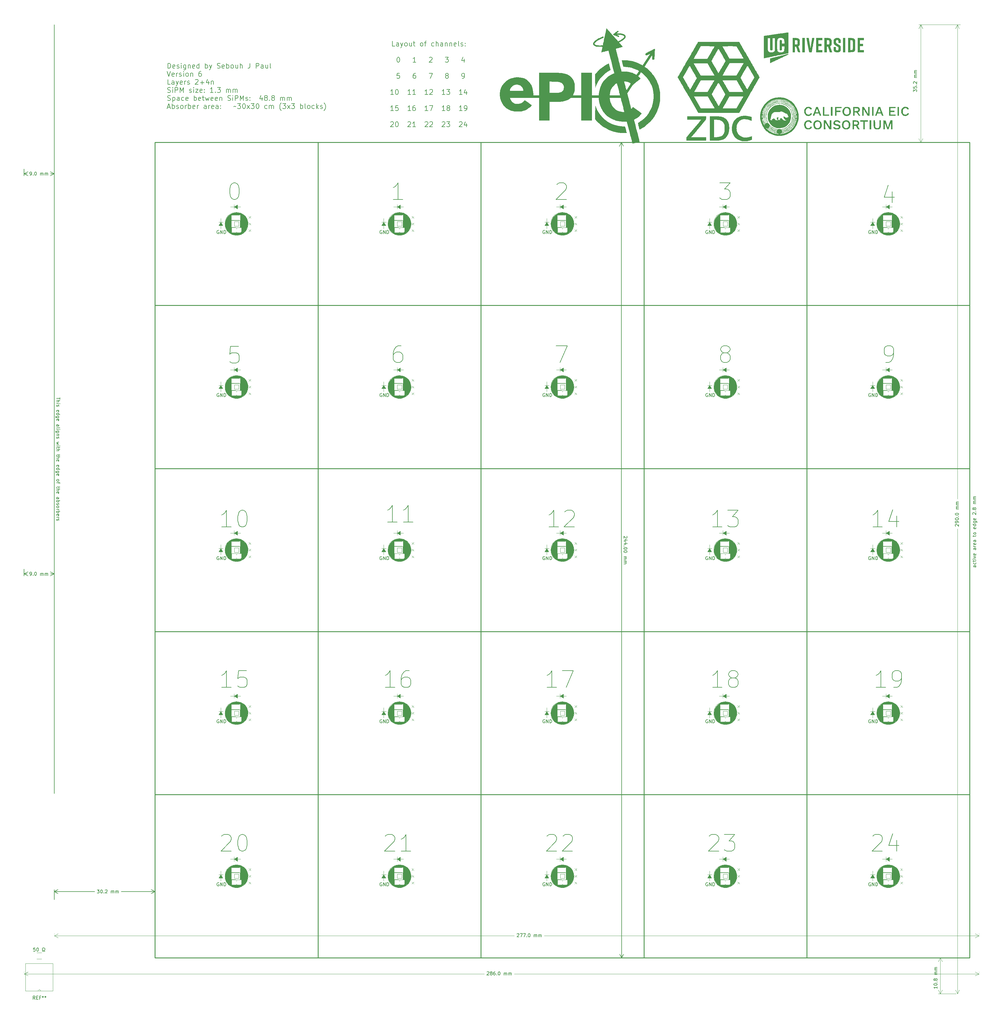
<source format=gbr>
%TF.GenerationSoftware,KiCad,Pcbnew,8.0.2-1*%
%TF.CreationDate,2024-10-14T18:36:09-04:00*%
%TF.ProjectId,EvenLayers_1.3mm_SiPM,4576656e-4c61-4796-9572-735f312e336d,rev?*%
%TF.SameCoordinates,Original*%
%TF.FileFunction,Legend,Top*%
%TF.FilePolarity,Positive*%
%FSLAX46Y46*%
G04 Gerber Fmt 4.6, Leading zero omitted, Abs format (unit mm)*
G04 Created by KiCad (PCBNEW 8.0.2-1) date 2024-10-14 18:36:09*
%MOMM*%
%LPD*%
G01*
G04 APERTURE LIST*
%ADD10C,0.250000*%
%ADD11C,0.150000*%
%ADD12C,0.100000*%
%ADD13C,0.120000*%
%ADD14C,0.000000*%
G04 APERTURE END LIST*
D10*
X105200000Y-216600000D02*
X349200000Y-216600000D01*
X349200000Y-70200000D02*
X349200000Y-314200000D01*
X251600000Y-70200000D02*
X251600000Y-314200000D01*
D11*
X75000000Y-35000000D02*
X75000000Y-265000000D01*
D10*
X105200000Y-70200000D02*
X105200000Y-314200000D01*
X300400000Y-70200000D02*
X300400000Y-314200000D01*
X105200000Y-167800000D02*
X349200000Y-167800000D01*
X105200000Y-119000000D02*
X349200000Y-119000000D01*
X202800000Y-70200000D02*
X202800000Y-314200000D01*
X105200000Y-70200000D02*
X349200000Y-70200000D01*
X105200000Y-265400000D02*
X349200000Y-265400000D01*
X154000000Y-70200000D02*
X154000000Y-314200000D01*
X105200000Y-314200000D02*
X349200000Y-314200000D01*
D11*
X274333333Y-82305295D02*
X277428571Y-82305295D01*
X277428571Y-82305295D02*
X275761905Y-84210057D01*
X275761905Y-84210057D02*
X276476190Y-84210057D01*
X276476190Y-84210057D02*
X276952381Y-84448152D01*
X276952381Y-84448152D02*
X277190476Y-84686247D01*
X277190476Y-84686247D02*
X277428571Y-85162438D01*
X277428571Y-85162438D02*
X277428571Y-86352914D01*
X277428571Y-86352914D02*
X277190476Y-86829104D01*
X277190476Y-86829104D02*
X276952381Y-87067200D01*
X276952381Y-87067200D02*
X276476190Y-87305295D01*
X276476190Y-87305295D02*
X275047619Y-87305295D01*
X275047619Y-87305295D02*
X274571428Y-87067200D01*
X274571428Y-87067200D02*
X274333333Y-86829104D01*
X225497618Y-233305295D02*
X222640475Y-233305295D01*
X224069047Y-233305295D02*
X224069047Y-228305295D01*
X224069047Y-228305295D02*
X223592856Y-229019580D01*
X223592856Y-229019580D02*
X223116666Y-229495771D01*
X223116666Y-229495771D02*
X222640475Y-229733866D01*
X227164285Y-228305295D02*
X230497619Y-228305295D01*
X230497619Y-228305295D02*
X228354761Y-233305295D01*
X323047618Y-185305295D02*
X320190475Y-185305295D01*
X321619047Y-185305295D02*
X321619047Y-180305295D01*
X321619047Y-180305295D02*
X321142856Y-181019580D01*
X321142856Y-181019580D02*
X320666666Y-181495771D01*
X320666666Y-181495771D02*
X320190475Y-181733866D01*
X327333333Y-181971961D02*
X327333333Y-185305295D01*
X326142857Y-180067200D02*
X324952380Y-183638628D01*
X324952380Y-183638628D02*
X328047619Y-183638628D01*
X324047618Y-233305295D02*
X321190475Y-233305295D01*
X322619047Y-233305295D02*
X322619047Y-228305295D01*
X322619047Y-228305295D02*
X322142856Y-229019580D01*
X322142856Y-229019580D02*
X321666666Y-229495771D01*
X321666666Y-229495771D02*
X321190475Y-229733866D01*
X326428571Y-233305295D02*
X327380952Y-233305295D01*
X327380952Y-233305295D02*
X327857142Y-233067200D01*
X327857142Y-233067200D02*
X328095238Y-232829104D01*
X328095238Y-232829104D02*
X328571428Y-232114819D01*
X328571428Y-232114819D02*
X328809523Y-231162438D01*
X328809523Y-231162438D02*
X328809523Y-229257676D01*
X328809523Y-229257676D02*
X328571428Y-228781485D01*
X328571428Y-228781485D02*
X328333333Y-228543390D01*
X328333333Y-228543390D02*
X327857142Y-228305295D01*
X327857142Y-228305295D02*
X326904761Y-228305295D01*
X326904761Y-228305295D02*
X326428571Y-228543390D01*
X326428571Y-228543390D02*
X326190476Y-228781485D01*
X326190476Y-228781485D02*
X325952380Y-229257676D01*
X325952380Y-229257676D02*
X325952380Y-230448152D01*
X325952380Y-230448152D02*
X326190476Y-230924342D01*
X326190476Y-230924342D02*
X326428571Y-231162438D01*
X326428571Y-231162438D02*
X326904761Y-231400533D01*
X326904761Y-231400533D02*
X327857142Y-231400533D01*
X327857142Y-231400533D02*
X328333333Y-231162438D01*
X328333333Y-231162438D02*
X328571428Y-230924342D01*
X328571428Y-230924342D02*
X328809523Y-230448152D01*
X177021428Y-41411548D02*
X176307142Y-41411548D01*
X176307142Y-41411548D02*
X176307142Y-39911548D01*
X178164286Y-41411548D02*
X178164286Y-40625834D01*
X178164286Y-40625834D02*
X178092857Y-40482977D01*
X178092857Y-40482977D02*
X177950000Y-40411548D01*
X177950000Y-40411548D02*
X177664286Y-40411548D01*
X177664286Y-40411548D02*
X177521428Y-40482977D01*
X178164286Y-41340120D02*
X178021428Y-41411548D01*
X178021428Y-41411548D02*
X177664286Y-41411548D01*
X177664286Y-41411548D02*
X177521428Y-41340120D01*
X177521428Y-41340120D02*
X177450000Y-41197262D01*
X177450000Y-41197262D02*
X177450000Y-41054405D01*
X177450000Y-41054405D02*
X177521428Y-40911548D01*
X177521428Y-40911548D02*
X177664286Y-40840120D01*
X177664286Y-40840120D02*
X178021428Y-40840120D01*
X178021428Y-40840120D02*
X178164286Y-40768691D01*
X178735714Y-40411548D02*
X179092857Y-41411548D01*
X179450000Y-40411548D02*
X179092857Y-41411548D01*
X179092857Y-41411548D02*
X178950000Y-41768691D01*
X178950000Y-41768691D02*
X178878571Y-41840120D01*
X178878571Y-41840120D02*
X178735714Y-41911548D01*
X180235714Y-41411548D02*
X180092857Y-41340120D01*
X180092857Y-41340120D02*
X180021428Y-41268691D01*
X180021428Y-41268691D02*
X179950000Y-41125834D01*
X179950000Y-41125834D02*
X179950000Y-40697262D01*
X179950000Y-40697262D02*
X180021428Y-40554405D01*
X180021428Y-40554405D02*
X180092857Y-40482977D01*
X180092857Y-40482977D02*
X180235714Y-40411548D01*
X180235714Y-40411548D02*
X180450000Y-40411548D01*
X180450000Y-40411548D02*
X180592857Y-40482977D01*
X180592857Y-40482977D02*
X180664286Y-40554405D01*
X180664286Y-40554405D02*
X180735714Y-40697262D01*
X180735714Y-40697262D02*
X180735714Y-41125834D01*
X180735714Y-41125834D02*
X180664286Y-41268691D01*
X180664286Y-41268691D02*
X180592857Y-41340120D01*
X180592857Y-41340120D02*
X180450000Y-41411548D01*
X180450000Y-41411548D02*
X180235714Y-41411548D01*
X182021429Y-40411548D02*
X182021429Y-41411548D01*
X181378571Y-40411548D02*
X181378571Y-41197262D01*
X181378571Y-41197262D02*
X181450000Y-41340120D01*
X181450000Y-41340120D02*
X181592857Y-41411548D01*
X181592857Y-41411548D02*
X181807143Y-41411548D01*
X181807143Y-41411548D02*
X181950000Y-41340120D01*
X181950000Y-41340120D02*
X182021429Y-41268691D01*
X182521429Y-40411548D02*
X183092857Y-40411548D01*
X182735714Y-39911548D02*
X182735714Y-41197262D01*
X182735714Y-41197262D02*
X182807143Y-41340120D01*
X182807143Y-41340120D02*
X182950000Y-41411548D01*
X182950000Y-41411548D02*
X183092857Y-41411548D01*
X184950000Y-41411548D02*
X184807143Y-41340120D01*
X184807143Y-41340120D02*
X184735714Y-41268691D01*
X184735714Y-41268691D02*
X184664286Y-41125834D01*
X184664286Y-41125834D02*
X184664286Y-40697262D01*
X184664286Y-40697262D02*
X184735714Y-40554405D01*
X184735714Y-40554405D02*
X184807143Y-40482977D01*
X184807143Y-40482977D02*
X184950000Y-40411548D01*
X184950000Y-40411548D02*
X185164286Y-40411548D01*
X185164286Y-40411548D02*
X185307143Y-40482977D01*
X185307143Y-40482977D02*
X185378572Y-40554405D01*
X185378572Y-40554405D02*
X185450000Y-40697262D01*
X185450000Y-40697262D02*
X185450000Y-41125834D01*
X185450000Y-41125834D02*
X185378572Y-41268691D01*
X185378572Y-41268691D02*
X185307143Y-41340120D01*
X185307143Y-41340120D02*
X185164286Y-41411548D01*
X185164286Y-41411548D02*
X184950000Y-41411548D01*
X185878572Y-40411548D02*
X186450000Y-40411548D01*
X186092857Y-41411548D02*
X186092857Y-40125834D01*
X186092857Y-40125834D02*
X186164286Y-39982977D01*
X186164286Y-39982977D02*
X186307143Y-39911548D01*
X186307143Y-39911548D02*
X186450000Y-39911548D01*
X188735715Y-41340120D02*
X188592857Y-41411548D01*
X188592857Y-41411548D02*
X188307143Y-41411548D01*
X188307143Y-41411548D02*
X188164286Y-41340120D01*
X188164286Y-41340120D02*
X188092857Y-41268691D01*
X188092857Y-41268691D02*
X188021429Y-41125834D01*
X188021429Y-41125834D02*
X188021429Y-40697262D01*
X188021429Y-40697262D02*
X188092857Y-40554405D01*
X188092857Y-40554405D02*
X188164286Y-40482977D01*
X188164286Y-40482977D02*
X188307143Y-40411548D01*
X188307143Y-40411548D02*
X188592857Y-40411548D01*
X188592857Y-40411548D02*
X188735715Y-40482977D01*
X189378571Y-41411548D02*
X189378571Y-39911548D01*
X190021429Y-41411548D02*
X190021429Y-40625834D01*
X190021429Y-40625834D02*
X189950000Y-40482977D01*
X189950000Y-40482977D02*
X189807143Y-40411548D01*
X189807143Y-40411548D02*
X189592857Y-40411548D01*
X189592857Y-40411548D02*
X189450000Y-40482977D01*
X189450000Y-40482977D02*
X189378571Y-40554405D01*
X191378572Y-41411548D02*
X191378572Y-40625834D01*
X191378572Y-40625834D02*
X191307143Y-40482977D01*
X191307143Y-40482977D02*
X191164286Y-40411548D01*
X191164286Y-40411548D02*
X190878572Y-40411548D01*
X190878572Y-40411548D02*
X190735714Y-40482977D01*
X191378572Y-41340120D02*
X191235714Y-41411548D01*
X191235714Y-41411548D02*
X190878572Y-41411548D01*
X190878572Y-41411548D02*
X190735714Y-41340120D01*
X190735714Y-41340120D02*
X190664286Y-41197262D01*
X190664286Y-41197262D02*
X190664286Y-41054405D01*
X190664286Y-41054405D02*
X190735714Y-40911548D01*
X190735714Y-40911548D02*
X190878572Y-40840120D01*
X190878572Y-40840120D02*
X191235714Y-40840120D01*
X191235714Y-40840120D02*
X191378572Y-40768691D01*
X192092857Y-40411548D02*
X192092857Y-41411548D01*
X192092857Y-40554405D02*
X192164286Y-40482977D01*
X192164286Y-40482977D02*
X192307143Y-40411548D01*
X192307143Y-40411548D02*
X192521429Y-40411548D01*
X192521429Y-40411548D02*
X192664286Y-40482977D01*
X192664286Y-40482977D02*
X192735715Y-40625834D01*
X192735715Y-40625834D02*
X192735715Y-41411548D01*
X193450000Y-40411548D02*
X193450000Y-41411548D01*
X193450000Y-40554405D02*
X193521429Y-40482977D01*
X193521429Y-40482977D02*
X193664286Y-40411548D01*
X193664286Y-40411548D02*
X193878572Y-40411548D01*
X193878572Y-40411548D02*
X194021429Y-40482977D01*
X194021429Y-40482977D02*
X194092858Y-40625834D01*
X194092858Y-40625834D02*
X194092858Y-41411548D01*
X195378572Y-41340120D02*
X195235715Y-41411548D01*
X195235715Y-41411548D02*
X194950001Y-41411548D01*
X194950001Y-41411548D02*
X194807143Y-41340120D01*
X194807143Y-41340120D02*
X194735715Y-41197262D01*
X194735715Y-41197262D02*
X194735715Y-40625834D01*
X194735715Y-40625834D02*
X194807143Y-40482977D01*
X194807143Y-40482977D02*
X194950001Y-40411548D01*
X194950001Y-40411548D02*
X195235715Y-40411548D01*
X195235715Y-40411548D02*
X195378572Y-40482977D01*
X195378572Y-40482977D02*
X195450001Y-40625834D01*
X195450001Y-40625834D02*
X195450001Y-40768691D01*
X195450001Y-40768691D02*
X194735715Y-40911548D01*
X196307143Y-41411548D02*
X196164286Y-41340120D01*
X196164286Y-41340120D02*
X196092857Y-41197262D01*
X196092857Y-41197262D02*
X196092857Y-39911548D01*
X196807143Y-41340120D02*
X196950000Y-41411548D01*
X196950000Y-41411548D02*
X197235714Y-41411548D01*
X197235714Y-41411548D02*
X197378571Y-41340120D01*
X197378571Y-41340120D02*
X197450000Y-41197262D01*
X197450000Y-41197262D02*
X197450000Y-41125834D01*
X197450000Y-41125834D02*
X197378571Y-40982977D01*
X197378571Y-40982977D02*
X197235714Y-40911548D01*
X197235714Y-40911548D02*
X197021429Y-40911548D01*
X197021429Y-40911548D02*
X196878571Y-40840120D01*
X196878571Y-40840120D02*
X196807143Y-40697262D01*
X196807143Y-40697262D02*
X196807143Y-40625834D01*
X196807143Y-40625834D02*
X196878571Y-40482977D01*
X196878571Y-40482977D02*
X197021429Y-40411548D01*
X197021429Y-40411548D02*
X197235714Y-40411548D01*
X197235714Y-40411548D02*
X197378571Y-40482977D01*
X198092857Y-41268691D02*
X198164286Y-41340120D01*
X198164286Y-41340120D02*
X198092857Y-41411548D01*
X198092857Y-41411548D02*
X198021429Y-41340120D01*
X198021429Y-41340120D02*
X198092857Y-41268691D01*
X198092857Y-41268691D02*
X198092857Y-41411548D01*
X198092857Y-40482977D02*
X198164286Y-40554405D01*
X198164286Y-40554405D02*
X198092857Y-40625834D01*
X198092857Y-40625834D02*
X198021429Y-40554405D01*
X198021429Y-40554405D02*
X198092857Y-40482977D01*
X198092857Y-40482977D02*
X198092857Y-40625834D01*
X177985716Y-44741380D02*
X178128573Y-44741380D01*
X178128573Y-44741380D02*
X178271430Y-44812809D01*
X178271430Y-44812809D02*
X178342859Y-44884237D01*
X178342859Y-44884237D02*
X178414287Y-45027094D01*
X178414287Y-45027094D02*
X178485716Y-45312809D01*
X178485716Y-45312809D02*
X178485716Y-45669952D01*
X178485716Y-45669952D02*
X178414287Y-45955666D01*
X178414287Y-45955666D02*
X178342859Y-46098523D01*
X178342859Y-46098523D02*
X178271430Y-46169952D01*
X178271430Y-46169952D02*
X178128573Y-46241380D01*
X178128573Y-46241380D02*
X177985716Y-46241380D01*
X177985716Y-46241380D02*
X177842859Y-46169952D01*
X177842859Y-46169952D02*
X177771430Y-46098523D01*
X177771430Y-46098523D02*
X177700001Y-45955666D01*
X177700001Y-45955666D02*
X177628573Y-45669952D01*
X177628573Y-45669952D02*
X177628573Y-45312809D01*
X177628573Y-45312809D02*
X177700001Y-45027094D01*
X177700001Y-45027094D02*
X177771430Y-44884237D01*
X177771430Y-44884237D02*
X177842859Y-44812809D01*
X177842859Y-44812809D02*
X177985716Y-44741380D01*
X183342858Y-46241380D02*
X182485715Y-46241380D01*
X182914286Y-46241380D02*
X182914286Y-44741380D01*
X182914286Y-44741380D02*
X182771429Y-44955666D01*
X182771429Y-44955666D02*
X182628572Y-45098523D01*
X182628572Y-45098523D02*
X182485715Y-45169952D01*
X187342857Y-44884237D02*
X187414285Y-44812809D01*
X187414285Y-44812809D02*
X187557143Y-44741380D01*
X187557143Y-44741380D02*
X187914285Y-44741380D01*
X187914285Y-44741380D02*
X188057143Y-44812809D01*
X188057143Y-44812809D02*
X188128571Y-44884237D01*
X188128571Y-44884237D02*
X188200000Y-45027094D01*
X188200000Y-45027094D02*
X188200000Y-45169952D01*
X188200000Y-45169952D02*
X188128571Y-45384237D01*
X188128571Y-45384237D02*
X187271428Y-46241380D01*
X187271428Y-46241380D02*
X188200000Y-46241380D01*
X192128570Y-44741380D02*
X193057142Y-44741380D01*
X193057142Y-44741380D02*
X192557142Y-45312809D01*
X192557142Y-45312809D02*
X192771427Y-45312809D01*
X192771427Y-45312809D02*
X192914285Y-45384237D01*
X192914285Y-45384237D02*
X192985713Y-45455666D01*
X192985713Y-45455666D02*
X193057142Y-45598523D01*
X193057142Y-45598523D02*
X193057142Y-45955666D01*
X193057142Y-45955666D02*
X192985713Y-46098523D01*
X192985713Y-46098523D02*
X192914285Y-46169952D01*
X192914285Y-46169952D02*
X192771427Y-46241380D01*
X192771427Y-46241380D02*
X192342856Y-46241380D01*
X192342856Y-46241380D02*
X192199999Y-46169952D01*
X192199999Y-46169952D02*
X192128570Y-46098523D01*
X197771427Y-45241380D02*
X197771427Y-46241380D01*
X197414284Y-44669952D02*
X197057141Y-45741380D01*
X197057141Y-45741380D02*
X197985712Y-45741380D01*
X178414287Y-49571212D02*
X177700001Y-49571212D01*
X177700001Y-49571212D02*
X177628573Y-50285498D01*
X177628573Y-50285498D02*
X177700001Y-50214069D01*
X177700001Y-50214069D02*
X177842859Y-50142641D01*
X177842859Y-50142641D02*
X178200001Y-50142641D01*
X178200001Y-50142641D02*
X178342859Y-50214069D01*
X178342859Y-50214069D02*
X178414287Y-50285498D01*
X178414287Y-50285498D02*
X178485716Y-50428355D01*
X178485716Y-50428355D02*
X178485716Y-50785498D01*
X178485716Y-50785498D02*
X178414287Y-50928355D01*
X178414287Y-50928355D02*
X178342859Y-50999784D01*
X178342859Y-50999784D02*
X178200001Y-51071212D01*
X178200001Y-51071212D02*
X177842859Y-51071212D01*
X177842859Y-51071212D02*
X177700001Y-50999784D01*
X177700001Y-50999784D02*
X177628573Y-50928355D01*
X183200001Y-49571212D02*
X182914286Y-49571212D01*
X182914286Y-49571212D02*
X182771429Y-49642641D01*
X182771429Y-49642641D02*
X182700001Y-49714069D01*
X182700001Y-49714069D02*
X182557143Y-49928355D01*
X182557143Y-49928355D02*
X182485715Y-50214069D01*
X182485715Y-50214069D02*
X182485715Y-50785498D01*
X182485715Y-50785498D02*
X182557143Y-50928355D01*
X182557143Y-50928355D02*
X182628572Y-50999784D01*
X182628572Y-50999784D02*
X182771429Y-51071212D01*
X182771429Y-51071212D02*
X183057143Y-51071212D01*
X183057143Y-51071212D02*
X183200001Y-50999784D01*
X183200001Y-50999784D02*
X183271429Y-50928355D01*
X183271429Y-50928355D02*
X183342858Y-50785498D01*
X183342858Y-50785498D02*
X183342858Y-50428355D01*
X183342858Y-50428355D02*
X183271429Y-50285498D01*
X183271429Y-50285498D02*
X183200001Y-50214069D01*
X183200001Y-50214069D02*
X183057143Y-50142641D01*
X183057143Y-50142641D02*
X182771429Y-50142641D01*
X182771429Y-50142641D02*
X182628572Y-50214069D01*
X182628572Y-50214069D02*
X182557143Y-50285498D01*
X182557143Y-50285498D02*
X182485715Y-50428355D01*
X187271428Y-49571212D02*
X188271428Y-49571212D01*
X188271428Y-49571212D02*
X187628571Y-51071212D01*
X192485713Y-50214069D02*
X192342856Y-50142641D01*
X192342856Y-50142641D02*
X192271427Y-50071212D01*
X192271427Y-50071212D02*
X192199999Y-49928355D01*
X192199999Y-49928355D02*
X192199999Y-49856926D01*
X192199999Y-49856926D02*
X192271427Y-49714069D01*
X192271427Y-49714069D02*
X192342856Y-49642641D01*
X192342856Y-49642641D02*
X192485713Y-49571212D01*
X192485713Y-49571212D02*
X192771427Y-49571212D01*
X192771427Y-49571212D02*
X192914285Y-49642641D01*
X192914285Y-49642641D02*
X192985713Y-49714069D01*
X192985713Y-49714069D02*
X193057142Y-49856926D01*
X193057142Y-49856926D02*
X193057142Y-49928355D01*
X193057142Y-49928355D02*
X192985713Y-50071212D01*
X192985713Y-50071212D02*
X192914285Y-50142641D01*
X192914285Y-50142641D02*
X192771427Y-50214069D01*
X192771427Y-50214069D02*
X192485713Y-50214069D01*
X192485713Y-50214069D02*
X192342856Y-50285498D01*
X192342856Y-50285498D02*
X192271427Y-50356926D01*
X192271427Y-50356926D02*
X192199999Y-50499784D01*
X192199999Y-50499784D02*
X192199999Y-50785498D01*
X192199999Y-50785498D02*
X192271427Y-50928355D01*
X192271427Y-50928355D02*
X192342856Y-50999784D01*
X192342856Y-50999784D02*
X192485713Y-51071212D01*
X192485713Y-51071212D02*
X192771427Y-51071212D01*
X192771427Y-51071212D02*
X192914285Y-50999784D01*
X192914285Y-50999784D02*
X192985713Y-50928355D01*
X192985713Y-50928355D02*
X193057142Y-50785498D01*
X193057142Y-50785498D02*
X193057142Y-50499784D01*
X193057142Y-50499784D02*
X192985713Y-50356926D01*
X192985713Y-50356926D02*
X192914285Y-50285498D01*
X192914285Y-50285498D02*
X192771427Y-50214069D01*
X197199998Y-51071212D02*
X197485712Y-51071212D01*
X197485712Y-51071212D02*
X197628569Y-50999784D01*
X197628569Y-50999784D02*
X197699998Y-50928355D01*
X197699998Y-50928355D02*
X197842855Y-50714069D01*
X197842855Y-50714069D02*
X197914284Y-50428355D01*
X197914284Y-50428355D02*
X197914284Y-49856926D01*
X197914284Y-49856926D02*
X197842855Y-49714069D01*
X197842855Y-49714069D02*
X197771427Y-49642641D01*
X197771427Y-49642641D02*
X197628569Y-49571212D01*
X197628569Y-49571212D02*
X197342855Y-49571212D01*
X197342855Y-49571212D02*
X197199998Y-49642641D01*
X197199998Y-49642641D02*
X197128569Y-49714069D01*
X197128569Y-49714069D02*
X197057141Y-49856926D01*
X197057141Y-49856926D02*
X197057141Y-50214069D01*
X197057141Y-50214069D02*
X197128569Y-50356926D01*
X197128569Y-50356926D02*
X197199998Y-50428355D01*
X197199998Y-50428355D02*
X197342855Y-50499784D01*
X197342855Y-50499784D02*
X197628569Y-50499784D01*
X197628569Y-50499784D02*
X197771427Y-50428355D01*
X197771427Y-50428355D02*
X197842855Y-50356926D01*
X197842855Y-50356926D02*
X197914284Y-50214069D01*
X176628574Y-55901044D02*
X175771431Y-55901044D01*
X176200002Y-55901044D02*
X176200002Y-54401044D01*
X176200002Y-54401044D02*
X176057145Y-54615330D01*
X176057145Y-54615330D02*
X175914288Y-54758187D01*
X175914288Y-54758187D02*
X175771431Y-54829616D01*
X177557145Y-54401044D02*
X177700002Y-54401044D01*
X177700002Y-54401044D02*
X177842859Y-54472473D01*
X177842859Y-54472473D02*
X177914288Y-54543901D01*
X177914288Y-54543901D02*
X177985716Y-54686758D01*
X177985716Y-54686758D02*
X178057145Y-54972473D01*
X178057145Y-54972473D02*
X178057145Y-55329616D01*
X178057145Y-55329616D02*
X177985716Y-55615330D01*
X177985716Y-55615330D02*
X177914288Y-55758187D01*
X177914288Y-55758187D02*
X177842859Y-55829616D01*
X177842859Y-55829616D02*
X177700002Y-55901044D01*
X177700002Y-55901044D02*
X177557145Y-55901044D01*
X177557145Y-55901044D02*
X177414288Y-55829616D01*
X177414288Y-55829616D02*
X177342859Y-55758187D01*
X177342859Y-55758187D02*
X177271430Y-55615330D01*
X177271430Y-55615330D02*
X177200002Y-55329616D01*
X177200002Y-55329616D02*
X177200002Y-54972473D01*
X177200002Y-54972473D02*
X177271430Y-54686758D01*
X177271430Y-54686758D02*
X177342859Y-54543901D01*
X177342859Y-54543901D02*
X177414288Y-54472473D01*
X177414288Y-54472473D02*
X177557145Y-54401044D01*
X181771430Y-55901044D02*
X180914287Y-55901044D01*
X181342858Y-55901044D02*
X181342858Y-54401044D01*
X181342858Y-54401044D02*
X181200001Y-54615330D01*
X181200001Y-54615330D02*
X181057144Y-54758187D01*
X181057144Y-54758187D02*
X180914287Y-54829616D01*
X183200001Y-55901044D02*
X182342858Y-55901044D01*
X182771429Y-55901044D02*
X182771429Y-54401044D01*
X182771429Y-54401044D02*
X182628572Y-54615330D01*
X182628572Y-54615330D02*
X182485715Y-54758187D01*
X182485715Y-54758187D02*
X182342858Y-54829616D01*
X186914286Y-55901044D02*
X186057143Y-55901044D01*
X186485714Y-55901044D02*
X186485714Y-54401044D01*
X186485714Y-54401044D02*
X186342857Y-54615330D01*
X186342857Y-54615330D02*
X186200000Y-54758187D01*
X186200000Y-54758187D02*
X186057143Y-54829616D01*
X187485714Y-54543901D02*
X187557142Y-54472473D01*
X187557142Y-54472473D02*
X187700000Y-54401044D01*
X187700000Y-54401044D02*
X188057142Y-54401044D01*
X188057142Y-54401044D02*
X188200000Y-54472473D01*
X188200000Y-54472473D02*
X188271428Y-54543901D01*
X188271428Y-54543901D02*
X188342857Y-54686758D01*
X188342857Y-54686758D02*
X188342857Y-54829616D01*
X188342857Y-54829616D02*
X188271428Y-55043901D01*
X188271428Y-55043901D02*
X187414285Y-55901044D01*
X187414285Y-55901044D02*
X188342857Y-55901044D01*
X192057142Y-55901044D02*
X191199999Y-55901044D01*
X191628570Y-55901044D02*
X191628570Y-54401044D01*
X191628570Y-54401044D02*
X191485713Y-54615330D01*
X191485713Y-54615330D02*
X191342856Y-54758187D01*
X191342856Y-54758187D02*
X191199999Y-54829616D01*
X192557141Y-54401044D02*
X193485713Y-54401044D01*
X193485713Y-54401044D02*
X192985713Y-54972473D01*
X192985713Y-54972473D02*
X193199998Y-54972473D01*
X193199998Y-54972473D02*
X193342856Y-55043901D01*
X193342856Y-55043901D02*
X193414284Y-55115330D01*
X193414284Y-55115330D02*
X193485713Y-55258187D01*
X193485713Y-55258187D02*
X193485713Y-55615330D01*
X193485713Y-55615330D02*
X193414284Y-55758187D01*
X193414284Y-55758187D02*
X193342856Y-55829616D01*
X193342856Y-55829616D02*
X193199998Y-55901044D01*
X193199998Y-55901044D02*
X192771427Y-55901044D01*
X192771427Y-55901044D02*
X192628570Y-55829616D01*
X192628570Y-55829616D02*
X192557141Y-55758187D01*
X197199998Y-55901044D02*
X196342855Y-55901044D01*
X196771426Y-55901044D02*
X196771426Y-54401044D01*
X196771426Y-54401044D02*
X196628569Y-54615330D01*
X196628569Y-54615330D02*
X196485712Y-54758187D01*
X196485712Y-54758187D02*
X196342855Y-54829616D01*
X198485712Y-54901044D02*
X198485712Y-55901044D01*
X198128569Y-54329616D02*
X197771426Y-55401044D01*
X197771426Y-55401044D02*
X198699997Y-55401044D01*
X176628574Y-60730876D02*
X175771431Y-60730876D01*
X176200002Y-60730876D02*
X176200002Y-59230876D01*
X176200002Y-59230876D02*
X176057145Y-59445162D01*
X176057145Y-59445162D02*
X175914288Y-59588019D01*
X175914288Y-59588019D02*
X175771431Y-59659448D01*
X177985716Y-59230876D02*
X177271430Y-59230876D01*
X177271430Y-59230876D02*
X177200002Y-59945162D01*
X177200002Y-59945162D02*
X177271430Y-59873733D01*
X177271430Y-59873733D02*
X177414288Y-59802305D01*
X177414288Y-59802305D02*
X177771430Y-59802305D01*
X177771430Y-59802305D02*
X177914288Y-59873733D01*
X177914288Y-59873733D02*
X177985716Y-59945162D01*
X177985716Y-59945162D02*
X178057145Y-60088019D01*
X178057145Y-60088019D02*
X178057145Y-60445162D01*
X178057145Y-60445162D02*
X177985716Y-60588019D01*
X177985716Y-60588019D02*
X177914288Y-60659448D01*
X177914288Y-60659448D02*
X177771430Y-60730876D01*
X177771430Y-60730876D02*
X177414288Y-60730876D01*
X177414288Y-60730876D02*
X177271430Y-60659448D01*
X177271430Y-60659448D02*
X177200002Y-60588019D01*
X181771430Y-60730876D02*
X180914287Y-60730876D01*
X181342858Y-60730876D02*
X181342858Y-59230876D01*
X181342858Y-59230876D02*
X181200001Y-59445162D01*
X181200001Y-59445162D02*
X181057144Y-59588019D01*
X181057144Y-59588019D02*
X180914287Y-59659448D01*
X183057144Y-59230876D02*
X182771429Y-59230876D01*
X182771429Y-59230876D02*
X182628572Y-59302305D01*
X182628572Y-59302305D02*
X182557144Y-59373733D01*
X182557144Y-59373733D02*
X182414286Y-59588019D01*
X182414286Y-59588019D02*
X182342858Y-59873733D01*
X182342858Y-59873733D02*
X182342858Y-60445162D01*
X182342858Y-60445162D02*
X182414286Y-60588019D01*
X182414286Y-60588019D02*
X182485715Y-60659448D01*
X182485715Y-60659448D02*
X182628572Y-60730876D01*
X182628572Y-60730876D02*
X182914286Y-60730876D01*
X182914286Y-60730876D02*
X183057144Y-60659448D01*
X183057144Y-60659448D02*
X183128572Y-60588019D01*
X183128572Y-60588019D02*
X183200001Y-60445162D01*
X183200001Y-60445162D02*
X183200001Y-60088019D01*
X183200001Y-60088019D02*
X183128572Y-59945162D01*
X183128572Y-59945162D02*
X183057144Y-59873733D01*
X183057144Y-59873733D02*
X182914286Y-59802305D01*
X182914286Y-59802305D02*
X182628572Y-59802305D01*
X182628572Y-59802305D02*
X182485715Y-59873733D01*
X182485715Y-59873733D02*
X182414286Y-59945162D01*
X182414286Y-59945162D02*
X182342858Y-60088019D01*
X186914286Y-60730876D02*
X186057143Y-60730876D01*
X186485714Y-60730876D02*
X186485714Y-59230876D01*
X186485714Y-59230876D02*
X186342857Y-59445162D01*
X186342857Y-59445162D02*
X186200000Y-59588019D01*
X186200000Y-59588019D02*
X186057143Y-59659448D01*
X187414285Y-59230876D02*
X188414285Y-59230876D01*
X188414285Y-59230876D02*
X187771428Y-60730876D01*
X192057142Y-60730876D02*
X191199999Y-60730876D01*
X191628570Y-60730876D02*
X191628570Y-59230876D01*
X191628570Y-59230876D02*
X191485713Y-59445162D01*
X191485713Y-59445162D02*
X191342856Y-59588019D01*
X191342856Y-59588019D02*
X191199999Y-59659448D01*
X192914284Y-59873733D02*
X192771427Y-59802305D01*
X192771427Y-59802305D02*
X192699998Y-59730876D01*
X192699998Y-59730876D02*
X192628570Y-59588019D01*
X192628570Y-59588019D02*
X192628570Y-59516590D01*
X192628570Y-59516590D02*
X192699998Y-59373733D01*
X192699998Y-59373733D02*
X192771427Y-59302305D01*
X192771427Y-59302305D02*
X192914284Y-59230876D01*
X192914284Y-59230876D02*
X193199998Y-59230876D01*
X193199998Y-59230876D02*
X193342856Y-59302305D01*
X193342856Y-59302305D02*
X193414284Y-59373733D01*
X193414284Y-59373733D02*
X193485713Y-59516590D01*
X193485713Y-59516590D02*
X193485713Y-59588019D01*
X193485713Y-59588019D02*
X193414284Y-59730876D01*
X193414284Y-59730876D02*
X193342856Y-59802305D01*
X193342856Y-59802305D02*
X193199998Y-59873733D01*
X193199998Y-59873733D02*
X192914284Y-59873733D01*
X192914284Y-59873733D02*
X192771427Y-59945162D01*
X192771427Y-59945162D02*
X192699998Y-60016590D01*
X192699998Y-60016590D02*
X192628570Y-60159448D01*
X192628570Y-60159448D02*
X192628570Y-60445162D01*
X192628570Y-60445162D02*
X192699998Y-60588019D01*
X192699998Y-60588019D02*
X192771427Y-60659448D01*
X192771427Y-60659448D02*
X192914284Y-60730876D01*
X192914284Y-60730876D02*
X193199998Y-60730876D01*
X193199998Y-60730876D02*
X193342856Y-60659448D01*
X193342856Y-60659448D02*
X193414284Y-60588019D01*
X193414284Y-60588019D02*
X193485713Y-60445162D01*
X193485713Y-60445162D02*
X193485713Y-60159448D01*
X193485713Y-60159448D02*
X193414284Y-60016590D01*
X193414284Y-60016590D02*
X193342856Y-59945162D01*
X193342856Y-59945162D02*
X193199998Y-59873733D01*
X197199998Y-60730876D02*
X196342855Y-60730876D01*
X196771426Y-60730876D02*
X196771426Y-59230876D01*
X196771426Y-59230876D02*
X196628569Y-59445162D01*
X196628569Y-59445162D02*
X196485712Y-59588019D01*
X196485712Y-59588019D02*
X196342855Y-59659448D01*
X197914283Y-60730876D02*
X198199997Y-60730876D01*
X198199997Y-60730876D02*
X198342854Y-60659448D01*
X198342854Y-60659448D02*
X198414283Y-60588019D01*
X198414283Y-60588019D02*
X198557140Y-60373733D01*
X198557140Y-60373733D02*
X198628569Y-60088019D01*
X198628569Y-60088019D02*
X198628569Y-59516590D01*
X198628569Y-59516590D02*
X198557140Y-59373733D01*
X198557140Y-59373733D02*
X198485712Y-59302305D01*
X198485712Y-59302305D02*
X198342854Y-59230876D01*
X198342854Y-59230876D02*
X198057140Y-59230876D01*
X198057140Y-59230876D02*
X197914283Y-59302305D01*
X197914283Y-59302305D02*
X197842854Y-59373733D01*
X197842854Y-59373733D02*
X197771426Y-59516590D01*
X197771426Y-59516590D02*
X197771426Y-59873733D01*
X197771426Y-59873733D02*
X197842854Y-60016590D01*
X197842854Y-60016590D02*
X197914283Y-60088019D01*
X197914283Y-60088019D02*
X198057140Y-60159448D01*
X198057140Y-60159448D02*
X198342854Y-60159448D01*
X198342854Y-60159448D02*
X198485712Y-60088019D01*
X198485712Y-60088019D02*
X198557140Y-60016590D01*
X198557140Y-60016590D02*
X198628569Y-59873733D01*
X175771431Y-64203565D02*
X175842859Y-64132137D01*
X175842859Y-64132137D02*
X175985717Y-64060708D01*
X175985717Y-64060708D02*
X176342859Y-64060708D01*
X176342859Y-64060708D02*
X176485717Y-64132137D01*
X176485717Y-64132137D02*
X176557145Y-64203565D01*
X176557145Y-64203565D02*
X176628574Y-64346422D01*
X176628574Y-64346422D02*
X176628574Y-64489280D01*
X176628574Y-64489280D02*
X176557145Y-64703565D01*
X176557145Y-64703565D02*
X175700002Y-65560708D01*
X175700002Y-65560708D02*
X176628574Y-65560708D01*
X177557145Y-64060708D02*
X177700002Y-64060708D01*
X177700002Y-64060708D02*
X177842859Y-64132137D01*
X177842859Y-64132137D02*
X177914288Y-64203565D01*
X177914288Y-64203565D02*
X177985716Y-64346422D01*
X177985716Y-64346422D02*
X178057145Y-64632137D01*
X178057145Y-64632137D02*
X178057145Y-64989280D01*
X178057145Y-64989280D02*
X177985716Y-65274994D01*
X177985716Y-65274994D02*
X177914288Y-65417851D01*
X177914288Y-65417851D02*
X177842859Y-65489280D01*
X177842859Y-65489280D02*
X177700002Y-65560708D01*
X177700002Y-65560708D02*
X177557145Y-65560708D01*
X177557145Y-65560708D02*
X177414288Y-65489280D01*
X177414288Y-65489280D02*
X177342859Y-65417851D01*
X177342859Y-65417851D02*
X177271430Y-65274994D01*
X177271430Y-65274994D02*
X177200002Y-64989280D01*
X177200002Y-64989280D02*
X177200002Y-64632137D01*
X177200002Y-64632137D02*
X177271430Y-64346422D01*
X177271430Y-64346422D02*
X177342859Y-64203565D01*
X177342859Y-64203565D02*
X177414288Y-64132137D01*
X177414288Y-64132137D02*
X177557145Y-64060708D01*
X180914287Y-64203565D02*
X180985715Y-64132137D01*
X180985715Y-64132137D02*
X181128573Y-64060708D01*
X181128573Y-64060708D02*
X181485715Y-64060708D01*
X181485715Y-64060708D02*
X181628573Y-64132137D01*
X181628573Y-64132137D02*
X181700001Y-64203565D01*
X181700001Y-64203565D02*
X181771430Y-64346422D01*
X181771430Y-64346422D02*
X181771430Y-64489280D01*
X181771430Y-64489280D02*
X181700001Y-64703565D01*
X181700001Y-64703565D02*
X180842858Y-65560708D01*
X180842858Y-65560708D02*
X181771430Y-65560708D01*
X183200001Y-65560708D02*
X182342858Y-65560708D01*
X182771429Y-65560708D02*
X182771429Y-64060708D01*
X182771429Y-64060708D02*
X182628572Y-64274994D01*
X182628572Y-64274994D02*
X182485715Y-64417851D01*
X182485715Y-64417851D02*
X182342858Y-64489280D01*
X186057143Y-64203565D02*
X186128571Y-64132137D01*
X186128571Y-64132137D02*
X186271429Y-64060708D01*
X186271429Y-64060708D02*
X186628571Y-64060708D01*
X186628571Y-64060708D02*
X186771429Y-64132137D01*
X186771429Y-64132137D02*
X186842857Y-64203565D01*
X186842857Y-64203565D02*
X186914286Y-64346422D01*
X186914286Y-64346422D02*
X186914286Y-64489280D01*
X186914286Y-64489280D02*
X186842857Y-64703565D01*
X186842857Y-64703565D02*
X185985714Y-65560708D01*
X185985714Y-65560708D02*
X186914286Y-65560708D01*
X187485714Y-64203565D02*
X187557142Y-64132137D01*
X187557142Y-64132137D02*
X187700000Y-64060708D01*
X187700000Y-64060708D02*
X188057142Y-64060708D01*
X188057142Y-64060708D02*
X188200000Y-64132137D01*
X188200000Y-64132137D02*
X188271428Y-64203565D01*
X188271428Y-64203565D02*
X188342857Y-64346422D01*
X188342857Y-64346422D02*
X188342857Y-64489280D01*
X188342857Y-64489280D02*
X188271428Y-64703565D01*
X188271428Y-64703565D02*
X187414285Y-65560708D01*
X187414285Y-65560708D02*
X188342857Y-65560708D01*
X191199999Y-64203565D02*
X191271427Y-64132137D01*
X191271427Y-64132137D02*
X191414285Y-64060708D01*
X191414285Y-64060708D02*
X191771427Y-64060708D01*
X191771427Y-64060708D02*
X191914285Y-64132137D01*
X191914285Y-64132137D02*
X191985713Y-64203565D01*
X191985713Y-64203565D02*
X192057142Y-64346422D01*
X192057142Y-64346422D02*
X192057142Y-64489280D01*
X192057142Y-64489280D02*
X191985713Y-64703565D01*
X191985713Y-64703565D02*
X191128570Y-65560708D01*
X191128570Y-65560708D02*
X192057142Y-65560708D01*
X192557141Y-64060708D02*
X193485713Y-64060708D01*
X193485713Y-64060708D02*
X192985713Y-64632137D01*
X192985713Y-64632137D02*
X193199998Y-64632137D01*
X193199998Y-64632137D02*
X193342856Y-64703565D01*
X193342856Y-64703565D02*
X193414284Y-64774994D01*
X193414284Y-64774994D02*
X193485713Y-64917851D01*
X193485713Y-64917851D02*
X193485713Y-65274994D01*
X193485713Y-65274994D02*
X193414284Y-65417851D01*
X193414284Y-65417851D02*
X193342856Y-65489280D01*
X193342856Y-65489280D02*
X193199998Y-65560708D01*
X193199998Y-65560708D02*
X192771427Y-65560708D01*
X192771427Y-65560708D02*
X192628570Y-65489280D01*
X192628570Y-65489280D02*
X192557141Y-65417851D01*
X196342855Y-64203565D02*
X196414283Y-64132137D01*
X196414283Y-64132137D02*
X196557141Y-64060708D01*
X196557141Y-64060708D02*
X196914283Y-64060708D01*
X196914283Y-64060708D02*
X197057141Y-64132137D01*
X197057141Y-64132137D02*
X197128569Y-64203565D01*
X197128569Y-64203565D02*
X197199998Y-64346422D01*
X197199998Y-64346422D02*
X197199998Y-64489280D01*
X197199998Y-64489280D02*
X197128569Y-64703565D01*
X197128569Y-64703565D02*
X196271426Y-65560708D01*
X196271426Y-65560708D02*
X197199998Y-65560708D01*
X198485712Y-64560708D02*
X198485712Y-65560708D01*
X198128569Y-63989280D02*
X197771426Y-65060708D01*
X197771426Y-65060708D02*
X198699997Y-65060708D01*
X325952381Y-84921961D02*
X325952381Y-88255295D01*
X324761905Y-83017200D02*
X323571428Y-86588628D01*
X323571428Y-86588628D02*
X326666667Y-86588628D01*
X109055826Y-48041380D02*
X109055826Y-46541380D01*
X109055826Y-46541380D02*
X109412969Y-46541380D01*
X109412969Y-46541380D02*
X109627255Y-46612809D01*
X109627255Y-46612809D02*
X109770112Y-46755666D01*
X109770112Y-46755666D02*
X109841541Y-46898523D01*
X109841541Y-46898523D02*
X109912969Y-47184237D01*
X109912969Y-47184237D02*
X109912969Y-47398523D01*
X109912969Y-47398523D02*
X109841541Y-47684237D01*
X109841541Y-47684237D02*
X109770112Y-47827094D01*
X109770112Y-47827094D02*
X109627255Y-47969952D01*
X109627255Y-47969952D02*
X109412969Y-48041380D01*
X109412969Y-48041380D02*
X109055826Y-48041380D01*
X111127255Y-47969952D02*
X110984398Y-48041380D01*
X110984398Y-48041380D02*
X110698684Y-48041380D01*
X110698684Y-48041380D02*
X110555826Y-47969952D01*
X110555826Y-47969952D02*
X110484398Y-47827094D01*
X110484398Y-47827094D02*
X110484398Y-47255666D01*
X110484398Y-47255666D02*
X110555826Y-47112809D01*
X110555826Y-47112809D02*
X110698684Y-47041380D01*
X110698684Y-47041380D02*
X110984398Y-47041380D01*
X110984398Y-47041380D02*
X111127255Y-47112809D01*
X111127255Y-47112809D02*
X111198684Y-47255666D01*
X111198684Y-47255666D02*
X111198684Y-47398523D01*
X111198684Y-47398523D02*
X110484398Y-47541380D01*
X111770112Y-47969952D02*
X111912969Y-48041380D01*
X111912969Y-48041380D02*
X112198683Y-48041380D01*
X112198683Y-48041380D02*
X112341540Y-47969952D01*
X112341540Y-47969952D02*
X112412969Y-47827094D01*
X112412969Y-47827094D02*
X112412969Y-47755666D01*
X112412969Y-47755666D02*
X112341540Y-47612809D01*
X112341540Y-47612809D02*
X112198683Y-47541380D01*
X112198683Y-47541380D02*
X111984398Y-47541380D01*
X111984398Y-47541380D02*
X111841540Y-47469952D01*
X111841540Y-47469952D02*
X111770112Y-47327094D01*
X111770112Y-47327094D02*
X111770112Y-47255666D01*
X111770112Y-47255666D02*
X111841540Y-47112809D01*
X111841540Y-47112809D02*
X111984398Y-47041380D01*
X111984398Y-47041380D02*
X112198683Y-47041380D01*
X112198683Y-47041380D02*
X112341540Y-47112809D01*
X113055826Y-48041380D02*
X113055826Y-47041380D01*
X113055826Y-46541380D02*
X112984398Y-46612809D01*
X112984398Y-46612809D02*
X113055826Y-46684237D01*
X113055826Y-46684237D02*
X113127255Y-46612809D01*
X113127255Y-46612809D02*
X113055826Y-46541380D01*
X113055826Y-46541380D02*
X113055826Y-46684237D01*
X114412970Y-47041380D02*
X114412970Y-48255666D01*
X114412970Y-48255666D02*
X114341541Y-48398523D01*
X114341541Y-48398523D02*
X114270112Y-48469952D01*
X114270112Y-48469952D02*
X114127255Y-48541380D01*
X114127255Y-48541380D02*
X113912970Y-48541380D01*
X113912970Y-48541380D02*
X113770112Y-48469952D01*
X114412970Y-47969952D02*
X114270112Y-48041380D01*
X114270112Y-48041380D02*
X113984398Y-48041380D01*
X113984398Y-48041380D02*
X113841541Y-47969952D01*
X113841541Y-47969952D02*
X113770112Y-47898523D01*
X113770112Y-47898523D02*
X113698684Y-47755666D01*
X113698684Y-47755666D02*
X113698684Y-47327094D01*
X113698684Y-47327094D02*
X113770112Y-47184237D01*
X113770112Y-47184237D02*
X113841541Y-47112809D01*
X113841541Y-47112809D02*
X113984398Y-47041380D01*
X113984398Y-47041380D02*
X114270112Y-47041380D01*
X114270112Y-47041380D02*
X114412970Y-47112809D01*
X115127255Y-47041380D02*
X115127255Y-48041380D01*
X115127255Y-47184237D02*
X115198684Y-47112809D01*
X115198684Y-47112809D02*
X115341541Y-47041380D01*
X115341541Y-47041380D02*
X115555827Y-47041380D01*
X115555827Y-47041380D02*
X115698684Y-47112809D01*
X115698684Y-47112809D02*
X115770113Y-47255666D01*
X115770113Y-47255666D02*
X115770113Y-48041380D01*
X117055827Y-47969952D02*
X116912970Y-48041380D01*
X116912970Y-48041380D02*
X116627256Y-48041380D01*
X116627256Y-48041380D02*
X116484398Y-47969952D01*
X116484398Y-47969952D02*
X116412970Y-47827094D01*
X116412970Y-47827094D02*
X116412970Y-47255666D01*
X116412970Y-47255666D02*
X116484398Y-47112809D01*
X116484398Y-47112809D02*
X116627256Y-47041380D01*
X116627256Y-47041380D02*
X116912970Y-47041380D01*
X116912970Y-47041380D02*
X117055827Y-47112809D01*
X117055827Y-47112809D02*
X117127256Y-47255666D01*
X117127256Y-47255666D02*
X117127256Y-47398523D01*
X117127256Y-47398523D02*
X116412970Y-47541380D01*
X118412970Y-48041380D02*
X118412970Y-46541380D01*
X118412970Y-47969952D02*
X118270112Y-48041380D01*
X118270112Y-48041380D02*
X117984398Y-48041380D01*
X117984398Y-48041380D02*
X117841541Y-47969952D01*
X117841541Y-47969952D02*
X117770112Y-47898523D01*
X117770112Y-47898523D02*
X117698684Y-47755666D01*
X117698684Y-47755666D02*
X117698684Y-47327094D01*
X117698684Y-47327094D02*
X117770112Y-47184237D01*
X117770112Y-47184237D02*
X117841541Y-47112809D01*
X117841541Y-47112809D02*
X117984398Y-47041380D01*
X117984398Y-47041380D02*
X118270112Y-47041380D01*
X118270112Y-47041380D02*
X118412970Y-47112809D01*
X120270112Y-48041380D02*
X120270112Y-46541380D01*
X120270112Y-47112809D02*
X120412970Y-47041380D01*
X120412970Y-47041380D02*
X120698684Y-47041380D01*
X120698684Y-47041380D02*
X120841541Y-47112809D01*
X120841541Y-47112809D02*
X120912970Y-47184237D01*
X120912970Y-47184237D02*
X120984398Y-47327094D01*
X120984398Y-47327094D02*
X120984398Y-47755666D01*
X120984398Y-47755666D02*
X120912970Y-47898523D01*
X120912970Y-47898523D02*
X120841541Y-47969952D01*
X120841541Y-47969952D02*
X120698684Y-48041380D01*
X120698684Y-48041380D02*
X120412970Y-48041380D01*
X120412970Y-48041380D02*
X120270112Y-47969952D01*
X121484398Y-47041380D02*
X121841541Y-48041380D01*
X122198684Y-47041380D02*
X121841541Y-48041380D01*
X121841541Y-48041380D02*
X121698684Y-48398523D01*
X121698684Y-48398523D02*
X121627255Y-48469952D01*
X121627255Y-48469952D02*
X121484398Y-48541380D01*
X123841541Y-47969952D02*
X124055827Y-48041380D01*
X124055827Y-48041380D02*
X124412969Y-48041380D01*
X124412969Y-48041380D02*
X124555827Y-47969952D01*
X124555827Y-47969952D02*
X124627255Y-47898523D01*
X124627255Y-47898523D02*
X124698684Y-47755666D01*
X124698684Y-47755666D02*
X124698684Y-47612809D01*
X124698684Y-47612809D02*
X124627255Y-47469952D01*
X124627255Y-47469952D02*
X124555827Y-47398523D01*
X124555827Y-47398523D02*
X124412969Y-47327094D01*
X124412969Y-47327094D02*
X124127255Y-47255666D01*
X124127255Y-47255666D02*
X123984398Y-47184237D01*
X123984398Y-47184237D02*
X123912969Y-47112809D01*
X123912969Y-47112809D02*
X123841541Y-46969952D01*
X123841541Y-46969952D02*
X123841541Y-46827094D01*
X123841541Y-46827094D02*
X123912969Y-46684237D01*
X123912969Y-46684237D02*
X123984398Y-46612809D01*
X123984398Y-46612809D02*
X124127255Y-46541380D01*
X124127255Y-46541380D02*
X124484398Y-46541380D01*
X124484398Y-46541380D02*
X124698684Y-46612809D01*
X125912969Y-47969952D02*
X125770112Y-48041380D01*
X125770112Y-48041380D02*
X125484398Y-48041380D01*
X125484398Y-48041380D02*
X125341540Y-47969952D01*
X125341540Y-47969952D02*
X125270112Y-47827094D01*
X125270112Y-47827094D02*
X125270112Y-47255666D01*
X125270112Y-47255666D02*
X125341540Y-47112809D01*
X125341540Y-47112809D02*
X125484398Y-47041380D01*
X125484398Y-47041380D02*
X125770112Y-47041380D01*
X125770112Y-47041380D02*
X125912969Y-47112809D01*
X125912969Y-47112809D02*
X125984398Y-47255666D01*
X125984398Y-47255666D02*
X125984398Y-47398523D01*
X125984398Y-47398523D02*
X125270112Y-47541380D01*
X126627254Y-48041380D02*
X126627254Y-46541380D01*
X126627254Y-47112809D02*
X126770112Y-47041380D01*
X126770112Y-47041380D02*
X127055826Y-47041380D01*
X127055826Y-47041380D02*
X127198683Y-47112809D01*
X127198683Y-47112809D02*
X127270112Y-47184237D01*
X127270112Y-47184237D02*
X127341540Y-47327094D01*
X127341540Y-47327094D02*
X127341540Y-47755666D01*
X127341540Y-47755666D02*
X127270112Y-47898523D01*
X127270112Y-47898523D02*
X127198683Y-47969952D01*
X127198683Y-47969952D02*
X127055826Y-48041380D01*
X127055826Y-48041380D02*
X126770112Y-48041380D01*
X126770112Y-48041380D02*
X126627254Y-47969952D01*
X128198683Y-48041380D02*
X128055826Y-47969952D01*
X128055826Y-47969952D02*
X127984397Y-47898523D01*
X127984397Y-47898523D02*
X127912969Y-47755666D01*
X127912969Y-47755666D02*
X127912969Y-47327094D01*
X127912969Y-47327094D02*
X127984397Y-47184237D01*
X127984397Y-47184237D02*
X128055826Y-47112809D01*
X128055826Y-47112809D02*
X128198683Y-47041380D01*
X128198683Y-47041380D02*
X128412969Y-47041380D01*
X128412969Y-47041380D02*
X128555826Y-47112809D01*
X128555826Y-47112809D02*
X128627255Y-47184237D01*
X128627255Y-47184237D02*
X128698683Y-47327094D01*
X128698683Y-47327094D02*
X128698683Y-47755666D01*
X128698683Y-47755666D02*
X128627255Y-47898523D01*
X128627255Y-47898523D02*
X128555826Y-47969952D01*
X128555826Y-47969952D02*
X128412969Y-48041380D01*
X128412969Y-48041380D02*
X128198683Y-48041380D01*
X129984398Y-47041380D02*
X129984398Y-48041380D01*
X129341540Y-47041380D02*
X129341540Y-47827094D01*
X129341540Y-47827094D02*
X129412969Y-47969952D01*
X129412969Y-47969952D02*
X129555826Y-48041380D01*
X129555826Y-48041380D02*
X129770112Y-48041380D01*
X129770112Y-48041380D02*
X129912969Y-47969952D01*
X129912969Y-47969952D02*
X129984398Y-47898523D01*
X130698683Y-48041380D02*
X130698683Y-46541380D01*
X131341541Y-48041380D02*
X131341541Y-47255666D01*
X131341541Y-47255666D02*
X131270112Y-47112809D01*
X131270112Y-47112809D02*
X131127255Y-47041380D01*
X131127255Y-47041380D02*
X130912969Y-47041380D01*
X130912969Y-47041380D02*
X130770112Y-47112809D01*
X130770112Y-47112809D02*
X130698683Y-47184237D01*
X133627255Y-46541380D02*
X133627255Y-47612809D01*
X133627255Y-47612809D02*
X133555826Y-47827094D01*
X133555826Y-47827094D02*
X133412969Y-47969952D01*
X133412969Y-47969952D02*
X133198683Y-48041380D01*
X133198683Y-48041380D02*
X133055826Y-48041380D01*
X135484397Y-48041380D02*
X135484397Y-46541380D01*
X135484397Y-46541380D02*
X136055826Y-46541380D01*
X136055826Y-46541380D02*
X136198683Y-46612809D01*
X136198683Y-46612809D02*
X136270112Y-46684237D01*
X136270112Y-46684237D02*
X136341540Y-46827094D01*
X136341540Y-46827094D02*
X136341540Y-47041380D01*
X136341540Y-47041380D02*
X136270112Y-47184237D01*
X136270112Y-47184237D02*
X136198683Y-47255666D01*
X136198683Y-47255666D02*
X136055826Y-47327094D01*
X136055826Y-47327094D02*
X135484397Y-47327094D01*
X137627255Y-48041380D02*
X137627255Y-47255666D01*
X137627255Y-47255666D02*
X137555826Y-47112809D01*
X137555826Y-47112809D02*
X137412969Y-47041380D01*
X137412969Y-47041380D02*
X137127255Y-47041380D01*
X137127255Y-47041380D02*
X136984397Y-47112809D01*
X137627255Y-47969952D02*
X137484397Y-48041380D01*
X137484397Y-48041380D02*
X137127255Y-48041380D01*
X137127255Y-48041380D02*
X136984397Y-47969952D01*
X136984397Y-47969952D02*
X136912969Y-47827094D01*
X136912969Y-47827094D02*
X136912969Y-47684237D01*
X136912969Y-47684237D02*
X136984397Y-47541380D01*
X136984397Y-47541380D02*
X137127255Y-47469952D01*
X137127255Y-47469952D02*
X137484397Y-47469952D01*
X137484397Y-47469952D02*
X137627255Y-47398523D01*
X138984398Y-47041380D02*
X138984398Y-48041380D01*
X138341540Y-47041380D02*
X138341540Y-47827094D01*
X138341540Y-47827094D02*
X138412969Y-47969952D01*
X138412969Y-47969952D02*
X138555826Y-48041380D01*
X138555826Y-48041380D02*
X138770112Y-48041380D01*
X138770112Y-48041380D02*
X138912969Y-47969952D01*
X138912969Y-47969952D02*
X138984398Y-47898523D01*
X139912969Y-48041380D02*
X139770112Y-47969952D01*
X139770112Y-47969952D02*
X139698683Y-47827094D01*
X139698683Y-47827094D02*
X139698683Y-46541380D01*
X108841541Y-48956296D02*
X109341541Y-50456296D01*
X109341541Y-50456296D02*
X109841541Y-48956296D01*
X110912969Y-50384868D02*
X110770112Y-50456296D01*
X110770112Y-50456296D02*
X110484398Y-50456296D01*
X110484398Y-50456296D02*
X110341540Y-50384868D01*
X110341540Y-50384868D02*
X110270112Y-50242010D01*
X110270112Y-50242010D02*
X110270112Y-49670582D01*
X110270112Y-49670582D02*
X110341540Y-49527725D01*
X110341540Y-49527725D02*
X110484398Y-49456296D01*
X110484398Y-49456296D02*
X110770112Y-49456296D01*
X110770112Y-49456296D02*
X110912969Y-49527725D01*
X110912969Y-49527725D02*
X110984398Y-49670582D01*
X110984398Y-49670582D02*
X110984398Y-49813439D01*
X110984398Y-49813439D02*
X110270112Y-49956296D01*
X111627254Y-50456296D02*
X111627254Y-49456296D01*
X111627254Y-49742010D02*
X111698683Y-49599153D01*
X111698683Y-49599153D02*
X111770112Y-49527725D01*
X111770112Y-49527725D02*
X111912969Y-49456296D01*
X111912969Y-49456296D02*
X112055826Y-49456296D01*
X112484397Y-50384868D02*
X112627254Y-50456296D01*
X112627254Y-50456296D02*
X112912968Y-50456296D01*
X112912968Y-50456296D02*
X113055825Y-50384868D01*
X113055825Y-50384868D02*
X113127254Y-50242010D01*
X113127254Y-50242010D02*
X113127254Y-50170582D01*
X113127254Y-50170582D02*
X113055825Y-50027725D01*
X113055825Y-50027725D02*
X112912968Y-49956296D01*
X112912968Y-49956296D02*
X112698683Y-49956296D01*
X112698683Y-49956296D02*
X112555825Y-49884868D01*
X112555825Y-49884868D02*
X112484397Y-49742010D01*
X112484397Y-49742010D02*
X112484397Y-49670582D01*
X112484397Y-49670582D02*
X112555825Y-49527725D01*
X112555825Y-49527725D02*
X112698683Y-49456296D01*
X112698683Y-49456296D02*
X112912968Y-49456296D01*
X112912968Y-49456296D02*
X113055825Y-49527725D01*
X113770111Y-50456296D02*
X113770111Y-49456296D01*
X113770111Y-48956296D02*
X113698683Y-49027725D01*
X113698683Y-49027725D02*
X113770111Y-49099153D01*
X113770111Y-49099153D02*
X113841540Y-49027725D01*
X113841540Y-49027725D02*
X113770111Y-48956296D01*
X113770111Y-48956296D02*
X113770111Y-49099153D01*
X114698683Y-50456296D02*
X114555826Y-50384868D01*
X114555826Y-50384868D02*
X114484397Y-50313439D01*
X114484397Y-50313439D02*
X114412969Y-50170582D01*
X114412969Y-50170582D02*
X114412969Y-49742010D01*
X114412969Y-49742010D02*
X114484397Y-49599153D01*
X114484397Y-49599153D02*
X114555826Y-49527725D01*
X114555826Y-49527725D02*
X114698683Y-49456296D01*
X114698683Y-49456296D02*
X114912969Y-49456296D01*
X114912969Y-49456296D02*
X115055826Y-49527725D01*
X115055826Y-49527725D02*
X115127255Y-49599153D01*
X115127255Y-49599153D02*
X115198683Y-49742010D01*
X115198683Y-49742010D02*
X115198683Y-50170582D01*
X115198683Y-50170582D02*
X115127255Y-50313439D01*
X115127255Y-50313439D02*
X115055826Y-50384868D01*
X115055826Y-50384868D02*
X114912969Y-50456296D01*
X114912969Y-50456296D02*
X114698683Y-50456296D01*
X115841540Y-49456296D02*
X115841540Y-50456296D01*
X115841540Y-49599153D02*
X115912969Y-49527725D01*
X115912969Y-49527725D02*
X116055826Y-49456296D01*
X116055826Y-49456296D02*
X116270112Y-49456296D01*
X116270112Y-49456296D02*
X116412969Y-49527725D01*
X116412969Y-49527725D02*
X116484398Y-49670582D01*
X116484398Y-49670582D02*
X116484398Y-50456296D01*
X118984398Y-48956296D02*
X118698683Y-48956296D01*
X118698683Y-48956296D02*
X118555826Y-49027725D01*
X118555826Y-49027725D02*
X118484398Y-49099153D01*
X118484398Y-49099153D02*
X118341540Y-49313439D01*
X118341540Y-49313439D02*
X118270112Y-49599153D01*
X118270112Y-49599153D02*
X118270112Y-50170582D01*
X118270112Y-50170582D02*
X118341540Y-50313439D01*
X118341540Y-50313439D02*
X118412969Y-50384868D01*
X118412969Y-50384868D02*
X118555826Y-50456296D01*
X118555826Y-50456296D02*
X118841540Y-50456296D01*
X118841540Y-50456296D02*
X118984398Y-50384868D01*
X118984398Y-50384868D02*
X119055826Y-50313439D01*
X119055826Y-50313439D02*
X119127255Y-50170582D01*
X119127255Y-50170582D02*
X119127255Y-49813439D01*
X119127255Y-49813439D02*
X119055826Y-49670582D01*
X119055826Y-49670582D02*
X118984398Y-49599153D01*
X118984398Y-49599153D02*
X118841540Y-49527725D01*
X118841540Y-49527725D02*
X118555826Y-49527725D01*
X118555826Y-49527725D02*
X118412969Y-49599153D01*
X118412969Y-49599153D02*
X118341540Y-49670582D01*
X118341540Y-49670582D02*
X118270112Y-49813439D01*
X109770112Y-52871212D02*
X109055826Y-52871212D01*
X109055826Y-52871212D02*
X109055826Y-51371212D01*
X110912970Y-52871212D02*
X110912970Y-52085498D01*
X110912970Y-52085498D02*
X110841541Y-51942641D01*
X110841541Y-51942641D02*
X110698684Y-51871212D01*
X110698684Y-51871212D02*
X110412970Y-51871212D01*
X110412970Y-51871212D02*
X110270112Y-51942641D01*
X110912970Y-52799784D02*
X110770112Y-52871212D01*
X110770112Y-52871212D02*
X110412970Y-52871212D01*
X110412970Y-52871212D02*
X110270112Y-52799784D01*
X110270112Y-52799784D02*
X110198684Y-52656926D01*
X110198684Y-52656926D02*
X110198684Y-52514069D01*
X110198684Y-52514069D02*
X110270112Y-52371212D01*
X110270112Y-52371212D02*
X110412970Y-52299784D01*
X110412970Y-52299784D02*
X110770112Y-52299784D01*
X110770112Y-52299784D02*
X110912970Y-52228355D01*
X111484398Y-51871212D02*
X111841541Y-52871212D01*
X112198684Y-51871212D02*
X111841541Y-52871212D01*
X111841541Y-52871212D02*
X111698684Y-53228355D01*
X111698684Y-53228355D02*
X111627255Y-53299784D01*
X111627255Y-53299784D02*
X111484398Y-53371212D01*
X113341541Y-52799784D02*
X113198684Y-52871212D01*
X113198684Y-52871212D02*
X112912970Y-52871212D01*
X112912970Y-52871212D02*
X112770112Y-52799784D01*
X112770112Y-52799784D02*
X112698684Y-52656926D01*
X112698684Y-52656926D02*
X112698684Y-52085498D01*
X112698684Y-52085498D02*
X112770112Y-51942641D01*
X112770112Y-51942641D02*
X112912970Y-51871212D01*
X112912970Y-51871212D02*
X113198684Y-51871212D01*
X113198684Y-51871212D02*
X113341541Y-51942641D01*
X113341541Y-51942641D02*
X113412970Y-52085498D01*
X113412970Y-52085498D02*
X113412970Y-52228355D01*
X113412970Y-52228355D02*
X112698684Y-52371212D01*
X114055826Y-52871212D02*
X114055826Y-51871212D01*
X114055826Y-52156926D02*
X114127255Y-52014069D01*
X114127255Y-52014069D02*
X114198684Y-51942641D01*
X114198684Y-51942641D02*
X114341541Y-51871212D01*
X114341541Y-51871212D02*
X114484398Y-51871212D01*
X114912969Y-52799784D02*
X115055826Y-52871212D01*
X115055826Y-52871212D02*
X115341540Y-52871212D01*
X115341540Y-52871212D02*
X115484397Y-52799784D01*
X115484397Y-52799784D02*
X115555826Y-52656926D01*
X115555826Y-52656926D02*
X115555826Y-52585498D01*
X115555826Y-52585498D02*
X115484397Y-52442641D01*
X115484397Y-52442641D02*
X115341540Y-52371212D01*
X115341540Y-52371212D02*
X115127255Y-52371212D01*
X115127255Y-52371212D02*
X114984397Y-52299784D01*
X114984397Y-52299784D02*
X114912969Y-52156926D01*
X114912969Y-52156926D02*
X114912969Y-52085498D01*
X114912969Y-52085498D02*
X114984397Y-51942641D01*
X114984397Y-51942641D02*
X115127255Y-51871212D01*
X115127255Y-51871212D02*
X115341540Y-51871212D01*
X115341540Y-51871212D02*
X115484397Y-51942641D01*
X117270112Y-51514069D02*
X117341540Y-51442641D01*
X117341540Y-51442641D02*
X117484398Y-51371212D01*
X117484398Y-51371212D02*
X117841540Y-51371212D01*
X117841540Y-51371212D02*
X117984398Y-51442641D01*
X117984398Y-51442641D02*
X118055826Y-51514069D01*
X118055826Y-51514069D02*
X118127255Y-51656926D01*
X118127255Y-51656926D02*
X118127255Y-51799784D01*
X118127255Y-51799784D02*
X118055826Y-52014069D01*
X118055826Y-52014069D02*
X117198683Y-52871212D01*
X117198683Y-52871212D02*
X118127255Y-52871212D01*
X118770111Y-52299784D02*
X119912969Y-52299784D01*
X119341540Y-52871212D02*
X119341540Y-51728355D01*
X121270112Y-51871212D02*
X121270112Y-52871212D01*
X120912969Y-51299784D02*
X120555826Y-52371212D01*
X120555826Y-52371212D02*
X121484397Y-52371212D01*
X122055825Y-51871212D02*
X122055825Y-52871212D01*
X122055825Y-52014069D02*
X122127254Y-51942641D01*
X122127254Y-51942641D02*
X122270111Y-51871212D01*
X122270111Y-51871212D02*
X122484397Y-51871212D01*
X122484397Y-51871212D02*
X122627254Y-51942641D01*
X122627254Y-51942641D02*
X122698683Y-52085498D01*
X122698683Y-52085498D02*
X122698683Y-52871212D01*
X108984398Y-55214700D02*
X109198684Y-55286128D01*
X109198684Y-55286128D02*
X109555826Y-55286128D01*
X109555826Y-55286128D02*
X109698684Y-55214700D01*
X109698684Y-55214700D02*
X109770112Y-55143271D01*
X109770112Y-55143271D02*
X109841541Y-55000414D01*
X109841541Y-55000414D02*
X109841541Y-54857557D01*
X109841541Y-54857557D02*
X109770112Y-54714700D01*
X109770112Y-54714700D02*
X109698684Y-54643271D01*
X109698684Y-54643271D02*
X109555826Y-54571842D01*
X109555826Y-54571842D02*
X109270112Y-54500414D01*
X109270112Y-54500414D02*
X109127255Y-54428985D01*
X109127255Y-54428985D02*
X109055826Y-54357557D01*
X109055826Y-54357557D02*
X108984398Y-54214700D01*
X108984398Y-54214700D02*
X108984398Y-54071842D01*
X108984398Y-54071842D02*
X109055826Y-53928985D01*
X109055826Y-53928985D02*
X109127255Y-53857557D01*
X109127255Y-53857557D02*
X109270112Y-53786128D01*
X109270112Y-53786128D02*
X109627255Y-53786128D01*
X109627255Y-53786128D02*
X109841541Y-53857557D01*
X110484397Y-55286128D02*
X110484397Y-54286128D01*
X110484397Y-53786128D02*
X110412969Y-53857557D01*
X110412969Y-53857557D02*
X110484397Y-53928985D01*
X110484397Y-53928985D02*
X110555826Y-53857557D01*
X110555826Y-53857557D02*
X110484397Y-53786128D01*
X110484397Y-53786128D02*
X110484397Y-53928985D01*
X111198683Y-55286128D02*
X111198683Y-53786128D01*
X111198683Y-53786128D02*
X111770112Y-53786128D01*
X111770112Y-53786128D02*
X111912969Y-53857557D01*
X111912969Y-53857557D02*
X111984398Y-53928985D01*
X111984398Y-53928985D02*
X112055826Y-54071842D01*
X112055826Y-54071842D02*
X112055826Y-54286128D01*
X112055826Y-54286128D02*
X111984398Y-54428985D01*
X111984398Y-54428985D02*
X111912969Y-54500414D01*
X111912969Y-54500414D02*
X111770112Y-54571842D01*
X111770112Y-54571842D02*
X111198683Y-54571842D01*
X112698683Y-55286128D02*
X112698683Y-53786128D01*
X112698683Y-53786128D02*
X113198683Y-54857557D01*
X113198683Y-54857557D02*
X113698683Y-53786128D01*
X113698683Y-53786128D02*
X113698683Y-55286128D01*
X115484398Y-55214700D02*
X115627255Y-55286128D01*
X115627255Y-55286128D02*
X115912969Y-55286128D01*
X115912969Y-55286128D02*
X116055826Y-55214700D01*
X116055826Y-55214700D02*
X116127255Y-55071842D01*
X116127255Y-55071842D02*
X116127255Y-55000414D01*
X116127255Y-55000414D02*
X116055826Y-54857557D01*
X116055826Y-54857557D02*
X115912969Y-54786128D01*
X115912969Y-54786128D02*
X115698684Y-54786128D01*
X115698684Y-54786128D02*
X115555826Y-54714700D01*
X115555826Y-54714700D02*
X115484398Y-54571842D01*
X115484398Y-54571842D02*
X115484398Y-54500414D01*
X115484398Y-54500414D02*
X115555826Y-54357557D01*
X115555826Y-54357557D02*
X115698684Y-54286128D01*
X115698684Y-54286128D02*
X115912969Y-54286128D01*
X115912969Y-54286128D02*
X116055826Y-54357557D01*
X116770112Y-55286128D02*
X116770112Y-54286128D01*
X116770112Y-53786128D02*
X116698684Y-53857557D01*
X116698684Y-53857557D02*
X116770112Y-53928985D01*
X116770112Y-53928985D02*
X116841541Y-53857557D01*
X116841541Y-53857557D02*
X116770112Y-53786128D01*
X116770112Y-53786128D02*
X116770112Y-53928985D01*
X117341541Y-54286128D02*
X118127256Y-54286128D01*
X118127256Y-54286128D02*
X117341541Y-55286128D01*
X117341541Y-55286128D02*
X118127256Y-55286128D01*
X119270113Y-55214700D02*
X119127256Y-55286128D01*
X119127256Y-55286128D02*
X118841542Y-55286128D01*
X118841542Y-55286128D02*
X118698684Y-55214700D01*
X118698684Y-55214700D02*
X118627256Y-55071842D01*
X118627256Y-55071842D02*
X118627256Y-54500414D01*
X118627256Y-54500414D02*
X118698684Y-54357557D01*
X118698684Y-54357557D02*
X118841542Y-54286128D01*
X118841542Y-54286128D02*
X119127256Y-54286128D01*
X119127256Y-54286128D02*
X119270113Y-54357557D01*
X119270113Y-54357557D02*
X119341542Y-54500414D01*
X119341542Y-54500414D02*
X119341542Y-54643271D01*
X119341542Y-54643271D02*
X118627256Y-54786128D01*
X119984398Y-55143271D02*
X120055827Y-55214700D01*
X120055827Y-55214700D02*
X119984398Y-55286128D01*
X119984398Y-55286128D02*
X119912970Y-55214700D01*
X119912970Y-55214700D02*
X119984398Y-55143271D01*
X119984398Y-55143271D02*
X119984398Y-55286128D01*
X119984398Y-54357557D02*
X120055827Y-54428985D01*
X120055827Y-54428985D02*
X119984398Y-54500414D01*
X119984398Y-54500414D02*
X119912970Y-54428985D01*
X119912970Y-54428985D02*
X119984398Y-54357557D01*
X119984398Y-54357557D02*
X119984398Y-54500414D01*
X122627256Y-55286128D02*
X121770113Y-55286128D01*
X122198684Y-55286128D02*
X122198684Y-53786128D01*
X122198684Y-53786128D02*
X122055827Y-54000414D01*
X122055827Y-54000414D02*
X121912970Y-54143271D01*
X121912970Y-54143271D02*
X121770113Y-54214700D01*
X123270112Y-55143271D02*
X123341541Y-55214700D01*
X123341541Y-55214700D02*
X123270112Y-55286128D01*
X123270112Y-55286128D02*
X123198684Y-55214700D01*
X123198684Y-55214700D02*
X123270112Y-55143271D01*
X123270112Y-55143271D02*
X123270112Y-55286128D01*
X123841541Y-53786128D02*
X124770113Y-53786128D01*
X124770113Y-53786128D02*
X124270113Y-54357557D01*
X124270113Y-54357557D02*
X124484398Y-54357557D01*
X124484398Y-54357557D02*
X124627256Y-54428985D01*
X124627256Y-54428985D02*
X124698684Y-54500414D01*
X124698684Y-54500414D02*
X124770113Y-54643271D01*
X124770113Y-54643271D02*
X124770113Y-55000414D01*
X124770113Y-55000414D02*
X124698684Y-55143271D01*
X124698684Y-55143271D02*
X124627256Y-55214700D01*
X124627256Y-55214700D02*
X124484398Y-55286128D01*
X124484398Y-55286128D02*
X124055827Y-55286128D01*
X124055827Y-55286128D02*
X123912970Y-55214700D01*
X123912970Y-55214700D02*
X123841541Y-55143271D01*
X126555826Y-55286128D02*
X126555826Y-54286128D01*
X126555826Y-54428985D02*
X126627255Y-54357557D01*
X126627255Y-54357557D02*
X126770112Y-54286128D01*
X126770112Y-54286128D02*
X126984398Y-54286128D01*
X126984398Y-54286128D02*
X127127255Y-54357557D01*
X127127255Y-54357557D02*
X127198684Y-54500414D01*
X127198684Y-54500414D02*
X127198684Y-55286128D01*
X127198684Y-54500414D02*
X127270112Y-54357557D01*
X127270112Y-54357557D02*
X127412969Y-54286128D01*
X127412969Y-54286128D02*
X127627255Y-54286128D01*
X127627255Y-54286128D02*
X127770112Y-54357557D01*
X127770112Y-54357557D02*
X127841541Y-54500414D01*
X127841541Y-54500414D02*
X127841541Y-55286128D01*
X128555826Y-55286128D02*
X128555826Y-54286128D01*
X128555826Y-54428985D02*
X128627255Y-54357557D01*
X128627255Y-54357557D02*
X128770112Y-54286128D01*
X128770112Y-54286128D02*
X128984398Y-54286128D01*
X128984398Y-54286128D02*
X129127255Y-54357557D01*
X129127255Y-54357557D02*
X129198684Y-54500414D01*
X129198684Y-54500414D02*
X129198684Y-55286128D01*
X129198684Y-54500414D02*
X129270112Y-54357557D01*
X129270112Y-54357557D02*
X129412969Y-54286128D01*
X129412969Y-54286128D02*
X129627255Y-54286128D01*
X129627255Y-54286128D02*
X129770112Y-54357557D01*
X129770112Y-54357557D02*
X129841541Y-54500414D01*
X129841541Y-54500414D02*
X129841541Y-55286128D01*
X108984398Y-57629616D02*
X109198684Y-57701044D01*
X109198684Y-57701044D02*
X109555826Y-57701044D01*
X109555826Y-57701044D02*
X109698684Y-57629616D01*
X109698684Y-57629616D02*
X109770112Y-57558187D01*
X109770112Y-57558187D02*
X109841541Y-57415330D01*
X109841541Y-57415330D02*
X109841541Y-57272473D01*
X109841541Y-57272473D02*
X109770112Y-57129616D01*
X109770112Y-57129616D02*
X109698684Y-57058187D01*
X109698684Y-57058187D02*
X109555826Y-56986758D01*
X109555826Y-56986758D02*
X109270112Y-56915330D01*
X109270112Y-56915330D02*
X109127255Y-56843901D01*
X109127255Y-56843901D02*
X109055826Y-56772473D01*
X109055826Y-56772473D02*
X108984398Y-56629616D01*
X108984398Y-56629616D02*
X108984398Y-56486758D01*
X108984398Y-56486758D02*
X109055826Y-56343901D01*
X109055826Y-56343901D02*
X109127255Y-56272473D01*
X109127255Y-56272473D02*
X109270112Y-56201044D01*
X109270112Y-56201044D02*
X109627255Y-56201044D01*
X109627255Y-56201044D02*
X109841541Y-56272473D01*
X110484397Y-56701044D02*
X110484397Y-58201044D01*
X110484397Y-56772473D02*
X110627255Y-56701044D01*
X110627255Y-56701044D02*
X110912969Y-56701044D01*
X110912969Y-56701044D02*
X111055826Y-56772473D01*
X111055826Y-56772473D02*
X111127255Y-56843901D01*
X111127255Y-56843901D02*
X111198683Y-56986758D01*
X111198683Y-56986758D02*
X111198683Y-57415330D01*
X111198683Y-57415330D02*
X111127255Y-57558187D01*
X111127255Y-57558187D02*
X111055826Y-57629616D01*
X111055826Y-57629616D02*
X110912969Y-57701044D01*
X110912969Y-57701044D02*
X110627255Y-57701044D01*
X110627255Y-57701044D02*
X110484397Y-57629616D01*
X112484398Y-57701044D02*
X112484398Y-56915330D01*
X112484398Y-56915330D02*
X112412969Y-56772473D01*
X112412969Y-56772473D02*
X112270112Y-56701044D01*
X112270112Y-56701044D02*
X111984398Y-56701044D01*
X111984398Y-56701044D02*
X111841540Y-56772473D01*
X112484398Y-57629616D02*
X112341540Y-57701044D01*
X112341540Y-57701044D02*
X111984398Y-57701044D01*
X111984398Y-57701044D02*
X111841540Y-57629616D01*
X111841540Y-57629616D02*
X111770112Y-57486758D01*
X111770112Y-57486758D02*
X111770112Y-57343901D01*
X111770112Y-57343901D02*
X111841540Y-57201044D01*
X111841540Y-57201044D02*
X111984398Y-57129616D01*
X111984398Y-57129616D02*
X112341540Y-57129616D01*
X112341540Y-57129616D02*
X112484398Y-57058187D01*
X113841541Y-57629616D02*
X113698683Y-57701044D01*
X113698683Y-57701044D02*
X113412969Y-57701044D01*
X113412969Y-57701044D02*
X113270112Y-57629616D01*
X113270112Y-57629616D02*
X113198683Y-57558187D01*
X113198683Y-57558187D02*
X113127255Y-57415330D01*
X113127255Y-57415330D02*
X113127255Y-56986758D01*
X113127255Y-56986758D02*
X113198683Y-56843901D01*
X113198683Y-56843901D02*
X113270112Y-56772473D01*
X113270112Y-56772473D02*
X113412969Y-56701044D01*
X113412969Y-56701044D02*
X113698683Y-56701044D01*
X113698683Y-56701044D02*
X113841541Y-56772473D01*
X115055826Y-57629616D02*
X114912969Y-57701044D01*
X114912969Y-57701044D02*
X114627255Y-57701044D01*
X114627255Y-57701044D02*
X114484397Y-57629616D01*
X114484397Y-57629616D02*
X114412969Y-57486758D01*
X114412969Y-57486758D02*
X114412969Y-56915330D01*
X114412969Y-56915330D02*
X114484397Y-56772473D01*
X114484397Y-56772473D02*
X114627255Y-56701044D01*
X114627255Y-56701044D02*
X114912969Y-56701044D01*
X114912969Y-56701044D02*
X115055826Y-56772473D01*
X115055826Y-56772473D02*
X115127255Y-56915330D01*
X115127255Y-56915330D02*
X115127255Y-57058187D01*
X115127255Y-57058187D02*
X114412969Y-57201044D01*
X116912968Y-57701044D02*
X116912968Y-56201044D01*
X116912968Y-56772473D02*
X117055826Y-56701044D01*
X117055826Y-56701044D02*
X117341540Y-56701044D01*
X117341540Y-56701044D02*
X117484397Y-56772473D01*
X117484397Y-56772473D02*
X117555826Y-56843901D01*
X117555826Y-56843901D02*
X117627254Y-56986758D01*
X117627254Y-56986758D02*
X117627254Y-57415330D01*
X117627254Y-57415330D02*
X117555826Y-57558187D01*
X117555826Y-57558187D02*
X117484397Y-57629616D01*
X117484397Y-57629616D02*
X117341540Y-57701044D01*
X117341540Y-57701044D02*
X117055826Y-57701044D01*
X117055826Y-57701044D02*
X116912968Y-57629616D01*
X118841540Y-57629616D02*
X118698683Y-57701044D01*
X118698683Y-57701044D02*
X118412969Y-57701044D01*
X118412969Y-57701044D02*
X118270111Y-57629616D01*
X118270111Y-57629616D02*
X118198683Y-57486758D01*
X118198683Y-57486758D02*
X118198683Y-56915330D01*
X118198683Y-56915330D02*
X118270111Y-56772473D01*
X118270111Y-56772473D02*
X118412969Y-56701044D01*
X118412969Y-56701044D02*
X118698683Y-56701044D01*
X118698683Y-56701044D02*
X118841540Y-56772473D01*
X118841540Y-56772473D02*
X118912969Y-56915330D01*
X118912969Y-56915330D02*
X118912969Y-57058187D01*
X118912969Y-57058187D02*
X118198683Y-57201044D01*
X119341540Y-56701044D02*
X119912968Y-56701044D01*
X119555825Y-56201044D02*
X119555825Y-57486758D01*
X119555825Y-57486758D02*
X119627254Y-57629616D01*
X119627254Y-57629616D02*
X119770111Y-57701044D01*
X119770111Y-57701044D02*
X119912968Y-57701044D01*
X120270111Y-56701044D02*
X120555826Y-57701044D01*
X120555826Y-57701044D02*
X120841540Y-56986758D01*
X120841540Y-56986758D02*
X121127254Y-57701044D01*
X121127254Y-57701044D02*
X121412968Y-56701044D01*
X122555826Y-57629616D02*
X122412969Y-57701044D01*
X122412969Y-57701044D02*
X122127255Y-57701044D01*
X122127255Y-57701044D02*
X121984397Y-57629616D01*
X121984397Y-57629616D02*
X121912969Y-57486758D01*
X121912969Y-57486758D02*
X121912969Y-56915330D01*
X121912969Y-56915330D02*
X121984397Y-56772473D01*
X121984397Y-56772473D02*
X122127255Y-56701044D01*
X122127255Y-56701044D02*
X122412969Y-56701044D01*
X122412969Y-56701044D02*
X122555826Y-56772473D01*
X122555826Y-56772473D02*
X122627255Y-56915330D01*
X122627255Y-56915330D02*
X122627255Y-57058187D01*
X122627255Y-57058187D02*
X121912969Y-57201044D01*
X123841540Y-57629616D02*
X123698683Y-57701044D01*
X123698683Y-57701044D02*
X123412969Y-57701044D01*
X123412969Y-57701044D02*
X123270111Y-57629616D01*
X123270111Y-57629616D02*
X123198683Y-57486758D01*
X123198683Y-57486758D02*
X123198683Y-56915330D01*
X123198683Y-56915330D02*
X123270111Y-56772473D01*
X123270111Y-56772473D02*
X123412969Y-56701044D01*
X123412969Y-56701044D02*
X123698683Y-56701044D01*
X123698683Y-56701044D02*
X123841540Y-56772473D01*
X123841540Y-56772473D02*
X123912969Y-56915330D01*
X123912969Y-56915330D02*
X123912969Y-57058187D01*
X123912969Y-57058187D02*
X123198683Y-57201044D01*
X124555825Y-56701044D02*
X124555825Y-57701044D01*
X124555825Y-56843901D02*
X124627254Y-56772473D01*
X124627254Y-56772473D02*
X124770111Y-56701044D01*
X124770111Y-56701044D02*
X124984397Y-56701044D01*
X124984397Y-56701044D02*
X125127254Y-56772473D01*
X125127254Y-56772473D02*
X125198683Y-56915330D01*
X125198683Y-56915330D02*
X125198683Y-57701044D01*
X126984397Y-57629616D02*
X127198683Y-57701044D01*
X127198683Y-57701044D02*
X127555825Y-57701044D01*
X127555825Y-57701044D02*
X127698683Y-57629616D01*
X127698683Y-57629616D02*
X127770111Y-57558187D01*
X127770111Y-57558187D02*
X127841540Y-57415330D01*
X127841540Y-57415330D02*
X127841540Y-57272473D01*
X127841540Y-57272473D02*
X127770111Y-57129616D01*
X127770111Y-57129616D02*
X127698683Y-57058187D01*
X127698683Y-57058187D02*
X127555825Y-56986758D01*
X127555825Y-56986758D02*
X127270111Y-56915330D01*
X127270111Y-56915330D02*
X127127254Y-56843901D01*
X127127254Y-56843901D02*
X127055825Y-56772473D01*
X127055825Y-56772473D02*
X126984397Y-56629616D01*
X126984397Y-56629616D02*
X126984397Y-56486758D01*
X126984397Y-56486758D02*
X127055825Y-56343901D01*
X127055825Y-56343901D02*
X127127254Y-56272473D01*
X127127254Y-56272473D02*
X127270111Y-56201044D01*
X127270111Y-56201044D02*
X127627254Y-56201044D01*
X127627254Y-56201044D02*
X127841540Y-56272473D01*
X128484396Y-57701044D02*
X128484396Y-56701044D01*
X128484396Y-56201044D02*
X128412968Y-56272473D01*
X128412968Y-56272473D02*
X128484396Y-56343901D01*
X128484396Y-56343901D02*
X128555825Y-56272473D01*
X128555825Y-56272473D02*
X128484396Y-56201044D01*
X128484396Y-56201044D02*
X128484396Y-56343901D01*
X129198682Y-57701044D02*
X129198682Y-56201044D01*
X129198682Y-56201044D02*
X129770111Y-56201044D01*
X129770111Y-56201044D02*
X129912968Y-56272473D01*
X129912968Y-56272473D02*
X129984397Y-56343901D01*
X129984397Y-56343901D02*
X130055825Y-56486758D01*
X130055825Y-56486758D02*
X130055825Y-56701044D01*
X130055825Y-56701044D02*
X129984397Y-56843901D01*
X129984397Y-56843901D02*
X129912968Y-56915330D01*
X129912968Y-56915330D02*
X129770111Y-56986758D01*
X129770111Y-56986758D02*
X129198682Y-56986758D01*
X130698682Y-57701044D02*
X130698682Y-56201044D01*
X130698682Y-56201044D02*
X131198682Y-57272473D01*
X131198682Y-57272473D02*
X131698682Y-56201044D01*
X131698682Y-56201044D02*
X131698682Y-57701044D01*
X132341540Y-57629616D02*
X132484397Y-57701044D01*
X132484397Y-57701044D02*
X132770111Y-57701044D01*
X132770111Y-57701044D02*
X132912968Y-57629616D01*
X132912968Y-57629616D02*
X132984397Y-57486758D01*
X132984397Y-57486758D02*
X132984397Y-57415330D01*
X132984397Y-57415330D02*
X132912968Y-57272473D01*
X132912968Y-57272473D02*
X132770111Y-57201044D01*
X132770111Y-57201044D02*
X132555826Y-57201044D01*
X132555826Y-57201044D02*
X132412968Y-57129616D01*
X132412968Y-57129616D02*
X132341540Y-56986758D01*
X132341540Y-56986758D02*
X132341540Y-56915330D01*
X132341540Y-56915330D02*
X132412968Y-56772473D01*
X132412968Y-56772473D02*
X132555826Y-56701044D01*
X132555826Y-56701044D02*
X132770111Y-56701044D01*
X132770111Y-56701044D02*
X132912968Y-56772473D01*
X133627254Y-57558187D02*
X133698683Y-57629616D01*
X133698683Y-57629616D02*
X133627254Y-57701044D01*
X133627254Y-57701044D02*
X133555826Y-57629616D01*
X133555826Y-57629616D02*
X133627254Y-57558187D01*
X133627254Y-57558187D02*
X133627254Y-57701044D01*
X133627254Y-56772473D02*
X133698683Y-56843901D01*
X133698683Y-56843901D02*
X133627254Y-56915330D01*
X133627254Y-56915330D02*
X133555826Y-56843901D01*
X133555826Y-56843901D02*
X133627254Y-56772473D01*
X133627254Y-56772473D02*
X133627254Y-56915330D01*
X137270112Y-56701044D02*
X137270112Y-57701044D01*
X136912969Y-56129616D02*
X136555826Y-57201044D01*
X136555826Y-57201044D02*
X137484397Y-57201044D01*
X138270111Y-56843901D02*
X138127254Y-56772473D01*
X138127254Y-56772473D02*
X138055825Y-56701044D01*
X138055825Y-56701044D02*
X137984397Y-56558187D01*
X137984397Y-56558187D02*
X137984397Y-56486758D01*
X137984397Y-56486758D02*
X138055825Y-56343901D01*
X138055825Y-56343901D02*
X138127254Y-56272473D01*
X138127254Y-56272473D02*
X138270111Y-56201044D01*
X138270111Y-56201044D02*
X138555825Y-56201044D01*
X138555825Y-56201044D02*
X138698683Y-56272473D01*
X138698683Y-56272473D02*
X138770111Y-56343901D01*
X138770111Y-56343901D02*
X138841540Y-56486758D01*
X138841540Y-56486758D02*
X138841540Y-56558187D01*
X138841540Y-56558187D02*
X138770111Y-56701044D01*
X138770111Y-56701044D02*
X138698683Y-56772473D01*
X138698683Y-56772473D02*
X138555825Y-56843901D01*
X138555825Y-56843901D02*
X138270111Y-56843901D01*
X138270111Y-56843901D02*
X138127254Y-56915330D01*
X138127254Y-56915330D02*
X138055825Y-56986758D01*
X138055825Y-56986758D02*
X137984397Y-57129616D01*
X137984397Y-57129616D02*
X137984397Y-57415330D01*
X137984397Y-57415330D02*
X138055825Y-57558187D01*
X138055825Y-57558187D02*
X138127254Y-57629616D01*
X138127254Y-57629616D02*
X138270111Y-57701044D01*
X138270111Y-57701044D02*
X138555825Y-57701044D01*
X138555825Y-57701044D02*
X138698683Y-57629616D01*
X138698683Y-57629616D02*
X138770111Y-57558187D01*
X138770111Y-57558187D02*
X138841540Y-57415330D01*
X138841540Y-57415330D02*
X138841540Y-57129616D01*
X138841540Y-57129616D02*
X138770111Y-56986758D01*
X138770111Y-56986758D02*
X138698683Y-56915330D01*
X138698683Y-56915330D02*
X138555825Y-56843901D01*
X139484396Y-57558187D02*
X139555825Y-57629616D01*
X139555825Y-57629616D02*
X139484396Y-57701044D01*
X139484396Y-57701044D02*
X139412968Y-57629616D01*
X139412968Y-57629616D02*
X139484396Y-57558187D01*
X139484396Y-57558187D02*
X139484396Y-57701044D01*
X140412968Y-56843901D02*
X140270111Y-56772473D01*
X140270111Y-56772473D02*
X140198682Y-56701044D01*
X140198682Y-56701044D02*
X140127254Y-56558187D01*
X140127254Y-56558187D02*
X140127254Y-56486758D01*
X140127254Y-56486758D02*
X140198682Y-56343901D01*
X140198682Y-56343901D02*
X140270111Y-56272473D01*
X140270111Y-56272473D02*
X140412968Y-56201044D01*
X140412968Y-56201044D02*
X140698682Y-56201044D01*
X140698682Y-56201044D02*
X140841540Y-56272473D01*
X140841540Y-56272473D02*
X140912968Y-56343901D01*
X140912968Y-56343901D02*
X140984397Y-56486758D01*
X140984397Y-56486758D02*
X140984397Y-56558187D01*
X140984397Y-56558187D02*
X140912968Y-56701044D01*
X140912968Y-56701044D02*
X140841540Y-56772473D01*
X140841540Y-56772473D02*
X140698682Y-56843901D01*
X140698682Y-56843901D02*
X140412968Y-56843901D01*
X140412968Y-56843901D02*
X140270111Y-56915330D01*
X140270111Y-56915330D02*
X140198682Y-56986758D01*
X140198682Y-56986758D02*
X140127254Y-57129616D01*
X140127254Y-57129616D02*
X140127254Y-57415330D01*
X140127254Y-57415330D02*
X140198682Y-57558187D01*
X140198682Y-57558187D02*
X140270111Y-57629616D01*
X140270111Y-57629616D02*
X140412968Y-57701044D01*
X140412968Y-57701044D02*
X140698682Y-57701044D01*
X140698682Y-57701044D02*
X140841540Y-57629616D01*
X140841540Y-57629616D02*
X140912968Y-57558187D01*
X140912968Y-57558187D02*
X140984397Y-57415330D01*
X140984397Y-57415330D02*
X140984397Y-57129616D01*
X140984397Y-57129616D02*
X140912968Y-56986758D01*
X140912968Y-56986758D02*
X140841540Y-56915330D01*
X140841540Y-56915330D02*
X140698682Y-56843901D01*
X142770110Y-57701044D02*
X142770110Y-56701044D01*
X142770110Y-56843901D02*
X142841539Y-56772473D01*
X142841539Y-56772473D02*
X142984396Y-56701044D01*
X142984396Y-56701044D02*
X143198682Y-56701044D01*
X143198682Y-56701044D02*
X143341539Y-56772473D01*
X143341539Y-56772473D02*
X143412968Y-56915330D01*
X143412968Y-56915330D02*
X143412968Y-57701044D01*
X143412968Y-56915330D02*
X143484396Y-56772473D01*
X143484396Y-56772473D02*
X143627253Y-56701044D01*
X143627253Y-56701044D02*
X143841539Y-56701044D01*
X143841539Y-56701044D02*
X143984396Y-56772473D01*
X143984396Y-56772473D02*
X144055825Y-56915330D01*
X144055825Y-56915330D02*
X144055825Y-57701044D01*
X144770110Y-57701044D02*
X144770110Y-56701044D01*
X144770110Y-56843901D02*
X144841539Y-56772473D01*
X144841539Y-56772473D02*
X144984396Y-56701044D01*
X144984396Y-56701044D02*
X145198682Y-56701044D01*
X145198682Y-56701044D02*
X145341539Y-56772473D01*
X145341539Y-56772473D02*
X145412968Y-56915330D01*
X145412968Y-56915330D02*
X145412968Y-57701044D01*
X145412968Y-56915330D02*
X145484396Y-56772473D01*
X145484396Y-56772473D02*
X145627253Y-56701044D01*
X145627253Y-56701044D02*
X145841539Y-56701044D01*
X145841539Y-56701044D02*
X145984396Y-56772473D01*
X145984396Y-56772473D02*
X146055825Y-56915330D01*
X146055825Y-56915330D02*
X146055825Y-57701044D01*
X108984398Y-59687389D02*
X109698684Y-59687389D01*
X108841541Y-60115960D02*
X109341541Y-58615960D01*
X109341541Y-58615960D02*
X109841541Y-60115960D01*
X110341540Y-60115960D02*
X110341540Y-58615960D01*
X110341540Y-59187389D02*
X110484398Y-59115960D01*
X110484398Y-59115960D02*
X110770112Y-59115960D01*
X110770112Y-59115960D02*
X110912969Y-59187389D01*
X110912969Y-59187389D02*
X110984398Y-59258817D01*
X110984398Y-59258817D02*
X111055826Y-59401674D01*
X111055826Y-59401674D02*
X111055826Y-59830246D01*
X111055826Y-59830246D02*
X110984398Y-59973103D01*
X110984398Y-59973103D02*
X110912969Y-60044532D01*
X110912969Y-60044532D02*
X110770112Y-60115960D01*
X110770112Y-60115960D02*
X110484398Y-60115960D01*
X110484398Y-60115960D02*
X110341540Y-60044532D01*
X111627255Y-60044532D02*
X111770112Y-60115960D01*
X111770112Y-60115960D02*
X112055826Y-60115960D01*
X112055826Y-60115960D02*
X112198683Y-60044532D01*
X112198683Y-60044532D02*
X112270112Y-59901674D01*
X112270112Y-59901674D02*
X112270112Y-59830246D01*
X112270112Y-59830246D02*
X112198683Y-59687389D01*
X112198683Y-59687389D02*
X112055826Y-59615960D01*
X112055826Y-59615960D02*
X111841541Y-59615960D01*
X111841541Y-59615960D02*
X111698683Y-59544532D01*
X111698683Y-59544532D02*
X111627255Y-59401674D01*
X111627255Y-59401674D02*
X111627255Y-59330246D01*
X111627255Y-59330246D02*
X111698683Y-59187389D01*
X111698683Y-59187389D02*
X111841541Y-59115960D01*
X111841541Y-59115960D02*
X112055826Y-59115960D01*
X112055826Y-59115960D02*
X112198683Y-59187389D01*
X113127255Y-60115960D02*
X112984398Y-60044532D01*
X112984398Y-60044532D02*
X112912969Y-59973103D01*
X112912969Y-59973103D02*
X112841541Y-59830246D01*
X112841541Y-59830246D02*
X112841541Y-59401674D01*
X112841541Y-59401674D02*
X112912969Y-59258817D01*
X112912969Y-59258817D02*
X112984398Y-59187389D01*
X112984398Y-59187389D02*
X113127255Y-59115960D01*
X113127255Y-59115960D02*
X113341541Y-59115960D01*
X113341541Y-59115960D02*
X113484398Y-59187389D01*
X113484398Y-59187389D02*
X113555827Y-59258817D01*
X113555827Y-59258817D02*
X113627255Y-59401674D01*
X113627255Y-59401674D02*
X113627255Y-59830246D01*
X113627255Y-59830246D02*
X113555827Y-59973103D01*
X113555827Y-59973103D02*
X113484398Y-60044532D01*
X113484398Y-60044532D02*
X113341541Y-60115960D01*
X113341541Y-60115960D02*
X113127255Y-60115960D01*
X114270112Y-60115960D02*
X114270112Y-59115960D01*
X114270112Y-59401674D02*
X114341541Y-59258817D01*
X114341541Y-59258817D02*
X114412970Y-59187389D01*
X114412970Y-59187389D02*
X114555827Y-59115960D01*
X114555827Y-59115960D02*
X114698684Y-59115960D01*
X115198683Y-60115960D02*
X115198683Y-58615960D01*
X115198683Y-59187389D02*
X115341541Y-59115960D01*
X115341541Y-59115960D02*
X115627255Y-59115960D01*
X115627255Y-59115960D02*
X115770112Y-59187389D01*
X115770112Y-59187389D02*
X115841541Y-59258817D01*
X115841541Y-59258817D02*
X115912969Y-59401674D01*
X115912969Y-59401674D02*
X115912969Y-59830246D01*
X115912969Y-59830246D02*
X115841541Y-59973103D01*
X115841541Y-59973103D02*
X115770112Y-60044532D01*
X115770112Y-60044532D02*
X115627255Y-60115960D01*
X115627255Y-60115960D02*
X115341541Y-60115960D01*
X115341541Y-60115960D02*
X115198683Y-60044532D01*
X117127255Y-60044532D02*
X116984398Y-60115960D01*
X116984398Y-60115960D02*
X116698684Y-60115960D01*
X116698684Y-60115960D02*
X116555826Y-60044532D01*
X116555826Y-60044532D02*
X116484398Y-59901674D01*
X116484398Y-59901674D02*
X116484398Y-59330246D01*
X116484398Y-59330246D02*
X116555826Y-59187389D01*
X116555826Y-59187389D02*
X116698684Y-59115960D01*
X116698684Y-59115960D02*
X116984398Y-59115960D01*
X116984398Y-59115960D02*
X117127255Y-59187389D01*
X117127255Y-59187389D02*
X117198684Y-59330246D01*
X117198684Y-59330246D02*
X117198684Y-59473103D01*
X117198684Y-59473103D02*
X116484398Y-59615960D01*
X117841540Y-60115960D02*
X117841540Y-59115960D01*
X117841540Y-59401674D02*
X117912969Y-59258817D01*
X117912969Y-59258817D02*
X117984398Y-59187389D01*
X117984398Y-59187389D02*
X118127255Y-59115960D01*
X118127255Y-59115960D02*
X118270112Y-59115960D01*
X120555826Y-60115960D02*
X120555826Y-59330246D01*
X120555826Y-59330246D02*
X120484397Y-59187389D01*
X120484397Y-59187389D02*
X120341540Y-59115960D01*
X120341540Y-59115960D02*
X120055826Y-59115960D01*
X120055826Y-59115960D02*
X119912968Y-59187389D01*
X120555826Y-60044532D02*
X120412968Y-60115960D01*
X120412968Y-60115960D02*
X120055826Y-60115960D01*
X120055826Y-60115960D02*
X119912968Y-60044532D01*
X119912968Y-60044532D02*
X119841540Y-59901674D01*
X119841540Y-59901674D02*
X119841540Y-59758817D01*
X119841540Y-59758817D02*
X119912968Y-59615960D01*
X119912968Y-59615960D02*
X120055826Y-59544532D01*
X120055826Y-59544532D02*
X120412968Y-59544532D01*
X120412968Y-59544532D02*
X120555826Y-59473103D01*
X121270111Y-60115960D02*
X121270111Y-59115960D01*
X121270111Y-59401674D02*
X121341540Y-59258817D01*
X121341540Y-59258817D02*
X121412969Y-59187389D01*
X121412969Y-59187389D02*
X121555826Y-59115960D01*
X121555826Y-59115960D02*
X121698683Y-59115960D01*
X122770111Y-60044532D02*
X122627254Y-60115960D01*
X122627254Y-60115960D02*
X122341540Y-60115960D01*
X122341540Y-60115960D02*
X122198682Y-60044532D01*
X122198682Y-60044532D02*
X122127254Y-59901674D01*
X122127254Y-59901674D02*
X122127254Y-59330246D01*
X122127254Y-59330246D02*
X122198682Y-59187389D01*
X122198682Y-59187389D02*
X122341540Y-59115960D01*
X122341540Y-59115960D02*
X122627254Y-59115960D01*
X122627254Y-59115960D02*
X122770111Y-59187389D01*
X122770111Y-59187389D02*
X122841540Y-59330246D01*
X122841540Y-59330246D02*
X122841540Y-59473103D01*
X122841540Y-59473103D02*
X122127254Y-59615960D01*
X124127254Y-60115960D02*
X124127254Y-59330246D01*
X124127254Y-59330246D02*
X124055825Y-59187389D01*
X124055825Y-59187389D02*
X123912968Y-59115960D01*
X123912968Y-59115960D02*
X123627254Y-59115960D01*
X123627254Y-59115960D02*
X123484396Y-59187389D01*
X124127254Y-60044532D02*
X123984396Y-60115960D01*
X123984396Y-60115960D02*
X123627254Y-60115960D01*
X123627254Y-60115960D02*
X123484396Y-60044532D01*
X123484396Y-60044532D02*
X123412968Y-59901674D01*
X123412968Y-59901674D02*
X123412968Y-59758817D01*
X123412968Y-59758817D02*
X123484396Y-59615960D01*
X123484396Y-59615960D02*
X123627254Y-59544532D01*
X123627254Y-59544532D02*
X123984396Y-59544532D01*
X123984396Y-59544532D02*
X124127254Y-59473103D01*
X124841539Y-59973103D02*
X124912968Y-60044532D01*
X124912968Y-60044532D02*
X124841539Y-60115960D01*
X124841539Y-60115960D02*
X124770111Y-60044532D01*
X124770111Y-60044532D02*
X124841539Y-59973103D01*
X124841539Y-59973103D02*
X124841539Y-60115960D01*
X124841539Y-59187389D02*
X124912968Y-59258817D01*
X124912968Y-59258817D02*
X124841539Y-59330246D01*
X124841539Y-59330246D02*
X124770111Y-59258817D01*
X124770111Y-59258817D02*
X124841539Y-59187389D01*
X124841539Y-59187389D02*
X124841539Y-59330246D01*
X128770111Y-59544532D02*
X128841539Y-59473103D01*
X128841539Y-59473103D02*
X128984396Y-59401674D01*
X128984396Y-59401674D02*
X129270111Y-59544532D01*
X129270111Y-59544532D02*
X129412968Y-59473103D01*
X129412968Y-59473103D02*
X129484396Y-59401674D01*
X129912968Y-58615960D02*
X130841540Y-58615960D01*
X130841540Y-58615960D02*
X130341540Y-59187389D01*
X130341540Y-59187389D02*
X130555825Y-59187389D01*
X130555825Y-59187389D02*
X130698683Y-59258817D01*
X130698683Y-59258817D02*
X130770111Y-59330246D01*
X130770111Y-59330246D02*
X130841540Y-59473103D01*
X130841540Y-59473103D02*
X130841540Y-59830246D01*
X130841540Y-59830246D02*
X130770111Y-59973103D01*
X130770111Y-59973103D02*
X130698683Y-60044532D01*
X130698683Y-60044532D02*
X130555825Y-60115960D01*
X130555825Y-60115960D02*
X130127254Y-60115960D01*
X130127254Y-60115960D02*
X129984397Y-60044532D01*
X129984397Y-60044532D02*
X129912968Y-59973103D01*
X131770111Y-58615960D02*
X131912968Y-58615960D01*
X131912968Y-58615960D02*
X132055825Y-58687389D01*
X132055825Y-58687389D02*
X132127254Y-58758817D01*
X132127254Y-58758817D02*
X132198682Y-58901674D01*
X132198682Y-58901674D02*
X132270111Y-59187389D01*
X132270111Y-59187389D02*
X132270111Y-59544532D01*
X132270111Y-59544532D02*
X132198682Y-59830246D01*
X132198682Y-59830246D02*
X132127254Y-59973103D01*
X132127254Y-59973103D02*
X132055825Y-60044532D01*
X132055825Y-60044532D02*
X131912968Y-60115960D01*
X131912968Y-60115960D02*
X131770111Y-60115960D01*
X131770111Y-60115960D02*
X131627254Y-60044532D01*
X131627254Y-60044532D02*
X131555825Y-59973103D01*
X131555825Y-59973103D02*
X131484396Y-59830246D01*
X131484396Y-59830246D02*
X131412968Y-59544532D01*
X131412968Y-59544532D02*
X131412968Y-59187389D01*
X131412968Y-59187389D02*
X131484396Y-58901674D01*
X131484396Y-58901674D02*
X131555825Y-58758817D01*
X131555825Y-58758817D02*
X131627254Y-58687389D01*
X131627254Y-58687389D02*
X131770111Y-58615960D01*
X132770110Y-60115960D02*
X133555825Y-59115960D01*
X132770110Y-59115960D02*
X133555825Y-60115960D01*
X133984396Y-58615960D02*
X134912968Y-58615960D01*
X134912968Y-58615960D02*
X134412968Y-59187389D01*
X134412968Y-59187389D02*
X134627253Y-59187389D01*
X134627253Y-59187389D02*
X134770111Y-59258817D01*
X134770111Y-59258817D02*
X134841539Y-59330246D01*
X134841539Y-59330246D02*
X134912968Y-59473103D01*
X134912968Y-59473103D02*
X134912968Y-59830246D01*
X134912968Y-59830246D02*
X134841539Y-59973103D01*
X134841539Y-59973103D02*
X134770111Y-60044532D01*
X134770111Y-60044532D02*
X134627253Y-60115960D01*
X134627253Y-60115960D02*
X134198682Y-60115960D01*
X134198682Y-60115960D02*
X134055825Y-60044532D01*
X134055825Y-60044532D02*
X133984396Y-59973103D01*
X135841539Y-58615960D02*
X135984396Y-58615960D01*
X135984396Y-58615960D02*
X136127253Y-58687389D01*
X136127253Y-58687389D02*
X136198682Y-58758817D01*
X136198682Y-58758817D02*
X136270110Y-58901674D01*
X136270110Y-58901674D02*
X136341539Y-59187389D01*
X136341539Y-59187389D02*
X136341539Y-59544532D01*
X136341539Y-59544532D02*
X136270110Y-59830246D01*
X136270110Y-59830246D02*
X136198682Y-59973103D01*
X136198682Y-59973103D02*
X136127253Y-60044532D01*
X136127253Y-60044532D02*
X135984396Y-60115960D01*
X135984396Y-60115960D02*
X135841539Y-60115960D01*
X135841539Y-60115960D02*
X135698682Y-60044532D01*
X135698682Y-60044532D02*
X135627253Y-59973103D01*
X135627253Y-59973103D02*
X135555824Y-59830246D01*
X135555824Y-59830246D02*
X135484396Y-59544532D01*
X135484396Y-59544532D02*
X135484396Y-59187389D01*
X135484396Y-59187389D02*
X135555824Y-58901674D01*
X135555824Y-58901674D02*
X135627253Y-58758817D01*
X135627253Y-58758817D02*
X135698682Y-58687389D01*
X135698682Y-58687389D02*
X135841539Y-58615960D01*
X138770110Y-60044532D02*
X138627252Y-60115960D01*
X138627252Y-60115960D02*
X138341538Y-60115960D01*
X138341538Y-60115960D02*
X138198681Y-60044532D01*
X138198681Y-60044532D02*
X138127252Y-59973103D01*
X138127252Y-59973103D02*
X138055824Y-59830246D01*
X138055824Y-59830246D02*
X138055824Y-59401674D01*
X138055824Y-59401674D02*
X138127252Y-59258817D01*
X138127252Y-59258817D02*
X138198681Y-59187389D01*
X138198681Y-59187389D02*
X138341538Y-59115960D01*
X138341538Y-59115960D02*
X138627252Y-59115960D01*
X138627252Y-59115960D02*
X138770110Y-59187389D01*
X139412966Y-60115960D02*
X139412966Y-59115960D01*
X139412966Y-59258817D02*
X139484395Y-59187389D01*
X139484395Y-59187389D02*
X139627252Y-59115960D01*
X139627252Y-59115960D02*
X139841538Y-59115960D01*
X139841538Y-59115960D02*
X139984395Y-59187389D01*
X139984395Y-59187389D02*
X140055824Y-59330246D01*
X140055824Y-59330246D02*
X140055824Y-60115960D01*
X140055824Y-59330246D02*
X140127252Y-59187389D01*
X140127252Y-59187389D02*
X140270109Y-59115960D01*
X140270109Y-59115960D02*
X140484395Y-59115960D01*
X140484395Y-59115960D02*
X140627252Y-59187389D01*
X140627252Y-59187389D02*
X140698681Y-59330246D01*
X140698681Y-59330246D02*
X140698681Y-60115960D01*
X142984395Y-60687389D02*
X142912966Y-60615960D01*
X142912966Y-60615960D02*
X142770109Y-60401674D01*
X142770109Y-60401674D02*
X142698681Y-60258817D01*
X142698681Y-60258817D02*
X142627252Y-60044532D01*
X142627252Y-60044532D02*
X142555823Y-59687389D01*
X142555823Y-59687389D02*
X142555823Y-59401674D01*
X142555823Y-59401674D02*
X142627252Y-59044532D01*
X142627252Y-59044532D02*
X142698681Y-58830246D01*
X142698681Y-58830246D02*
X142770109Y-58687389D01*
X142770109Y-58687389D02*
X142912966Y-58473103D01*
X142912966Y-58473103D02*
X142984395Y-58401674D01*
X143412966Y-58615960D02*
X144341538Y-58615960D01*
X144341538Y-58615960D02*
X143841538Y-59187389D01*
X143841538Y-59187389D02*
X144055823Y-59187389D01*
X144055823Y-59187389D02*
X144198681Y-59258817D01*
X144198681Y-59258817D02*
X144270109Y-59330246D01*
X144270109Y-59330246D02*
X144341538Y-59473103D01*
X144341538Y-59473103D02*
X144341538Y-59830246D01*
X144341538Y-59830246D02*
X144270109Y-59973103D01*
X144270109Y-59973103D02*
X144198681Y-60044532D01*
X144198681Y-60044532D02*
X144055823Y-60115960D01*
X144055823Y-60115960D02*
X143627252Y-60115960D01*
X143627252Y-60115960D02*
X143484395Y-60044532D01*
X143484395Y-60044532D02*
X143412966Y-59973103D01*
X144841537Y-60115960D02*
X145627252Y-59115960D01*
X144841537Y-59115960D02*
X145627252Y-60115960D01*
X146055823Y-58615960D02*
X146984395Y-58615960D01*
X146984395Y-58615960D02*
X146484395Y-59187389D01*
X146484395Y-59187389D02*
X146698680Y-59187389D01*
X146698680Y-59187389D02*
X146841538Y-59258817D01*
X146841538Y-59258817D02*
X146912966Y-59330246D01*
X146912966Y-59330246D02*
X146984395Y-59473103D01*
X146984395Y-59473103D02*
X146984395Y-59830246D01*
X146984395Y-59830246D02*
X146912966Y-59973103D01*
X146912966Y-59973103D02*
X146841538Y-60044532D01*
X146841538Y-60044532D02*
X146698680Y-60115960D01*
X146698680Y-60115960D02*
X146270109Y-60115960D01*
X146270109Y-60115960D02*
X146127252Y-60044532D01*
X146127252Y-60044532D02*
X146055823Y-59973103D01*
X148770108Y-60115960D02*
X148770108Y-58615960D01*
X148770108Y-59187389D02*
X148912966Y-59115960D01*
X148912966Y-59115960D02*
X149198680Y-59115960D01*
X149198680Y-59115960D02*
X149341537Y-59187389D01*
X149341537Y-59187389D02*
X149412966Y-59258817D01*
X149412966Y-59258817D02*
X149484394Y-59401674D01*
X149484394Y-59401674D02*
X149484394Y-59830246D01*
X149484394Y-59830246D02*
X149412966Y-59973103D01*
X149412966Y-59973103D02*
X149341537Y-60044532D01*
X149341537Y-60044532D02*
X149198680Y-60115960D01*
X149198680Y-60115960D02*
X148912966Y-60115960D01*
X148912966Y-60115960D02*
X148770108Y-60044532D01*
X150341537Y-60115960D02*
X150198680Y-60044532D01*
X150198680Y-60044532D02*
X150127251Y-59901674D01*
X150127251Y-59901674D02*
X150127251Y-58615960D01*
X151127251Y-60115960D02*
X150984394Y-60044532D01*
X150984394Y-60044532D02*
X150912965Y-59973103D01*
X150912965Y-59973103D02*
X150841537Y-59830246D01*
X150841537Y-59830246D02*
X150841537Y-59401674D01*
X150841537Y-59401674D02*
X150912965Y-59258817D01*
X150912965Y-59258817D02*
X150984394Y-59187389D01*
X150984394Y-59187389D02*
X151127251Y-59115960D01*
X151127251Y-59115960D02*
X151341537Y-59115960D01*
X151341537Y-59115960D02*
X151484394Y-59187389D01*
X151484394Y-59187389D02*
X151555823Y-59258817D01*
X151555823Y-59258817D02*
X151627251Y-59401674D01*
X151627251Y-59401674D02*
X151627251Y-59830246D01*
X151627251Y-59830246D02*
X151555823Y-59973103D01*
X151555823Y-59973103D02*
X151484394Y-60044532D01*
X151484394Y-60044532D02*
X151341537Y-60115960D01*
X151341537Y-60115960D02*
X151127251Y-60115960D01*
X152912966Y-60044532D02*
X152770108Y-60115960D01*
X152770108Y-60115960D02*
X152484394Y-60115960D01*
X152484394Y-60115960D02*
X152341537Y-60044532D01*
X152341537Y-60044532D02*
X152270108Y-59973103D01*
X152270108Y-59973103D02*
X152198680Y-59830246D01*
X152198680Y-59830246D02*
X152198680Y-59401674D01*
X152198680Y-59401674D02*
X152270108Y-59258817D01*
X152270108Y-59258817D02*
X152341537Y-59187389D01*
X152341537Y-59187389D02*
X152484394Y-59115960D01*
X152484394Y-59115960D02*
X152770108Y-59115960D01*
X152770108Y-59115960D02*
X152912966Y-59187389D01*
X153555822Y-60115960D02*
X153555822Y-58615960D01*
X153698680Y-59544532D02*
X154127251Y-60115960D01*
X154127251Y-59115960D02*
X153555822Y-59687389D01*
X154698680Y-60044532D02*
X154841537Y-60115960D01*
X154841537Y-60115960D02*
X155127251Y-60115960D01*
X155127251Y-60115960D02*
X155270108Y-60044532D01*
X155270108Y-60044532D02*
X155341537Y-59901674D01*
X155341537Y-59901674D02*
X155341537Y-59830246D01*
X155341537Y-59830246D02*
X155270108Y-59687389D01*
X155270108Y-59687389D02*
X155127251Y-59615960D01*
X155127251Y-59615960D02*
X154912966Y-59615960D01*
X154912966Y-59615960D02*
X154770108Y-59544532D01*
X154770108Y-59544532D02*
X154698680Y-59401674D01*
X154698680Y-59401674D02*
X154698680Y-59330246D01*
X154698680Y-59330246D02*
X154770108Y-59187389D01*
X154770108Y-59187389D02*
X154912966Y-59115960D01*
X154912966Y-59115960D02*
X155127251Y-59115960D01*
X155127251Y-59115960D02*
X155270108Y-59187389D01*
X155841537Y-60687389D02*
X155912966Y-60615960D01*
X155912966Y-60615960D02*
X156055823Y-60401674D01*
X156055823Y-60401674D02*
X156127252Y-60258817D01*
X156127252Y-60258817D02*
X156198680Y-60044532D01*
X156198680Y-60044532D02*
X156270109Y-59687389D01*
X156270109Y-59687389D02*
X156270109Y-59401674D01*
X156270109Y-59401674D02*
X156198680Y-59044532D01*
X156198680Y-59044532D02*
X156127252Y-58830246D01*
X156127252Y-58830246D02*
X156055823Y-58687389D01*
X156055823Y-58687389D02*
X155912966Y-58473103D01*
X155912966Y-58473103D02*
X155841537Y-58401674D01*
X128047618Y-185305295D02*
X125190475Y-185305295D01*
X126619047Y-185305295D02*
X126619047Y-180305295D01*
X126619047Y-180305295D02*
X126142856Y-181019580D01*
X126142856Y-181019580D02*
X125666666Y-181495771D01*
X125666666Y-181495771D02*
X125190475Y-181733866D01*
X131142857Y-180305295D02*
X131619047Y-180305295D01*
X131619047Y-180305295D02*
X132095238Y-180543390D01*
X132095238Y-180543390D02*
X132333333Y-180781485D01*
X132333333Y-180781485D02*
X132571428Y-181257676D01*
X132571428Y-181257676D02*
X132809523Y-182210057D01*
X132809523Y-182210057D02*
X132809523Y-183400533D01*
X132809523Y-183400533D02*
X132571428Y-184352914D01*
X132571428Y-184352914D02*
X132333333Y-184829104D01*
X132333333Y-184829104D02*
X132095238Y-185067200D01*
X132095238Y-185067200D02*
X131619047Y-185305295D01*
X131619047Y-185305295D02*
X131142857Y-185305295D01*
X131142857Y-185305295D02*
X130666666Y-185067200D01*
X130666666Y-185067200D02*
X130428571Y-184829104D01*
X130428571Y-184829104D02*
X130190476Y-184352914D01*
X130190476Y-184352914D02*
X129952380Y-183400533D01*
X129952380Y-183400533D02*
X129952380Y-182210057D01*
X129952380Y-182210057D02*
X130190476Y-181257676D01*
X130190476Y-181257676D02*
X130428571Y-180781485D01*
X130428571Y-180781485D02*
X130666666Y-180543390D01*
X130666666Y-180543390D02*
X131142857Y-180305295D01*
X320190475Y-277781485D02*
X320428571Y-277543390D01*
X320428571Y-277543390D02*
X320904761Y-277305295D01*
X320904761Y-277305295D02*
X322095237Y-277305295D01*
X322095237Y-277305295D02*
X322571428Y-277543390D01*
X322571428Y-277543390D02*
X322809523Y-277781485D01*
X322809523Y-277781485D02*
X323047618Y-278257676D01*
X323047618Y-278257676D02*
X323047618Y-278733866D01*
X323047618Y-278733866D02*
X322809523Y-279448152D01*
X322809523Y-279448152D02*
X319952380Y-282305295D01*
X319952380Y-282305295D02*
X323047618Y-282305295D01*
X327333333Y-278971961D02*
X327333333Y-282305295D01*
X326142857Y-277067200D02*
X324952380Y-280638628D01*
X324952380Y-280638628D02*
X328047619Y-280638628D01*
X179428571Y-87305295D02*
X176571428Y-87305295D01*
X178000000Y-87305295D02*
X178000000Y-82305295D01*
X178000000Y-82305295D02*
X177523809Y-83019580D01*
X177523809Y-83019580D02*
X177047619Y-83495771D01*
X177047619Y-83495771D02*
X176571428Y-83733866D01*
X226047618Y-185305295D02*
X223190475Y-185305295D01*
X224619047Y-185305295D02*
X224619047Y-180305295D01*
X224619047Y-180305295D02*
X224142856Y-181019580D01*
X224142856Y-181019580D02*
X223666666Y-181495771D01*
X223666666Y-181495771D02*
X223190475Y-181733866D01*
X227952380Y-180781485D02*
X228190476Y-180543390D01*
X228190476Y-180543390D02*
X228666666Y-180305295D01*
X228666666Y-180305295D02*
X229857142Y-180305295D01*
X229857142Y-180305295D02*
X230333333Y-180543390D01*
X230333333Y-180543390D02*
X230571428Y-180781485D01*
X230571428Y-180781485D02*
X230809523Y-181257676D01*
X230809523Y-181257676D02*
X230809523Y-181733866D01*
X230809523Y-181733866D02*
X230571428Y-182448152D01*
X230571428Y-182448152D02*
X227714285Y-185305295D01*
X227714285Y-185305295D02*
X230809523Y-185305295D01*
X130190476Y-131255295D02*
X127809524Y-131255295D01*
X127809524Y-131255295D02*
X127571428Y-133636247D01*
X127571428Y-133636247D02*
X127809524Y-133398152D01*
X127809524Y-133398152D02*
X128285714Y-133160057D01*
X128285714Y-133160057D02*
X129476190Y-133160057D01*
X129476190Y-133160057D02*
X129952381Y-133398152D01*
X129952381Y-133398152D02*
X130190476Y-133636247D01*
X130190476Y-133636247D02*
X130428571Y-134112438D01*
X130428571Y-134112438D02*
X130428571Y-135302914D01*
X130428571Y-135302914D02*
X130190476Y-135779104D01*
X130190476Y-135779104D02*
X129952381Y-136017200D01*
X129952381Y-136017200D02*
X129476190Y-136255295D01*
X129476190Y-136255295D02*
X128285714Y-136255295D01*
X128285714Y-136255295D02*
X127809524Y-136017200D01*
X127809524Y-136017200D02*
X127571428Y-135779104D01*
X271190475Y-277781485D02*
X271428571Y-277543390D01*
X271428571Y-277543390D02*
X271904761Y-277305295D01*
X271904761Y-277305295D02*
X273095237Y-277305295D01*
X273095237Y-277305295D02*
X273571428Y-277543390D01*
X273571428Y-277543390D02*
X273809523Y-277781485D01*
X273809523Y-277781485D02*
X274047618Y-278257676D01*
X274047618Y-278257676D02*
X274047618Y-278733866D01*
X274047618Y-278733866D02*
X273809523Y-279448152D01*
X273809523Y-279448152D02*
X270952380Y-282305295D01*
X270952380Y-282305295D02*
X274047618Y-282305295D01*
X275714285Y-277305295D02*
X278809523Y-277305295D01*
X278809523Y-277305295D02*
X277142857Y-279210057D01*
X277142857Y-279210057D02*
X277857142Y-279210057D01*
X277857142Y-279210057D02*
X278333333Y-279448152D01*
X278333333Y-279448152D02*
X278571428Y-279686247D01*
X278571428Y-279686247D02*
X278809523Y-280162438D01*
X278809523Y-280162438D02*
X278809523Y-281352914D01*
X278809523Y-281352914D02*
X278571428Y-281829104D01*
X278571428Y-281829104D02*
X278333333Y-282067200D01*
X278333333Y-282067200D02*
X277857142Y-282305295D01*
X277857142Y-282305295D02*
X276428571Y-282305295D01*
X276428571Y-282305295D02*
X275952380Y-282067200D01*
X275952380Y-282067200D02*
X275714285Y-281829104D01*
X275047618Y-233305295D02*
X272190475Y-233305295D01*
X273619047Y-233305295D02*
X273619047Y-228305295D01*
X273619047Y-228305295D02*
X273142856Y-229019580D01*
X273142856Y-229019580D02*
X272666666Y-229495771D01*
X272666666Y-229495771D02*
X272190475Y-229733866D01*
X277904761Y-230448152D02*
X277428571Y-230210057D01*
X277428571Y-230210057D02*
X277190476Y-229971961D01*
X277190476Y-229971961D02*
X276952380Y-229495771D01*
X276952380Y-229495771D02*
X276952380Y-229257676D01*
X276952380Y-229257676D02*
X277190476Y-228781485D01*
X277190476Y-228781485D02*
X277428571Y-228543390D01*
X277428571Y-228543390D02*
X277904761Y-228305295D01*
X277904761Y-228305295D02*
X278857142Y-228305295D01*
X278857142Y-228305295D02*
X279333333Y-228543390D01*
X279333333Y-228543390D02*
X279571428Y-228781485D01*
X279571428Y-228781485D02*
X279809523Y-229257676D01*
X279809523Y-229257676D02*
X279809523Y-229495771D01*
X279809523Y-229495771D02*
X279571428Y-229971961D01*
X279571428Y-229971961D02*
X279333333Y-230210057D01*
X279333333Y-230210057D02*
X278857142Y-230448152D01*
X278857142Y-230448152D02*
X277904761Y-230448152D01*
X277904761Y-230448152D02*
X277428571Y-230686247D01*
X277428571Y-230686247D02*
X277190476Y-230924342D01*
X277190476Y-230924342D02*
X276952380Y-231400533D01*
X276952380Y-231400533D02*
X276952380Y-232352914D01*
X276952380Y-232352914D02*
X277190476Y-232829104D01*
X277190476Y-232829104D02*
X277428571Y-233067200D01*
X277428571Y-233067200D02*
X277904761Y-233305295D01*
X277904761Y-233305295D02*
X278857142Y-233305295D01*
X278857142Y-233305295D02*
X279333333Y-233067200D01*
X279333333Y-233067200D02*
X279571428Y-232829104D01*
X279571428Y-232829104D02*
X279809523Y-232352914D01*
X279809523Y-232352914D02*
X279809523Y-231400533D01*
X279809523Y-231400533D02*
X279571428Y-230924342D01*
X279571428Y-230924342D02*
X279333333Y-230686247D01*
X279333333Y-230686247D02*
X278857142Y-230448152D01*
X177697618Y-183855295D02*
X174840475Y-183855295D01*
X176269047Y-183855295D02*
X176269047Y-178855295D01*
X176269047Y-178855295D02*
X175792856Y-179569580D01*
X175792856Y-179569580D02*
X175316666Y-180045771D01*
X175316666Y-180045771D02*
X174840475Y-180283866D01*
X182459523Y-183855295D02*
X179602380Y-183855295D01*
X181030952Y-183855295D02*
X181030952Y-178855295D01*
X181030952Y-178855295D02*
X180554761Y-179569580D01*
X180554761Y-179569580D02*
X180078571Y-180045771D01*
X180078571Y-180045771D02*
X179602380Y-180283866D01*
X76745180Y-146547616D02*
X76745180Y-147119044D01*
X75745180Y-146833330D02*
X76745180Y-146833330D01*
X75745180Y-147452378D02*
X76745180Y-147452378D01*
X75745180Y-147880949D02*
X76268990Y-147880949D01*
X76268990Y-147880949D02*
X76364228Y-147833330D01*
X76364228Y-147833330D02*
X76411847Y-147738092D01*
X76411847Y-147738092D02*
X76411847Y-147595235D01*
X76411847Y-147595235D02*
X76364228Y-147499997D01*
X76364228Y-147499997D02*
X76316609Y-147452378D01*
X75745180Y-148357140D02*
X76411847Y-148357140D01*
X76745180Y-148357140D02*
X76697561Y-148309521D01*
X76697561Y-148309521D02*
X76649942Y-148357140D01*
X76649942Y-148357140D02*
X76697561Y-148404759D01*
X76697561Y-148404759D02*
X76745180Y-148357140D01*
X76745180Y-148357140D02*
X76649942Y-148357140D01*
X75792800Y-148785711D02*
X75745180Y-148880949D01*
X75745180Y-148880949D02*
X75745180Y-149071425D01*
X75745180Y-149071425D02*
X75792800Y-149166663D01*
X75792800Y-149166663D02*
X75888038Y-149214282D01*
X75888038Y-149214282D02*
X75935657Y-149214282D01*
X75935657Y-149214282D02*
X76030895Y-149166663D01*
X76030895Y-149166663D02*
X76078514Y-149071425D01*
X76078514Y-149071425D02*
X76078514Y-148928568D01*
X76078514Y-148928568D02*
X76126133Y-148833330D01*
X76126133Y-148833330D02*
X76221371Y-148785711D01*
X76221371Y-148785711D02*
X76268990Y-148785711D01*
X76268990Y-148785711D02*
X76364228Y-148833330D01*
X76364228Y-148833330D02*
X76411847Y-148928568D01*
X76411847Y-148928568D02*
X76411847Y-149071425D01*
X76411847Y-149071425D02*
X76364228Y-149166663D01*
X75792800Y-150785711D02*
X75745180Y-150690473D01*
X75745180Y-150690473D02*
X75745180Y-150499997D01*
X75745180Y-150499997D02*
X75792800Y-150404759D01*
X75792800Y-150404759D02*
X75888038Y-150357140D01*
X75888038Y-150357140D02*
X76268990Y-150357140D01*
X76268990Y-150357140D02*
X76364228Y-150404759D01*
X76364228Y-150404759D02*
X76411847Y-150499997D01*
X76411847Y-150499997D02*
X76411847Y-150690473D01*
X76411847Y-150690473D02*
X76364228Y-150785711D01*
X76364228Y-150785711D02*
X76268990Y-150833330D01*
X76268990Y-150833330D02*
X76173752Y-150833330D01*
X76173752Y-150833330D02*
X76078514Y-150357140D01*
X75745180Y-151690473D02*
X76745180Y-151690473D01*
X75792800Y-151690473D02*
X75745180Y-151595235D01*
X75745180Y-151595235D02*
X75745180Y-151404759D01*
X75745180Y-151404759D02*
X75792800Y-151309521D01*
X75792800Y-151309521D02*
X75840419Y-151261902D01*
X75840419Y-151261902D02*
X75935657Y-151214283D01*
X75935657Y-151214283D02*
X76221371Y-151214283D01*
X76221371Y-151214283D02*
X76316609Y-151261902D01*
X76316609Y-151261902D02*
X76364228Y-151309521D01*
X76364228Y-151309521D02*
X76411847Y-151404759D01*
X76411847Y-151404759D02*
X76411847Y-151595235D01*
X76411847Y-151595235D02*
X76364228Y-151690473D01*
X76411847Y-152595235D02*
X75602323Y-152595235D01*
X75602323Y-152595235D02*
X75507085Y-152547616D01*
X75507085Y-152547616D02*
X75459466Y-152499997D01*
X75459466Y-152499997D02*
X75411847Y-152404759D01*
X75411847Y-152404759D02*
X75411847Y-152261902D01*
X75411847Y-152261902D02*
X75459466Y-152166664D01*
X75792800Y-152595235D02*
X75745180Y-152499997D01*
X75745180Y-152499997D02*
X75745180Y-152309521D01*
X75745180Y-152309521D02*
X75792800Y-152214283D01*
X75792800Y-152214283D02*
X75840419Y-152166664D01*
X75840419Y-152166664D02*
X75935657Y-152119045D01*
X75935657Y-152119045D02*
X76221371Y-152119045D01*
X76221371Y-152119045D02*
X76316609Y-152166664D01*
X76316609Y-152166664D02*
X76364228Y-152214283D01*
X76364228Y-152214283D02*
X76411847Y-152309521D01*
X76411847Y-152309521D02*
X76411847Y-152499997D01*
X76411847Y-152499997D02*
X76364228Y-152595235D01*
X75792800Y-153452378D02*
X75745180Y-153357140D01*
X75745180Y-153357140D02*
X75745180Y-153166664D01*
X75745180Y-153166664D02*
X75792800Y-153071426D01*
X75792800Y-153071426D02*
X75888038Y-153023807D01*
X75888038Y-153023807D02*
X76268990Y-153023807D01*
X76268990Y-153023807D02*
X76364228Y-153071426D01*
X76364228Y-153071426D02*
X76411847Y-153166664D01*
X76411847Y-153166664D02*
X76411847Y-153357140D01*
X76411847Y-153357140D02*
X76364228Y-153452378D01*
X76364228Y-153452378D02*
X76268990Y-153499997D01*
X76268990Y-153499997D02*
X76173752Y-153499997D01*
X76173752Y-153499997D02*
X76078514Y-153023807D01*
X75745180Y-155119045D02*
X76268990Y-155119045D01*
X76268990Y-155119045D02*
X76364228Y-155071426D01*
X76364228Y-155071426D02*
X76411847Y-154976188D01*
X76411847Y-154976188D02*
X76411847Y-154785712D01*
X76411847Y-154785712D02*
X76364228Y-154690474D01*
X75792800Y-155119045D02*
X75745180Y-155023807D01*
X75745180Y-155023807D02*
X75745180Y-154785712D01*
X75745180Y-154785712D02*
X75792800Y-154690474D01*
X75792800Y-154690474D02*
X75888038Y-154642855D01*
X75888038Y-154642855D02*
X75983276Y-154642855D01*
X75983276Y-154642855D02*
X76078514Y-154690474D01*
X76078514Y-154690474D02*
X76126133Y-154785712D01*
X76126133Y-154785712D02*
X76126133Y-155023807D01*
X76126133Y-155023807D02*
X76173752Y-155119045D01*
X75745180Y-155738093D02*
X75792800Y-155642855D01*
X75792800Y-155642855D02*
X75888038Y-155595236D01*
X75888038Y-155595236D02*
X76745180Y-155595236D01*
X75745180Y-156119046D02*
X76411847Y-156119046D01*
X76745180Y-156119046D02*
X76697561Y-156071427D01*
X76697561Y-156071427D02*
X76649942Y-156119046D01*
X76649942Y-156119046D02*
X76697561Y-156166665D01*
X76697561Y-156166665D02*
X76745180Y-156119046D01*
X76745180Y-156119046D02*
X76649942Y-156119046D01*
X76411847Y-157023807D02*
X75602323Y-157023807D01*
X75602323Y-157023807D02*
X75507085Y-156976188D01*
X75507085Y-156976188D02*
X75459466Y-156928569D01*
X75459466Y-156928569D02*
X75411847Y-156833331D01*
X75411847Y-156833331D02*
X75411847Y-156690474D01*
X75411847Y-156690474D02*
X75459466Y-156595236D01*
X75792800Y-157023807D02*
X75745180Y-156928569D01*
X75745180Y-156928569D02*
X75745180Y-156738093D01*
X75745180Y-156738093D02*
X75792800Y-156642855D01*
X75792800Y-156642855D02*
X75840419Y-156595236D01*
X75840419Y-156595236D02*
X75935657Y-156547617D01*
X75935657Y-156547617D02*
X76221371Y-156547617D01*
X76221371Y-156547617D02*
X76316609Y-156595236D01*
X76316609Y-156595236D02*
X76364228Y-156642855D01*
X76364228Y-156642855D02*
X76411847Y-156738093D01*
X76411847Y-156738093D02*
X76411847Y-156928569D01*
X76411847Y-156928569D02*
X76364228Y-157023807D01*
X76411847Y-157499998D02*
X75745180Y-157499998D01*
X76316609Y-157499998D02*
X76364228Y-157547617D01*
X76364228Y-157547617D02*
X76411847Y-157642855D01*
X76411847Y-157642855D02*
X76411847Y-157785712D01*
X76411847Y-157785712D02*
X76364228Y-157880950D01*
X76364228Y-157880950D02*
X76268990Y-157928569D01*
X76268990Y-157928569D02*
X75745180Y-157928569D01*
X75792800Y-158357141D02*
X75745180Y-158452379D01*
X75745180Y-158452379D02*
X75745180Y-158642855D01*
X75745180Y-158642855D02*
X75792800Y-158738093D01*
X75792800Y-158738093D02*
X75888038Y-158785712D01*
X75888038Y-158785712D02*
X75935657Y-158785712D01*
X75935657Y-158785712D02*
X76030895Y-158738093D01*
X76030895Y-158738093D02*
X76078514Y-158642855D01*
X76078514Y-158642855D02*
X76078514Y-158499998D01*
X76078514Y-158499998D02*
X76126133Y-158404760D01*
X76126133Y-158404760D02*
X76221371Y-158357141D01*
X76221371Y-158357141D02*
X76268990Y-158357141D01*
X76268990Y-158357141D02*
X76364228Y-158404760D01*
X76364228Y-158404760D02*
X76411847Y-158499998D01*
X76411847Y-158499998D02*
X76411847Y-158642855D01*
X76411847Y-158642855D02*
X76364228Y-158738093D01*
X76411847Y-159880951D02*
X75745180Y-160071427D01*
X75745180Y-160071427D02*
X76221371Y-160261903D01*
X76221371Y-160261903D02*
X75745180Y-160452379D01*
X75745180Y-160452379D02*
X76411847Y-160642855D01*
X75745180Y-161023808D02*
X76411847Y-161023808D01*
X76745180Y-161023808D02*
X76697561Y-160976189D01*
X76697561Y-160976189D02*
X76649942Y-161023808D01*
X76649942Y-161023808D02*
X76697561Y-161071427D01*
X76697561Y-161071427D02*
X76745180Y-161023808D01*
X76745180Y-161023808D02*
X76649942Y-161023808D01*
X76411847Y-161357141D02*
X76411847Y-161738093D01*
X76745180Y-161499998D02*
X75888038Y-161499998D01*
X75888038Y-161499998D02*
X75792800Y-161547617D01*
X75792800Y-161547617D02*
X75745180Y-161642855D01*
X75745180Y-161642855D02*
X75745180Y-161738093D01*
X75745180Y-162071427D02*
X76745180Y-162071427D01*
X75745180Y-162499998D02*
X76268990Y-162499998D01*
X76268990Y-162499998D02*
X76364228Y-162452379D01*
X76364228Y-162452379D02*
X76411847Y-162357141D01*
X76411847Y-162357141D02*
X76411847Y-162214284D01*
X76411847Y-162214284D02*
X76364228Y-162119046D01*
X76364228Y-162119046D02*
X76316609Y-162071427D01*
X76411847Y-163595237D02*
X76411847Y-163976189D01*
X76745180Y-163738094D02*
X75888038Y-163738094D01*
X75888038Y-163738094D02*
X75792800Y-163785713D01*
X75792800Y-163785713D02*
X75745180Y-163880951D01*
X75745180Y-163880951D02*
X75745180Y-163976189D01*
X75745180Y-164309523D02*
X76745180Y-164309523D01*
X75745180Y-164738094D02*
X76268990Y-164738094D01*
X76268990Y-164738094D02*
X76364228Y-164690475D01*
X76364228Y-164690475D02*
X76411847Y-164595237D01*
X76411847Y-164595237D02*
X76411847Y-164452380D01*
X76411847Y-164452380D02*
X76364228Y-164357142D01*
X76364228Y-164357142D02*
X76316609Y-164309523D01*
X75792800Y-165595237D02*
X75745180Y-165499999D01*
X75745180Y-165499999D02*
X75745180Y-165309523D01*
X75745180Y-165309523D02*
X75792800Y-165214285D01*
X75792800Y-165214285D02*
X75888038Y-165166666D01*
X75888038Y-165166666D02*
X76268990Y-165166666D01*
X76268990Y-165166666D02*
X76364228Y-165214285D01*
X76364228Y-165214285D02*
X76411847Y-165309523D01*
X76411847Y-165309523D02*
X76411847Y-165499999D01*
X76411847Y-165499999D02*
X76364228Y-165595237D01*
X76364228Y-165595237D02*
X76268990Y-165642856D01*
X76268990Y-165642856D02*
X76173752Y-165642856D01*
X76173752Y-165642856D02*
X76078514Y-165166666D01*
X75792800Y-167214285D02*
X75745180Y-167119047D01*
X75745180Y-167119047D02*
X75745180Y-166928571D01*
X75745180Y-166928571D02*
X75792800Y-166833333D01*
X75792800Y-166833333D02*
X75888038Y-166785714D01*
X75888038Y-166785714D02*
X76268990Y-166785714D01*
X76268990Y-166785714D02*
X76364228Y-166833333D01*
X76364228Y-166833333D02*
X76411847Y-166928571D01*
X76411847Y-166928571D02*
X76411847Y-167119047D01*
X76411847Y-167119047D02*
X76364228Y-167214285D01*
X76364228Y-167214285D02*
X76268990Y-167261904D01*
X76268990Y-167261904D02*
X76173752Y-167261904D01*
X76173752Y-167261904D02*
X76078514Y-166785714D01*
X75745180Y-168119047D02*
X76745180Y-168119047D01*
X75792800Y-168119047D02*
X75745180Y-168023809D01*
X75745180Y-168023809D02*
X75745180Y-167833333D01*
X75745180Y-167833333D02*
X75792800Y-167738095D01*
X75792800Y-167738095D02*
X75840419Y-167690476D01*
X75840419Y-167690476D02*
X75935657Y-167642857D01*
X75935657Y-167642857D02*
X76221371Y-167642857D01*
X76221371Y-167642857D02*
X76316609Y-167690476D01*
X76316609Y-167690476D02*
X76364228Y-167738095D01*
X76364228Y-167738095D02*
X76411847Y-167833333D01*
X76411847Y-167833333D02*
X76411847Y-168023809D01*
X76411847Y-168023809D02*
X76364228Y-168119047D01*
X76411847Y-169023809D02*
X75602323Y-169023809D01*
X75602323Y-169023809D02*
X75507085Y-168976190D01*
X75507085Y-168976190D02*
X75459466Y-168928571D01*
X75459466Y-168928571D02*
X75411847Y-168833333D01*
X75411847Y-168833333D02*
X75411847Y-168690476D01*
X75411847Y-168690476D02*
X75459466Y-168595238D01*
X75792800Y-169023809D02*
X75745180Y-168928571D01*
X75745180Y-168928571D02*
X75745180Y-168738095D01*
X75745180Y-168738095D02*
X75792800Y-168642857D01*
X75792800Y-168642857D02*
X75840419Y-168595238D01*
X75840419Y-168595238D02*
X75935657Y-168547619D01*
X75935657Y-168547619D02*
X76221371Y-168547619D01*
X76221371Y-168547619D02*
X76316609Y-168595238D01*
X76316609Y-168595238D02*
X76364228Y-168642857D01*
X76364228Y-168642857D02*
X76411847Y-168738095D01*
X76411847Y-168738095D02*
X76411847Y-168928571D01*
X76411847Y-168928571D02*
X76364228Y-169023809D01*
X75792800Y-169880952D02*
X75745180Y-169785714D01*
X75745180Y-169785714D02*
X75745180Y-169595238D01*
X75745180Y-169595238D02*
X75792800Y-169500000D01*
X75792800Y-169500000D02*
X75888038Y-169452381D01*
X75888038Y-169452381D02*
X76268990Y-169452381D01*
X76268990Y-169452381D02*
X76364228Y-169500000D01*
X76364228Y-169500000D02*
X76411847Y-169595238D01*
X76411847Y-169595238D02*
X76411847Y-169785714D01*
X76411847Y-169785714D02*
X76364228Y-169880952D01*
X76364228Y-169880952D02*
X76268990Y-169928571D01*
X76268990Y-169928571D02*
X76173752Y-169928571D01*
X76173752Y-169928571D02*
X76078514Y-169452381D01*
X75745180Y-171261905D02*
X75792800Y-171166667D01*
X75792800Y-171166667D02*
X75840419Y-171119048D01*
X75840419Y-171119048D02*
X75935657Y-171071429D01*
X75935657Y-171071429D02*
X76221371Y-171071429D01*
X76221371Y-171071429D02*
X76316609Y-171119048D01*
X76316609Y-171119048D02*
X76364228Y-171166667D01*
X76364228Y-171166667D02*
X76411847Y-171261905D01*
X76411847Y-171261905D02*
X76411847Y-171404762D01*
X76411847Y-171404762D02*
X76364228Y-171500000D01*
X76364228Y-171500000D02*
X76316609Y-171547619D01*
X76316609Y-171547619D02*
X76221371Y-171595238D01*
X76221371Y-171595238D02*
X75935657Y-171595238D01*
X75935657Y-171595238D02*
X75840419Y-171547619D01*
X75840419Y-171547619D02*
X75792800Y-171500000D01*
X75792800Y-171500000D02*
X75745180Y-171404762D01*
X75745180Y-171404762D02*
X75745180Y-171261905D01*
X76411847Y-171880953D02*
X76411847Y-172261905D01*
X75745180Y-172023810D02*
X76602323Y-172023810D01*
X76602323Y-172023810D02*
X76697561Y-172071429D01*
X76697561Y-172071429D02*
X76745180Y-172166667D01*
X76745180Y-172166667D02*
X76745180Y-172261905D01*
X76411847Y-173214287D02*
X76411847Y-173595239D01*
X76745180Y-173357144D02*
X75888038Y-173357144D01*
X75888038Y-173357144D02*
X75792800Y-173404763D01*
X75792800Y-173404763D02*
X75745180Y-173500001D01*
X75745180Y-173500001D02*
X75745180Y-173595239D01*
X75745180Y-173928573D02*
X76745180Y-173928573D01*
X75745180Y-174357144D02*
X76268990Y-174357144D01*
X76268990Y-174357144D02*
X76364228Y-174309525D01*
X76364228Y-174309525D02*
X76411847Y-174214287D01*
X76411847Y-174214287D02*
X76411847Y-174071430D01*
X76411847Y-174071430D02*
X76364228Y-173976192D01*
X76364228Y-173976192D02*
X76316609Y-173928573D01*
X75792800Y-175214287D02*
X75745180Y-175119049D01*
X75745180Y-175119049D02*
X75745180Y-174928573D01*
X75745180Y-174928573D02*
X75792800Y-174833335D01*
X75792800Y-174833335D02*
X75888038Y-174785716D01*
X75888038Y-174785716D02*
X76268990Y-174785716D01*
X76268990Y-174785716D02*
X76364228Y-174833335D01*
X76364228Y-174833335D02*
X76411847Y-174928573D01*
X76411847Y-174928573D02*
X76411847Y-175119049D01*
X76411847Y-175119049D02*
X76364228Y-175214287D01*
X76364228Y-175214287D02*
X76268990Y-175261906D01*
X76268990Y-175261906D02*
X76173752Y-175261906D01*
X76173752Y-175261906D02*
X76078514Y-174785716D01*
X75745180Y-176880954D02*
X76268990Y-176880954D01*
X76268990Y-176880954D02*
X76364228Y-176833335D01*
X76364228Y-176833335D02*
X76411847Y-176738097D01*
X76411847Y-176738097D02*
X76411847Y-176547621D01*
X76411847Y-176547621D02*
X76364228Y-176452383D01*
X75792800Y-176880954D02*
X75745180Y-176785716D01*
X75745180Y-176785716D02*
X75745180Y-176547621D01*
X75745180Y-176547621D02*
X75792800Y-176452383D01*
X75792800Y-176452383D02*
X75888038Y-176404764D01*
X75888038Y-176404764D02*
X75983276Y-176404764D01*
X75983276Y-176404764D02*
X76078514Y-176452383D01*
X76078514Y-176452383D02*
X76126133Y-176547621D01*
X76126133Y-176547621D02*
X76126133Y-176785716D01*
X76126133Y-176785716D02*
X76173752Y-176880954D01*
X75745180Y-177357145D02*
X76745180Y-177357145D01*
X76364228Y-177357145D02*
X76411847Y-177452383D01*
X76411847Y-177452383D02*
X76411847Y-177642859D01*
X76411847Y-177642859D02*
X76364228Y-177738097D01*
X76364228Y-177738097D02*
X76316609Y-177785716D01*
X76316609Y-177785716D02*
X76221371Y-177833335D01*
X76221371Y-177833335D02*
X75935657Y-177833335D01*
X75935657Y-177833335D02*
X75840419Y-177785716D01*
X75840419Y-177785716D02*
X75792800Y-177738097D01*
X75792800Y-177738097D02*
X75745180Y-177642859D01*
X75745180Y-177642859D02*
X75745180Y-177452383D01*
X75745180Y-177452383D02*
X75792800Y-177357145D01*
X75792800Y-178214288D02*
X75745180Y-178309526D01*
X75745180Y-178309526D02*
X75745180Y-178500002D01*
X75745180Y-178500002D02*
X75792800Y-178595240D01*
X75792800Y-178595240D02*
X75888038Y-178642859D01*
X75888038Y-178642859D02*
X75935657Y-178642859D01*
X75935657Y-178642859D02*
X76030895Y-178595240D01*
X76030895Y-178595240D02*
X76078514Y-178500002D01*
X76078514Y-178500002D02*
X76078514Y-178357145D01*
X76078514Y-178357145D02*
X76126133Y-178261907D01*
X76126133Y-178261907D02*
X76221371Y-178214288D01*
X76221371Y-178214288D02*
X76268990Y-178214288D01*
X76268990Y-178214288D02*
X76364228Y-178261907D01*
X76364228Y-178261907D02*
X76411847Y-178357145D01*
X76411847Y-178357145D02*
X76411847Y-178500002D01*
X76411847Y-178500002D02*
X76364228Y-178595240D01*
X75745180Y-179214288D02*
X75792800Y-179119050D01*
X75792800Y-179119050D02*
X75840419Y-179071431D01*
X75840419Y-179071431D02*
X75935657Y-179023812D01*
X75935657Y-179023812D02*
X76221371Y-179023812D01*
X76221371Y-179023812D02*
X76316609Y-179071431D01*
X76316609Y-179071431D02*
X76364228Y-179119050D01*
X76364228Y-179119050D02*
X76411847Y-179214288D01*
X76411847Y-179214288D02*
X76411847Y-179357145D01*
X76411847Y-179357145D02*
X76364228Y-179452383D01*
X76364228Y-179452383D02*
X76316609Y-179500002D01*
X76316609Y-179500002D02*
X76221371Y-179547621D01*
X76221371Y-179547621D02*
X75935657Y-179547621D01*
X75935657Y-179547621D02*
X75840419Y-179500002D01*
X75840419Y-179500002D02*
X75792800Y-179452383D01*
X75792800Y-179452383D02*
X75745180Y-179357145D01*
X75745180Y-179357145D02*
X75745180Y-179214288D01*
X75745180Y-179976193D02*
X76411847Y-179976193D01*
X76221371Y-179976193D02*
X76316609Y-180023812D01*
X76316609Y-180023812D02*
X76364228Y-180071431D01*
X76364228Y-180071431D02*
X76411847Y-180166669D01*
X76411847Y-180166669D02*
X76411847Y-180261907D01*
X75745180Y-180595241D02*
X76745180Y-180595241D01*
X76364228Y-180595241D02*
X76411847Y-180690479D01*
X76411847Y-180690479D02*
X76411847Y-180880955D01*
X76411847Y-180880955D02*
X76364228Y-180976193D01*
X76364228Y-180976193D02*
X76316609Y-181023812D01*
X76316609Y-181023812D02*
X76221371Y-181071431D01*
X76221371Y-181071431D02*
X75935657Y-181071431D01*
X75935657Y-181071431D02*
X75840419Y-181023812D01*
X75840419Y-181023812D02*
X75792800Y-180976193D01*
X75792800Y-180976193D02*
X75745180Y-180880955D01*
X75745180Y-180880955D02*
X75745180Y-180690479D01*
X75745180Y-180690479D02*
X75792800Y-180595241D01*
X75792800Y-181880955D02*
X75745180Y-181785717D01*
X75745180Y-181785717D02*
X75745180Y-181595241D01*
X75745180Y-181595241D02*
X75792800Y-181500003D01*
X75792800Y-181500003D02*
X75888038Y-181452384D01*
X75888038Y-181452384D02*
X76268990Y-181452384D01*
X76268990Y-181452384D02*
X76364228Y-181500003D01*
X76364228Y-181500003D02*
X76411847Y-181595241D01*
X76411847Y-181595241D02*
X76411847Y-181785717D01*
X76411847Y-181785717D02*
X76364228Y-181880955D01*
X76364228Y-181880955D02*
X76268990Y-181928574D01*
X76268990Y-181928574D02*
X76173752Y-181928574D01*
X76173752Y-181928574D02*
X76078514Y-181452384D01*
X75745180Y-182357146D02*
X76411847Y-182357146D01*
X76221371Y-182357146D02*
X76316609Y-182404765D01*
X76316609Y-182404765D02*
X76364228Y-182452384D01*
X76364228Y-182452384D02*
X76411847Y-182547622D01*
X76411847Y-182547622D02*
X76411847Y-182642860D01*
X75792800Y-182928575D02*
X75745180Y-183023813D01*
X75745180Y-183023813D02*
X75745180Y-183214289D01*
X75745180Y-183214289D02*
X75792800Y-183309527D01*
X75792800Y-183309527D02*
X75888038Y-183357146D01*
X75888038Y-183357146D02*
X75935657Y-183357146D01*
X75935657Y-183357146D02*
X76030895Y-183309527D01*
X76030895Y-183309527D02*
X76078514Y-183214289D01*
X76078514Y-183214289D02*
X76078514Y-183071432D01*
X76078514Y-183071432D02*
X76126133Y-182976194D01*
X76126133Y-182976194D02*
X76221371Y-182928575D01*
X76221371Y-182928575D02*
X76268990Y-182928575D01*
X76268990Y-182928575D02*
X76364228Y-182976194D01*
X76364228Y-182976194D02*
X76411847Y-183071432D01*
X76411847Y-183071432D02*
X76411847Y-183214289D01*
X76411847Y-183214289D02*
X76364228Y-183309527D01*
X178952381Y-131055295D02*
X178000000Y-131055295D01*
X178000000Y-131055295D02*
X177523809Y-131293390D01*
X177523809Y-131293390D02*
X177285714Y-131531485D01*
X177285714Y-131531485D02*
X176809524Y-132245771D01*
X176809524Y-132245771D02*
X176571428Y-133198152D01*
X176571428Y-133198152D02*
X176571428Y-135102914D01*
X176571428Y-135102914D02*
X176809524Y-135579104D01*
X176809524Y-135579104D02*
X177047619Y-135817200D01*
X177047619Y-135817200D02*
X177523809Y-136055295D01*
X177523809Y-136055295D02*
X178476190Y-136055295D01*
X178476190Y-136055295D02*
X178952381Y-135817200D01*
X178952381Y-135817200D02*
X179190476Y-135579104D01*
X179190476Y-135579104D02*
X179428571Y-135102914D01*
X179428571Y-135102914D02*
X179428571Y-133912438D01*
X179428571Y-133912438D02*
X179190476Y-133436247D01*
X179190476Y-133436247D02*
X178952381Y-133198152D01*
X178952381Y-133198152D02*
X178476190Y-132960057D01*
X178476190Y-132960057D02*
X177523809Y-132960057D01*
X177523809Y-132960057D02*
X177047619Y-133198152D01*
X177047619Y-133198152D02*
X176809524Y-133436247D01*
X176809524Y-133436247D02*
X176571428Y-133912438D01*
X275523809Y-133198152D02*
X275047619Y-132960057D01*
X275047619Y-132960057D02*
X274809524Y-132721961D01*
X274809524Y-132721961D02*
X274571428Y-132245771D01*
X274571428Y-132245771D02*
X274571428Y-132007676D01*
X274571428Y-132007676D02*
X274809524Y-131531485D01*
X274809524Y-131531485D02*
X275047619Y-131293390D01*
X275047619Y-131293390D02*
X275523809Y-131055295D01*
X275523809Y-131055295D02*
X276476190Y-131055295D01*
X276476190Y-131055295D02*
X276952381Y-131293390D01*
X276952381Y-131293390D02*
X277190476Y-131531485D01*
X277190476Y-131531485D02*
X277428571Y-132007676D01*
X277428571Y-132007676D02*
X277428571Y-132245771D01*
X277428571Y-132245771D02*
X277190476Y-132721961D01*
X277190476Y-132721961D02*
X276952381Y-132960057D01*
X276952381Y-132960057D02*
X276476190Y-133198152D01*
X276476190Y-133198152D02*
X275523809Y-133198152D01*
X275523809Y-133198152D02*
X275047619Y-133436247D01*
X275047619Y-133436247D02*
X274809524Y-133674342D01*
X274809524Y-133674342D02*
X274571428Y-134150533D01*
X274571428Y-134150533D02*
X274571428Y-135102914D01*
X274571428Y-135102914D02*
X274809524Y-135579104D01*
X274809524Y-135579104D02*
X275047619Y-135817200D01*
X275047619Y-135817200D02*
X275523809Y-136055295D01*
X275523809Y-136055295D02*
X276476190Y-136055295D01*
X276476190Y-136055295D02*
X276952381Y-135817200D01*
X276952381Y-135817200D02*
X277190476Y-135579104D01*
X277190476Y-135579104D02*
X277428571Y-135102914D01*
X277428571Y-135102914D02*
X277428571Y-134150533D01*
X277428571Y-134150533D02*
X277190476Y-133674342D01*
X277190476Y-133674342D02*
X276952381Y-133436247D01*
X276952381Y-133436247D02*
X276476190Y-133198152D01*
X324047619Y-136055295D02*
X325000000Y-136055295D01*
X325000000Y-136055295D02*
X325476190Y-135817200D01*
X325476190Y-135817200D02*
X325714286Y-135579104D01*
X325714286Y-135579104D02*
X326190476Y-134864819D01*
X326190476Y-134864819D02*
X326428571Y-133912438D01*
X326428571Y-133912438D02*
X326428571Y-132007676D01*
X326428571Y-132007676D02*
X326190476Y-131531485D01*
X326190476Y-131531485D02*
X325952381Y-131293390D01*
X325952381Y-131293390D02*
X325476190Y-131055295D01*
X325476190Y-131055295D02*
X324523809Y-131055295D01*
X324523809Y-131055295D02*
X324047619Y-131293390D01*
X324047619Y-131293390D02*
X323809524Y-131531485D01*
X323809524Y-131531485D02*
X323571428Y-132007676D01*
X323571428Y-132007676D02*
X323571428Y-133198152D01*
X323571428Y-133198152D02*
X323809524Y-133674342D01*
X323809524Y-133674342D02*
X324047619Y-133912438D01*
X324047619Y-133912438D02*
X324523809Y-134150533D01*
X324523809Y-134150533D02*
X325476190Y-134150533D01*
X325476190Y-134150533D02*
X325952381Y-133912438D01*
X325952381Y-133912438D02*
X326190476Y-133674342D01*
X326190476Y-133674342D02*
X326428571Y-133198152D01*
X225333333Y-131055295D02*
X228666667Y-131055295D01*
X228666667Y-131055295D02*
X226523809Y-136055295D01*
X225571428Y-82781485D02*
X225809524Y-82543390D01*
X225809524Y-82543390D02*
X226285714Y-82305295D01*
X226285714Y-82305295D02*
X227476190Y-82305295D01*
X227476190Y-82305295D02*
X227952381Y-82543390D01*
X227952381Y-82543390D02*
X228190476Y-82781485D01*
X228190476Y-82781485D02*
X228428571Y-83257676D01*
X228428571Y-83257676D02*
X228428571Y-83733866D01*
X228428571Y-83733866D02*
X228190476Y-84448152D01*
X228190476Y-84448152D02*
X225333333Y-87305295D01*
X225333333Y-87305295D02*
X228428571Y-87305295D01*
X275047618Y-185305295D02*
X272190475Y-185305295D01*
X273619047Y-185305295D02*
X273619047Y-180305295D01*
X273619047Y-180305295D02*
X273142856Y-181019580D01*
X273142856Y-181019580D02*
X272666666Y-181495771D01*
X272666666Y-181495771D02*
X272190475Y-181733866D01*
X276714285Y-180305295D02*
X279809523Y-180305295D01*
X279809523Y-180305295D02*
X278142857Y-182210057D01*
X278142857Y-182210057D02*
X278857142Y-182210057D01*
X278857142Y-182210057D02*
X279333333Y-182448152D01*
X279333333Y-182448152D02*
X279571428Y-182686247D01*
X279571428Y-182686247D02*
X279809523Y-183162438D01*
X279809523Y-183162438D02*
X279809523Y-184352914D01*
X279809523Y-184352914D02*
X279571428Y-184829104D01*
X279571428Y-184829104D02*
X279333333Y-185067200D01*
X279333333Y-185067200D02*
X278857142Y-185305295D01*
X278857142Y-185305295D02*
X277428571Y-185305295D01*
X277428571Y-185305295D02*
X276952380Y-185067200D01*
X276952380Y-185067200D02*
X276714285Y-184829104D01*
X125190475Y-277781485D02*
X125428571Y-277543390D01*
X125428571Y-277543390D02*
X125904761Y-277305295D01*
X125904761Y-277305295D02*
X127095237Y-277305295D01*
X127095237Y-277305295D02*
X127571428Y-277543390D01*
X127571428Y-277543390D02*
X127809523Y-277781485D01*
X127809523Y-277781485D02*
X128047618Y-278257676D01*
X128047618Y-278257676D02*
X128047618Y-278733866D01*
X128047618Y-278733866D02*
X127809523Y-279448152D01*
X127809523Y-279448152D02*
X124952380Y-282305295D01*
X124952380Y-282305295D02*
X128047618Y-282305295D01*
X131142857Y-277305295D02*
X131619047Y-277305295D01*
X131619047Y-277305295D02*
X132095238Y-277543390D01*
X132095238Y-277543390D02*
X132333333Y-277781485D01*
X132333333Y-277781485D02*
X132571428Y-278257676D01*
X132571428Y-278257676D02*
X132809523Y-279210057D01*
X132809523Y-279210057D02*
X132809523Y-280400533D01*
X132809523Y-280400533D02*
X132571428Y-281352914D01*
X132571428Y-281352914D02*
X132333333Y-281829104D01*
X132333333Y-281829104D02*
X132095238Y-282067200D01*
X132095238Y-282067200D02*
X131619047Y-282305295D01*
X131619047Y-282305295D02*
X131142857Y-282305295D01*
X131142857Y-282305295D02*
X130666666Y-282067200D01*
X130666666Y-282067200D02*
X130428571Y-281829104D01*
X130428571Y-281829104D02*
X130190476Y-281352914D01*
X130190476Y-281352914D02*
X129952380Y-280400533D01*
X129952380Y-280400533D02*
X129952380Y-279210057D01*
X129952380Y-279210057D02*
X130190476Y-278257676D01*
X130190476Y-278257676D02*
X130428571Y-277781485D01*
X130428571Y-277781485D02*
X130666666Y-277543390D01*
X130666666Y-277543390D02*
X131142857Y-277305295D01*
X174190475Y-277781485D02*
X174428571Y-277543390D01*
X174428571Y-277543390D02*
X174904761Y-277305295D01*
X174904761Y-277305295D02*
X176095237Y-277305295D01*
X176095237Y-277305295D02*
X176571428Y-277543390D01*
X176571428Y-277543390D02*
X176809523Y-277781485D01*
X176809523Y-277781485D02*
X177047618Y-278257676D01*
X177047618Y-278257676D02*
X177047618Y-278733866D01*
X177047618Y-278733866D02*
X176809523Y-279448152D01*
X176809523Y-279448152D02*
X173952380Y-282305295D01*
X173952380Y-282305295D02*
X177047618Y-282305295D01*
X181809523Y-282305295D02*
X178952380Y-282305295D01*
X180380952Y-282305295D02*
X180380952Y-277305295D01*
X180380952Y-277305295D02*
X179904761Y-278019580D01*
X179904761Y-278019580D02*
X179428571Y-278495771D01*
X179428571Y-278495771D02*
X178952380Y-278733866D01*
X177047618Y-233305295D02*
X174190475Y-233305295D01*
X175619047Y-233305295D02*
X175619047Y-228305295D01*
X175619047Y-228305295D02*
X175142856Y-229019580D01*
X175142856Y-229019580D02*
X174666666Y-229495771D01*
X174666666Y-229495771D02*
X174190475Y-229733866D01*
X181333333Y-228305295D02*
X180380952Y-228305295D01*
X180380952Y-228305295D02*
X179904761Y-228543390D01*
X179904761Y-228543390D02*
X179666666Y-228781485D01*
X179666666Y-228781485D02*
X179190476Y-229495771D01*
X179190476Y-229495771D02*
X178952380Y-230448152D01*
X178952380Y-230448152D02*
X178952380Y-232352914D01*
X178952380Y-232352914D02*
X179190476Y-232829104D01*
X179190476Y-232829104D02*
X179428571Y-233067200D01*
X179428571Y-233067200D02*
X179904761Y-233305295D01*
X179904761Y-233305295D02*
X180857142Y-233305295D01*
X180857142Y-233305295D02*
X181333333Y-233067200D01*
X181333333Y-233067200D02*
X181571428Y-232829104D01*
X181571428Y-232829104D02*
X181809523Y-232352914D01*
X181809523Y-232352914D02*
X181809523Y-231162438D01*
X181809523Y-231162438D02*
X181571428Y-230686247D01*
X181571428Y-230686247D02*
X181333333Y-230448152D01*
X181333333Y-230448152D02*
X180857142Y-230210057D01*
X180857142Y-230210057D02*
X179904761Y-230210057D01*
X179904761Y-230210057D02*
X179428571Y-230448152D01*
X179428571Y-230448152D02*
X179190476Y-230686247D01*
X179190476Y-230686247D02*
X178952380Y-231162438D01*
X128761905Y-82305295D02*
X129238095Y-82305295D01*
X129238095Y-82305295D02*
X129714286Y-82543390D01*
X129714286Y-82543390D02*
X129952381Y-82781485D01*
X129952381Y-82781485D02*
X130190476Y-83257676D01*
X130190476Y-83257676D02*
X130428571Y-84210057D01*
X130428571Y-84210057D02*
X130428571Y-85400533D01*
X130428571Y-85400533D02*
X130190476Y-86352914D01*
X130190476Y-86352914D02*
X129952381Y-86829104D01*
X129952381Y-86829104D02*
X129714286Y-87067200D01*
X129714286Y-87067200D02*
X129238095Y-87305295D01*
X129238095Y-87305295D02*
X128761905Y-87305295D01*
X128761905Y-87305295D02*
X128285714Y-87067200D01*
X128285714Y-87067200D02*
X128047619Y-86829104D01*
X128047619Y-86829104D02*
X127809524Y-86352914D01*
X127809524Y-86352914D02*
X127571428Y-85400533D01*
X127571428Y-85400533D02*
X127571428Y-84210057D01*
X127571428Y-84210057D02*
X127809524Y-83257676D01*
X127809524Y-83257676D02*
X128047619Y-82781485D01*
X128047619Y-82781485D02*
X128285714Y-82543390D01*
X128285714Y-82543390D02*
X128761905Y-82305295D01*
X128047618Y-233305295D02*
X125190475Y-233305295D01*
X126619047Y-233305295D02*
X126619047Y-228305295D01*
X126619047Y-228305295D02*
X126142856Y-229019580D01*
X126142856Y-229019580D02*
X125666666Y-229495771D01*
X125666666Y-229495771D02*
X125190475Y-229733866D01*
X132571428Y-228305295D02*
X130190476Y-228305295D01*
X130190476Y-228305295D02*
X129952380Y-230686247D01*
X129952380Y-230686247D02*
X130190476Y-230448152D01*
X130190476Y-230448152D02*
X130666666Y-230210057D01*
X130666666Y-230210057D02*
X131857142Y-230210057D01*
X131857142Y-230210057D02*
X132333333Y-230448152D01*
X132333333Y-230448152D02*
X132571428Y-230686247D01*
X132571428Y-230686247D02*
X132809523Y-231162438D01*
X132809523Y-231162438D02*
X132809523Y-232352914D01*
X132809523Y-232352914D02*
X132571428Y-232829104D01*
X132571428Y-232829104D02*
X132333333Y-233067200D01*
X132333333Y-233067200D02*
X131857142Y-233305295D01*
X131857142Y-233305295D02*
X130666666Y-233305295D01*
X130666666Y-233305295D02*
X130190476Y-233067200D01*
X130190476Y-233067200D02*
X129952380Y-232829104D01*
X222640475Y-277781485D02*
X222878571Y-277543390D01*
X222878571Y-277543390D02*
X223354761Y-277305295D01*
X223354761Y-277305295D02*
X224545237Y-277305295D01*
X224545237Y-277305295D02*
X225021428Y-277543390D01*
X225021428Y-277543390D02*
X225259523Y-277781485D01*
X225259523Y-277781485D02*
X225497618Y-278257676D01*
X225497618Y-278257676D02*
X225497618Y-278733866D01*
X225497618Y-278733866D02*
X225259523Y-279448152D01*
X225259523Y-279448152D02*
X222402380Y-282305295D01*
X222402380Y-282305295D02*
X225497618Y-282305295D01*
X227402380Y-277781485D02*
X227640476Y-277543390D01*
X227640476Y-277543390D02*
X228116666Y-277305295D01*
X228116666Y-277305295D02*
X229307142Y-277305295D01*
X229307142Y-277305295D02*
X229783333Y-277543390D01*
X229783333Y-277543390D02*
X230021428Y-277781485D01*
X230021428Y-277781485D02*
X230259523Y-278257676D01*
X230259523Y-278257676D02*
X230259523Y-278733866D01*
X230259523Y-278733866D02*
X230021428Y-279448152D01*
X230021428Y-279448152D02*
X227164285Y-282305295D01*
X227164285Y-282305295D02*
X230259523Y-282305295D01*
X351069819Y-196834649D02*
X350546009Y-196834649D01*
X350546009Y-196834649D02*
X350450771Y-196882268D01*
X350450771Y-196882268D02*
X350403152Y-196977506D01*
X350403152Y-196977506D02*
X350403152Y-197167982D01*
X350403152Y-197167982D02*
X350450771Y-197263220D01*
X351022200Y-196834649D02*
X351069819Y-196929887D01*
X351069819Y-196929887D02*
X351069819Y-197167982D01*
X351069819Y-197167982D02*
X351022200Y-197263220D01*
X351022200Y-197263220D02*
X350926961Y-197310839D01*
X350926961Y-197310839D02*
X350831723Y-197310839D01*
X350831723Y-197310839D02*
X350736485Y-197263220D01*
X350736485Y-197263220D02*
X350688866Y-197167982D01*
X350688866Y-197167982D02*
X350688866Y-196929887D01*
X350688866Y-196929887D02*
X350641247Y-196834649D01*
X351022200Y-195929887D02*
X351069819Y-196025125D01*
X351069819Y-196025125D02*
X351069819Y-196215601D01*
X351069819Y-196215601D02*
X351022200Y-196310839D01*
X351022200Y-196310839D02*
X350974580Y-196358458D01*
X350974580Y-196358458D02*
X350879342Y-196406077D01*
X350879342Y-196406077D02*
X350593628Y-196406077D01*
X350593628Y-196406077D02*
X350498390Y-196358458D01*
X350498390Y-196358458D02*
X350450771Y-196310839D01*
X350450771Y-196310839D02*
X350403152Y-196215601D01*
X350403152Y-196215601D02*
X350403152Y-196025125D01*
X350403152Y-196025125D02*
X350450771Y-195929887D01*
X350403152Y-195644172D02*
X350403152Y-195263220D01*
X350069819Y-195501315D02*
X350926961Y-195501315D01*
X350926961Y-195501315D02*
X351022200Y-195453696D01*
X351022200Y-195453696D02*
X351069819Y-195358458D01*
X351069819Y-195358458D02*
X351069819Y-195263220D01*
X351069819Y-194929886D02*
X350403152Y-194929886D01*
X350069819Y-194929886D02*
X350117438Y-194977505D01*
X350117438Y-194977505D02*
X350165057Y-194929886D01*
X350165057Y-194929886D02*
X350117438Y-194882267D01*
X350117438Y-194882267D02*
X350069819Y-194929886D01*
X350069819Y-194929886D02*
X350165057Y-194929886D01*
X350403152Y-194548934D02*
X351069819Y-194310839D01*
X351069819Y-194310839D02*
X350403152Y-194072744D01*
X351022200Y-193310839D02*
X351069819Y-193406077D01*
X351069819Y-193406077D02*
X351069819Y-193596553D01*
X351069819Y-193596553D02*
X351022200Y-193691791D01*
X351022200Y-193691791D02*
X350926961Y-193739410D01*
X350926961Y-193739410D02*
X350546009Y-193739410D01*
X350546009Y-193739410D02*
X350450771Y-193691791D01*
X350450771Y-193691791D02*
X350403152Y-193596553D01*
X350403152Y-193596553D02*
X350403152Y-193406077D01*
X350403152Y-193406077D02*
X350450771Y-193310839D01*
X350450771Y-193310839D02*
X350546009Y-193263220D01*
X350546009Y-193263220D02*
X350641247Y-193263220D01*
X350641247Y-193263220D02*
X350736485Y-193739410D01*
X351069819Y-191644172D02*
X350546009Y-191644172D01*
X350546009Y-191644172D02*
X350450771Y-191691791D01*
X350450771Y-191691791D02*
X350403152Y-191787029D01*
X350403152Y-191787029D02*
X350403152Y-191977505D01*
X350403152Y-191977505D02*
X350450771Y-192072743D01*
X351022200Y-191644172D02*
X351069819Y-191739410D01*
X351069819Y-191739410D02*
X351069819Y-191977505D01*
X351069819Y-191977505D02*
X351022200Y-192072743D01*
X351022200Y-192072743D02*
X350926961Y-192120362D01*
X350926961Y-192120362D02*
X350831723Y-192120362D01*
X350831723Y-192120362D02*
X350736485Y-192072743D01*
X350736485Y-192072743D02*
X350688866Y-191977505D01*
X350688866Y-191977505D02*
X350688866Y-191739410D01*
X350688866Y-191739410D02*
X350641247Y-191644172D01*
X351069819Y-191167981D02*
X350403152Y-191167981D01*
X350593628Y-191167981D02*
X350498390Y-191120362D01*
X350498390Y-191120362D02*
X350450771Y-191072743D01*
X350450771Y-191072743D02*
X350403152Y-190977505D01*
X350403152Y-190977505D02*
X350403152Y-190882267D01*
X351022200Y-190167981D02*
X351069819Y-190263219D01*
X351069819Y-190263219D02*
X351069819Y-190453695D01*
X351069819Y-190453695D02*
X351022200Y-190548933D01*
X351022200Y-190548933D02*
X350926961Y-190596552D01*
X350926961Y-190596552D02*
X350546009Y-190596552D01*
X350546009Y-190596552D02*
X350450771Y-190548933D01*
X350450771Y-190548933D02*
X350403152Y-190453695D01*
X350403152Y-190453695D02*
X350403152Y-190263219D01*
X350403152Y-190263219D02*
X350450771Y-190167981D01*
X350450771Y-190167981D02*
X350546009Y-190120362D01*
X350546009Y-190120362D02*
X350641247Y-190120362D01*
X350641247Y-190120362D02*
X350736485Y-190596552D01*
X351069819Y-189263219D02*
X350546009Y-189263219D01*
X350546009Y-189263219D02*
X350450771Y-189310838D01*
X350450771Y-189310838D02*
X350403152Y-189406076D01*
X350403152Y-189406076D02*
X350403152Y-189596552D01*
X350403152Y-189596552D02*
X350450771Y-189691790D01*
X351022200Y-189263219D02*
X351069819Y-189358457D01*
X351069819Y-189358457D02*
X351069819Y-189596552D01*
X351069819Y-189596552D02*
X351022200Y-189691790D01*
X351022200Y-189691790D02*
X350926961Y-189739409D01*
X350926961Y-189739409D02*
X350831723Y-189739409D01*
X350831723Y-189739409D02*
X350736485Y-189691790D01*
X350736485Y-189691790D02*
X350688866Y-189596552D01*
X350688866Y-189596552D02*
X350688866Y-189358457D01*
X350688866Y-189358457D02*
X350641247Y-189263219D01*
X350403152Y-188167980D02*
X350403152Y-187787028D01*
X350069819Y-188025123D02*
X350926961Y-188025123D01*
X350926961Y-188025123D02*
X351022200Y-187977504D01*
X351022200Y-187977504D02*
X351069819Y-187882266D01*
X351069819Y-187882266D02*
X351069819Y-187787028D01*
X351069819Y-187310837D02*
X351022200Y-187406075D01*
X351022200Y-187406075D02*
X350974580Y-187453694D01*
X350974580Y-187453694D02*
X350879342Y-187501313D01*
X350879342Y-187501313D02*
X350593628Y-187501313D01*
X350593628Y-187501313D02*
X350498390Y-187453694D01*
X350498390Y-187453694D02*
X350450771Y-187406075D01*
X350450771Y-187406075D02*
X350403152Y-187310837D01*
X350403152Y-187310837D02*
X350403152Y-187167980D01*
X350403152Y-187167980D02*
X350450771Y-187072742D01*
X350450771Y-187072742D02*
X350498390Y-187025123D01*
X350498390Y-187025123D02*
X350593628Y-186977504D01*
X350593628Y-186977504D02*
X350879342Y-186977504D01*
X350879342Y-186977504D02*
X350974580Y-187025123D01*
X350974580Y-187025123D02*
X351022200Y-187072742D01*
X351022200Y-187072742D02*
X351069819Y-187167980D01*
X351069819Y-187167980D02*
X351069819Y-187310837D01*
X351022200Y-185406075D02*
X351069819Y-185501313D01*
X351069819Y-185501313D02*
X351069819Y-185691789D01*
X351069819Y-185691789D02*
X351022200Y-185787027D01*
X351022200Y-185787027D02*
X350926961Y-185834646D01*
X350926961Y-185834646D02*
X350546009Y-185834646D01*
X350546009Y-185834646D02*
X350450771Y-185787027D01*
X350450771Y-185787027D02*
X350403152Y-185691789D01*
X350403152Y-185691789D02*
X350403152Y-185501313D01*
X350403152Y-185501313D02*
X350450771Y-185406075D01*
X350450771Y-185406075D02*
X350546009Y-185358456D01*
X350546009Y-185358456D02*
X350641247Y-185358456D01*
X350641247Y-185358456D02*
X350736485Y-185834646D01*
X351069819Y-184501313D02*
X350069819Y-184501313D01*
X351022200Y-184501313D02*
X351069819Y-184596551D01*
X351069819Y-184596551D02*
X351069819Y-184787027D01*
X351069819Y-184787027D02*
X351022200Y-184882265D01*
X351022200Y-184882265D02*
X350974580Y-184929884D01*
X350974580Y-184929884D02*
X350879342Y-184977503D01*
X350879342Y-184977503D02*
X350593628Y-184977503D01*
X350593628Y-184977503D02*
X350498390Y-184929884D01*
X350498390Y-184929884D02*
X350450771Y-184882265D01*
X350450771Y-184882265D02*
X350403152Y-184787027D01*
X350403152Y-184787027D02*
X350403152Y-184596551D01*
X350403152Y-184596551D02*
X350450771Y-184501313D01*
X350403152Y-183596551D02*
X351212676Y-183596551D01*
X351212676Y-183596551D02*
X351307914Y-183644170D01*
X351307914Y-183644170D02*
X351355533Y-183691789D01*
X351355533Y-183691789D02*
X351403152Y-183787027D01*
X351403152Y-183787027D02*
X351403152Y-183929884D01*
X351403152Y-183929884D02*
X351355533Y-184025122D01*
X351022200Y-183596551D02*
X351069819Y-183691789D01*
X351069819Y-183691789D02*
X351069819Y-183882265D01*
X351069819Y-183882265D02*
X351022200Y-183977503D01*
X351022200Y-183977503D02*
X350974580Y-184025122D01*
X350974580Y-184025122D02*
X350879342Y-184072741D01*
X350879342Y-184072741D02*
X350593628Y-184072741D01*
X350593628Y-184072741D02*
X350498390Y-184025122D01*
X350498390Y-184025122D02*
X350450771Y-183977503D01*
X350450771Y-183977503D02*
X350403152Y-183882265D01*
X350403152Y-183882265D02*
X350403152Y-183691789D01*
X350403152Y-183691789D02*
X350450771Y-183596551D01*
X351022200Y-182739408D02*
X351069819Y-182834646D01*
X351069819Y-182834646D02*
X351069819Y-183025122D01*
X351069819Y-183025122D02*
X351022200Y-183120360D01*
X351022200Y-183120360D02*
X350926961Y-183167979D01*
X350926961Y-183167979D02*
X350546009Y-183167979D01*
X350546009Y-183167979D02*
X350450771Y-183120360D01*
X350450771Y-183120360D02*
X350403152Y-183025122D01*
X350403152Y-183025122D02*
X350403152Y-182834646D01*
X350403152Y-182834646D02*
X350450771Y-182739408D01*
X350450771Y-182739408D02*
X350546009Y-182691789D01*
X350546009Y-182691789D02*
X350641247Y-182691789D01*
X350641247Y-182691789D02*
X350736485Y-183167979D01*
X350165057Y-181548931D02*
X350117438Y-181501312D01*
X350117438Y-181501312D02*
X350069819Y-181406074D01*
X350069819Y-181406074D02*
X350069819Y-181167979D01*
X350069819Y-181167979D02*
X350117438Y-181072741D01*
X350117438Y-181072741D02*
X350165057Y-181025122D01*
X350165057Y-181025122D02*
X350260295Y-180977503D01*
X350260295Y-180977503D02*
X350355533Y-180977503D01*
X350355533Y-180977503D02*
X350498390Y-181025122D01*
X350498390Y-181025122D02*
X351069819Y-181596550D01*
X351069819Y-181596550D02*
X351069819Y-180977503D01*
X350974580Y-180548931D02*
X351022200Y-180501312D01*
X351022200Y-180501312D02*
X351069819Y-180548931D01*
X351069819Y-180548931D02*
X351022200Y-180596550D01*
X351022200Y-180596550D02*
X350974580Y-180548931D01*
X350974580Y-180548931D02*
X351069819Y-180548931D01*
X350498390Y-179929884D02*
X350450771Y-180025122D01*
X350450771Y-180025122D02*
X350403152Y-180072741D01*
X350403152Y-180072741D02*
X350307914Y-180120360D01*
X350307914Y-180120360D02*
X350260295Y-180120360D01*
X350260295Y-180120360D02*
X350165057Y-180072741D01*
X350165057Y-180072741D02*
X350117438Y-180025122D01*
X350117438Y-180025122D02*
X350069819Y-179929884D01*
X350069819Y-179929884D02*
X350069819Y-179739408D01*
X350069819Y-179739408D02*
X350117438Y-179644170D01*
X350117438Y-179644170D02*
X350165057Y-179596551D01*
X350165057Y-179596551D02*
X350260295Y-179548932D01*
X350260295Y-179548932D02*
X350307914Y-179548932D01*
X350307914Y-179548932D02*
X350403152Y-179596551D01*
X350403152Y-179596551D02*
X350450771Y-179644170D01*
X350450771Y-179644170D02*
X350498390Y-179739408D01*
X350498390Y-179739408D02*
X350498390Y-179929884D01*
X350498390Y-179929884D02*
X350546009Y-180025122D01*
X350546009Y-180025122D02*
X350593628Y-180072741D01*
X350593628Y-180072741D02*
X350688866Y-180120360D01*
X350688866Y-180120360D02*
X350879342Y-180120360D01*
X350879342Y-180120360D02*
X350974580Y-180072741D01*
X350974580Y-180072741D02*
X351022200Y-180025122D01*
X351022200Y-180025122D02*
X351069819Y-179929884D01*
X351069819Y-179929884D02*
X351069819Y-179739408D01*
X351069819Y-179739408D02*
X351022200Y-179644170D01*
X351022200Y-179644170D02*
X350974580Y-179596551D01*
X350974580Y-179596551D02*
X350879342Y-179548932D01*
X350879342Y-179548932D02*
X350688866Y-179548932D01*
X350688866Y-179548932D02*
X350593628Y-179596551D01*
X350593628Y-179596551D02*
X350546009Y-179644170D01*
X350546009Y-179644170D02*
X350498390Y-179739408D01*
X351069819Y-178358455D02*
X350403152Y-178358455D01*
X350498390Y-178358455D02*
X350450771Y-178310836D01*
X350450771Y-178310836D02*
X350403152Y-178215598D01*
X350403152Y-178215598D02*
X350403152Y-178072741D01*
X350403152Y-178072741D02*
X350450771Y-177977503D01*
X350450771Y-177977503D02*
X350546009Y-177929884D01*
X350546009Y-177929884D02*
X351069819Y-177929884D01*
X350546009Y-177929884D02*
X350450771Y-177882265D01*
X350450771Y-177882265D02*
X350403152Y-177787027D01*
X350403152Y-177787027D02*
X350403152Y-177644170D01*
X350403152Y-177644170D02*
X350450771Y-177548931D01*
X350450771Y-177548931D02*
X350546009Y-177501312D01*
X350546009Y-177501312D02*
X351069819Y-177501312D01*
X351069819Y-177025122D02*
X350403152Y-177025122D01*
X350498390Y-177025122D02*
X350450771Y-176977503D01*
X350450771Y-176977503D02*
X350403152Y-176882265D01*
X350403152Y-176882265D02*
X350403152Y-176739408D01*
X350403152Y-176739408D02*
X350450771Y-176644170D01*
X350450771Y-176644170D02*
X350546009Y-176596551D01*
X350546009Y-176596551D02*
X351069819Y-176596551D01*
X350546009Y-176596551D02*
X350450771Y-176548932D01*
X350450771Y-176548932D02*
X350403152Y-176453694D01*
X350403152Y-176453694D02*
X350403152Y-176310837D01*
X350403152Y-176310837D02*
X350450771Y-176215598D01*
X350450771Y-176215598D02*
X350546009Y-176167979D01*
X350546009Y-176167979D02*
X351069819Y-176167979D01*
X332346393Y-55039668D02*
X332346393Y-54420621D01*
X332346393Y-54420621D02*
X332727345Y-54753954D01*
X332727345Y-54753954D02*
X332727345Y-54611097D01*
X332727345Y-54611097D02*
X332774964Y-54515859D01*
X332774964Y-54515859D02*
X332822583Y-54468240D01*
X332822583Y-54468240D02*
X332917821Y-54420621D01*
X332917821Y-54420621D02*
X333155916Y-54420621D01*
X333155916Y-54420621D02*
X333251154Y-54468240D01*
X333251154Y-54468240D02*
X333298774Y-54515859D01*
X333298774Y-54515859D02*
X333346393Y-54611097D01*
X333346393Y-54611097D02*
X333346393Y-54896811D01*
X333346393Y-54896811D02*
X333298774Y-54992049D01*
X333298774Y-54992049D02*
X333251154Y-55039668D01*
X332346393Y-53515859D02*
X332346393Y-53992049D01*
X332346393Y-53992049D02*
X332822583Y-54039668D01*
X332822583Y-54039668D02*
X332774964Y-53992049D01*
X332774964Y-53992049D02*
X332727345Y-53896811D01*
X332727345Y-53896811D02*
X332727345Y-53658716D01*
X332727345Y-53658716D02*
X332774964Y-53563478D01*
X332774964Y-53563478D02*
X332822583Y-53515859D01*
X332822583Y-53515859D02*
X332917821Y-53468240D01*
X332917821Y-53468240D02*
X333155916Y-53468240D01*
X333155916Y-53468240D02*
X333251154Y-53515859D01*
X333251154Y-53515859D02*
X333298774Y-53563478D01*
X333298774Y-53563478D02*
X333346393Y-53658716D01*
X333346393Y-53658716D02*
X333346393Y-53896811D01*
X333346393Y-53896811D02*
X333298774Y-53992049D01*
X333298774Y-53992049D02*
X333251154Y-54039668D01*
X333251154Y-53039668D02*
X333298774Y-52992049D01*
X333298774Y-52992049D02*
X333346393Y-53039668D01*
X333346393Y-53039668D02*
X333298774Y-53087287D01*
X333298774Y-53087287D02*
X333251154Y-53039668D01*
X333251154Y-53039668D02*
X333346393Y-53039668D01*
X332441631Y-52611097D02*
X332394012Y-52563478D01*
X332394012Y-52563478D02*
X332346393Y-52468240D01*
X332346393Y-52468240D02*
X332346393Y-52230145D01*
X332346393Y-52230145D02*
X332394012Y-52134907D01*
X332394012Y-52134907D02*
X332441631Y-52087288D01*
X332441631Y-52087288D02*
X332536869Y-52039669D01*
X332536869Y-52039669D02*
X332632107Y-52039669D01*
X332632107Y-52039669D02*
X332774964Y-52087288D01*
X332774964Y-52087288D02*
X333346393Y-52658716D01*
X333346393Y-52658716D02*
X333346393Y-52039669D01*
X333346393Y-50849192D02*
X332679726Y-50849192D01*
X332774964Y-50849192D02*
X332727345Y-50801573D01*
X332727345Y-50801573D02*
X332679726Y-50706335D01*
X332679726Y-50706335D02*
X332679726Y-50563478D01*
X332679726Y-50563478D02*
X332727345Y-50468240D01*
X332727345Y-50468240D02*
X332822583Y-50420621D01*
X332822583Y-50420621D02*
X333346393Y-50420621D01*
X332822583Y-50420621D02*
X332727345Y-50373002D01*
X332727345Y-50373002D02*
X332679726Y-50277764D01*
X332679726Y-50277764D02*
X332679726Y-50134907D01*
X332679726Y-50134907D02*
X332727345Y-50039668D01*
X332727345Y-50039668D02*
X332822583Y-49992049D01*
X332822583Y-49992049D02*
X333346393Y-49992049D01*
X333346393Y-49515859D02*
X332679726Y-49515859D01*
X332774964Y-49515859D02*
X332727345Y-49468240D01*
X332727345Y-49468240D02*
X332679726Y-49373002D01*
X332679726Y-49373002D02*
X332679726Y-49230145D01*
X332679726Y-49230145D02*
X332727345Y-49134907D01*
X332727345Y-49134907D02*
X332822583Y-49087288D01*
X332822583Y-49087288D02*
X333346393Y-49087288D01*
X332822583Y-49087288D02*
X332727345Y-49039669D01*
X332727345Y-49039669D02*
X332679726Y-48944431D01*
X332679726Y-48944431D02*
X332679726Y-48801574D01*
X332679726Y-48801574D02*
X332727345Y-48706335D01*
X332727345Y-48706335D02*
X332822583Y-48658716D01*
X332822583Y-48658716D02*
X333346393Y-48658716D01*
D12*
X346400000Y-70200000D02*
X333913580Y-70200000D01*
X346400000Y-35000000D02*
X333913580Y-35000000D01*
X334500000Y-70200000D02*
X334500000Y-35000000D01*
X334500000Y-70200000D02*
X334500000Y-35000000D01*
X334500000Y-70200000D02*
X333913579Y-69073496D01*
X334500000Y-70200000D02*
X335086421Y-69073496D01*
X334500000Y-35000000D02*
X335086421Y-36126504D01*
X334500000Y-35000000D02*
X333913579Y-36126504D01*
D11*
X67780953Y-80054819D02*
X67971429Y-80054819D01*
X67971429Y-80054819D02*
X68066667Y-80007200D01*
X68066667Y-80007200D02*
X68114286Y-79959580D01*
X68114286Y-79959580D02*
X68209524Y-79816723D01*
X68209524Y-79816723D02*
X68257143Y-79626247D01*
X68257143Y-79626247D02*
X68257143Y-79245295D01*
X68257143Y-79245295D02*
X68209524Y-79150057D01*
X68209524Y-79150057D02*
X68161905Y-79102438D01*
X68161905Y-79102438D02*
X68066667Y-79054819D01*
X68066667Y-79054819D02*
X67876191Y-79054819D01*
X67876191Y-79054819D02*
X67780953Y-79102438D01*
X67780953Y-79102438D02*
X67733334Y-79150057D01*
X67733334Y-79150057D02*
X67685715Y-79245295D01*
X67685715Y-79245295D02*
X67685715Y-79483390D01*
X67685715Y-79483390D02*
X67733334Y-79578628D01*
X67733334Y-79578628D02*
X67780953Y-79626247D01*
X67780953Y-79626247D02*
X67876191Y-79673866D01*
X67876191Y-79673866D02*
X68066667Y-79673866D01*
X68066667Y-79673866D02*
X68161905Y-79626247D01*
X68161905Y-79626247D02*
X68209524Y-79578628D01*
X68209524Y-79578628D02*
X68257143Y-79483390D01*
X68685715Y-79959580D02*
X68733334Y-80007200D01*
X68733334Y-80007200D02*
X68685715Y-80054819D01*
X68685715Y-80054819D02*
X68638096Y-80007200D01*
X68638096Y-80007200D02*
X68685715Y-79959580D01*
X68685715Y-79959580D02*
X68685715Y-80054819D01*
X69352381Y-79054819D02*
X69447619Y-79054819D01*
X69447619Y-79054819D02*
X69542857Y-79102438D01*
X69542857Y-79102438D02*
X69590476Y-79150057D01*
X69590476Y-79150057D02*
X69638095Y-79245295D01*
X69638095Y-79245295D02*
X69685714Y-79435771D01*
X69685714Y-79435771D02*
X69685714Y-79673866D01*
X69685714Y-79673866D02*
X69638095Y-79864342D01*
X69638095Y-79864342D02*
X69590476Y-79959580D01*
X69590476Y-79959580D02*
X69542857Y-80007200D01*
X69542857Y-80007200D02*
X69447619Y-80054819D01*
X69447619Y-80054819D02*
X69352381Y-80054819D01*
X69352381Y-80054819D02*
X69257143Y-80007200D01*
X69257143Y-80007200D02*
X69209524Y-79959580D01*
X69209524Y-79959580D02*
X69161905Y-79864342D01*
X69161905Y-79864342D02*
X69114286Y-79673866D01*
X69114286Y-79673866D02*
X69114286Y-79435771D01*
X69114286Y-79435771D02*
X69161905Y-79245295D01*
X69161905Y-79245295D02*
X69209524Y-79150057D01*
X69209524Y-79150057D02*
X69257143Y-79102438D01*
X69257143Y-79102438D02*
X69352381Y-79054819D01*
X70876191Y-80054819D02*
X70876191Y-79388152D01*
X70876191Y-79483390D02*
X70923810Y-79435771D01*
X70923810Y-79435771D02*
X71019048Y-79388152D01*
X71019048Y-79388152D02*
X71161905Y-79388152D01*
X71161905Y-79388152D02*
X71257143Y-79435771D01*
X71257143Y-79435771D02*
X71304762Y-79531009D01*
X71304762Y-79531009D02*
X71304762Y-80054819D01*
X71304762Y-79531009D02*
X71352381Y-79435771D01*
X71352381Y-79435771D02*
X71447619Y-79388152D01*
X71447619Y-79388152D02*
X71590476Y-79388152D01*
X71590476Y-79388152D02*
X71685715Y-79435771D01*
X71685715Y-79435771D02*
X71733334Y-79531009D01*
X71733334Y-79531009D02*
X71733334Y-80054819D01*
X72209524Y-80054819D02*
X72209524Y-79388152D01*
X72209524Y-79483390D02*
X72257143Y-79435771D01*
X72257143Y-79435771D02*
X72352381Y-79388152D01*
X72352381Y-79388152D02*
X72495238Y-79388152D01*
X72495238Y-79388152D02*
X72590476Y-79435771D01*
X72590476Y-79435771D02*
X72638095Y-79531009D01*
X72638095Y-79531009D02*
X72638095Y-80054819D01*
X72638095Y-79531009D02*
X72685714Y-79435771D01*
X72685714Y-79435771D02*
X72780952Y-79388152D01*
X72780952Y-79388152D02*
X72923809Y-79388152D01*
X72923809Y-79388152D02*
X73019048Y-79435771D01*
X73019048Y-79435771D02*
X73066667Y-79531009D01*
X73066667Y-79531009D02*
X73066667Y-80054819D01*
X66000000Y-78162827D02*
X66000000Y-80186420D01*
X75000000Y-78162827D02*
X75000000Y-80186420D01*
X66000000Y-79600000D02*
X66870239Y-79600000D01*
X73929762Y-79600000D02*
X75000000Y-79600000D01*
X66000000Y-79600000D02*
X67126504Y-79013579D01*
X66000000Y-79600000D02*
X67126504Y-80186421D01*
X75000000Y-79600000D02*
X73873496Y-80186421D01*
X75000000Y-79600000D02*
X73873496Y-79013579D01*
X344950057Y-185066665D02*
X344902438Y-185019046D01*
X344902438Y-185019046D02*
X344854819Y-184923808D01*
X344854819Y-184923808D02*
X344854819Y-184685713D01*
X344854819Y-184685713D02*
X344902438Y-184590475D01*
X344902438Y-184590475D02*
X344950057Y-184542856D01*
X344950057Y-184542856D02*
X345045295Y-184495237D01*
X345045295Y-184495237D02*
X345140533Y-184495237D01*
X345140533Y-184495237D02*
X345283390Y-184542856D01*
X345283390Y-184542856D02*
X345854819Y-185114284D01*
X345854819Y-185114284D02*
X345854819Y-184495237D01*
X345854819Y-184019046D02*
X345854819Y-183828570D01*
X345854819Y-183828570D02*
X345807200Y-183733332D01*
X345807200Y-183733332D02*
X345759580Y-183685713D01*
X345759580Y-183685713D02*
X345616723Y-183590475D01*
X345616723Y-183590475D02*
X345426247Y-183542856D01*
X345426247Y-183542856D02*
X345045295Y-183542856D01*
X345045295Y-183542856D02*
X344950057Y-183590475D01*
X344950057Y-183590475D02*
X344902438Y-183638094D01*
X344902438Y-183638094D02*
X344854819Y-183733332D01*
X344854819Y-183733332D02*
X344854819Y-183923808D01*
X344854819Y-183923808D02*
X344902438Y-184019046D01*
X344902438Y-184019046D02*
X344950057Y-184066665D01*
X344950057Y-184066665D02*
X345045295Y-184114284D01*
X345045295Y-184114284D02*
X345283390Y-184114284D01*
X345283390Y-184114284D02*
X345378628Y-184066665D01*
X345378628Y-184066665D02*
X345426247Y-184019046D01*
X345426247Y-184019046D02*
X345473866Y-183923808D01*
X345473866Y-183923808D02*
X345473866Y-183733332D01*
X345473866Y-183733332D02*
X345426247Y-183638094D01*
X345426247Y-183638094D02*
X345378628Y-183590475D01*
X345378628Y-183590475D02*
X345283390Y-183542856D01*
X344854819Y-182923808D02*
X344854819Y-182828570D01*
X344854819Y-182828570D02*
X344902438Y-182733332D01*
X344902438Y-182733332D02*
X344950057Y-182685713D01*
X344950057Y-182685713D02*
X345045295Y-182638094D01*
X345045295Y-182638094D02*
X345235771Y-182590475D01*
X345235771Y-182590475D02*
X345473866Y-182590475D01*
X345473866Y-182590475D02*
X345664342Y-182638094D01*
X345664342Y-182638094D02*
X345759580Y-182685713D01*
X345759580Y-182685713D02*
X345807200Y-182733332D01*
X345807200Y-182733332D02*
X345854819Y-182828570D01*
X345854819Y-182828570D02*
X345854819Y-182923808D01*
X345854819Y-182923808D02*
X345807200Y-183019046D01*
X345807200Y-183019046D02*
X345759580Y-183066665D01*
X345759580Y-183066665D02*
X345664342Y-183114284D01*
X345664342Y-183114284D02*
X345473866Y-183161903D01*
X345473866Y-183161903D02*
X345235771Y-183161903D01*
X345235771Y-183161903D02*
X345045295Y-183114284D01*
X345045295Y-183114284D02*
X344950057Y-183066665D01*
X344950057Y-183066665D02*
X344902438Y-183019046D01*
X344902438Y-183019046D02*
X344854819Y-182923808D01*
X345759580Y-182161903D02*
X345807200Y-182114284D01*
X345807200Y-182114284D02*
X345854819Y-182161903D01*
X345854819Y-182161903D02*
X345807200Y-182209522D01*
X345807200Y-182209522D02*
X345759580Y-182161903D01*
X345759580Y-182161903D02*
X345854819Y-182161903D01*
X344854819Y-181495237D02*
X344854819Y-181399999D01*
X344854819Y-181399999D02*
X344902438Y-181304761D01*
X344902438Y-181304761D02*
X344950057Y-181257142D01*
X344950057Y-181257142D02*
X345045295Y-181209523D01*
X345045295Y-181209523D02*
X345235771Y-181161904D01*
X345235771Y-181161904D02*
X345473866Y-181161904D01*
X345473866Y-181161904D02*
X345664342Y-181209523D01*
X345664342Y-181209523D02*
X345759580Y-181257142D01*
X345759580Y-181257142D02*
X345807200Y-181304761D01*
X345807200Y-181304761D02*
X345854819Y-181399999D01*
X345854819Y-181399999D02*
X345854819Y-181495237D01*
X345854819Y-181495237D02*
X345807200Y-181590475D01*
X345807200Y-181590475D02*
X345759580Y-181638094D01*
X345759580Y-181638094D02*
X345664342Y-181685713D01*
X345664342Y-181685713D02*
X345473866Y-181733332D01*
X345473866Y-181733332D02*
X345235771Y-181733332D01*
X345235771Y-181733332D02*
X345045295Y-181685713D01*
X345045295Y-181685713D02*
X344950057Y-181638094D01*
X344950057Y-181638094D02*
X344902438Y-181590475D01*
X344902438Y-181590475D02*
X344854819Y-181495237D01*
X345854819Y-179971427D02*
X345188152Y-179971427D01*
X345283390Y-179971427D02*
X345235771Y-179923808D01*
X345235771Y-179923808D02*
X345188152Y-179828570D01*
X345188152Y-179828570D02*
X345188152Y-179685713D01*
X345188152Y-179685713D02*
X345235771Y-179590475D01*
X345235771Y-179590475D02*
X345331009Y-179542856D01*
X345331009Y-179542856D02*
X345854819Y-179542856D01*
X345331009Y-179542856D02*
X345235771Y-179495237D01*
X345235771Y-179495237D02*
X345188152Y-179399999D01*
X345188152Y-179399999D02*
X345188152Y-179257142D01*
X345188152Y-179257142D02*
X345235771Y-179161903D01*
X345235771Y-179161903D02*
X345331009Y-179114284D01*
X345331009Y-179114284D02*
X345854819Y-179114284D01*
X345854819Y-178638094D02*
X345188152Y-178638094D01*
X345283390Y-178638094D02*
X345235771Y-178590475D01*
X345235771Y-178590475D02*
X345188152Y-178495237D01*
X345188152Y-178495237D02*
X345188152Y-178352380D01*
X345188152Y-178352380D02*
X345235771Y-178257142D01*
X345235771Y-178257142D02*
X345331009Y-178209523D01*
X345331009Y-178209523D02*
X345854819Y-178209523D01*
X345331009Y-178209523D02*
X345235771Y-178161904D01*
X345235771Y-178161904D02*
X345188152Y-178066666D01*
X345188152Y-178066666D02*
X345188152Y-177923809D01*
X345188152Y-177923809D02*
X345235771Y-177828570D01*
X345235771Y-177828570D02*
X345331009Y-177780951D01*
X345331009Y-177780951D02*
X345854819Y-177780951D01*
D12*
X345000000Y-325000000D02*
X344913580Y-325000000D01*
X345000000Y-35000000D02*
X344913580Y-35000000D01*
X345500000Y-325000000D02*
X345500000Y-185882142D01*
X345500000Y-176917857D02*
X345500000Y-35000000D01*
X345500000Y-325000000D02*
X344913579Y-323873496D01*
X345500000Y-325000000D02*
X346086421Y-323873496D01*
X345500000Y-35000000D02*
X346086421Y-36126504D01*
X345500000Y-35000000D02*
X344913579Y-36126504D01*
D11*
X213633334Y-307060057D02*
X213680953Y-307012438D01*
X213680953Y-307012438D02*
X213776191Y-306964819D01*
X213776191Y-306964819D02*
X214014286Y-306964819D01*
X214014286Y-306964819D02*
X214109524Y-307012438D01*
X214109524Y-307012438D02*
X214157143Y-307060057D01*
X214157143Y-307060057D02*
X214204762Y-307155295D01*
X214204762Y-307155295D02*
X214204762Y-307250533D01*
X214204762Y-307250533D02*
X214157143Y-307393390D01*
X214157143Y-307393390D02*
X213585715Y-307964819D01*
X213585715Y-307964819D02*
X214204762Y-307964819D01*
X214538096Y-306964819D02*
X215204762Y-306964819D01*
X215204762Y-306964819D02*
X214776191Y-307964819D01*
X215490477Y-306964819D02*
X216157143Y-306964819D01*
X216157143Y-306964819D02*
X215728572Y-307964819D01*
X216538096Y-307869580D02*
X216585715Y-307917200D01*
X216585715Y-307917200D02*
X216538096Y-307964819D01*
X216538096Y-307964819D02*
X216490477Y-307917200D01*
X216490477Y-307917200D02*
X216538096Y-307869580D01*
X216538096Y-307869580D02*
X216538096Y-307964819D01*
X217204762Y-306964819D02*
X217300000Y-306964819D01*
X217300000Y-306964819D02*
X217395238Y-307012438D01*
X217395238Y-307012438D02*
X217442857Y-307060057D01*
X217442857Y-307060057D02*
X217490476Y-307155295D01*
X217490476Y-307155295D02*
X217538095Y-307345771D01*
X217538095Y-307345771D02*
X217538095Y-307583866D01*
X217538095Y-307583866D02*
X217490476Y-307774342D01*
X217490476Y-307774342D02*
X217442857Y-307869580D01*
X217442857Y-307869580D02*
X217395238Y-307917200D01*
X217395238Y-307917200D02*
X217300000Y-307964819D01*
X217300000Y-307964819D02*
X217204762Y-307964819D01*
X217204762Y-307964819D02*
X217109524Y-307917200D01*
X217109524Y-307917200D02*
X217061905Y-307869580D01*
X217061905Y-307869580D02*
X217014286Y-307774342D01*
X217014286Y-307774342D02*
X216966667Y-307583866D01*
X216966667Y-307583866D02*
X216966667Y-307345771D01*
X216966667Y-307345771D02*
X217014286Y-307155295D01*
X217014286Y-307155295D02*
X217061905Y-307060057D01*
X217061905Y-307060057D02*
X217109524Y-307012438D01*
X217109524Y-307012438D02*
X217204762Y-306964819D01*
X218728572Y-307964819D02*
X218728572Y-307298152D01*
X218728572Y-307393390D02*
X218776191Y-307345771D01*
X218776191Y-307345771D02*
X218871429Y-307298152D01*
X218871429Y-307298152D02*
X219014286Y-307298152D01*
X219014286Y-307298152D02*
X219109524Y-307345771D01*
X219109524Y-307345771D02*
X219157143Y-307441009D01*
X219157143Y-307441009D02*
X219157143Y-307964819D01*
X219157143Y-307441009D02*
X219204762Y-307345771D01*
X219204762Y-307345771D02*
X219300000Y-307298152D01*
X219300000Y-307298152D02*
X219442857Y-307298152D01*
X219442857Y-307298152D02*
X219538096Y-307345771D01*
X219538096Y-307345771D02*
X219585715Y-307441009D01*
X219585715Y-307441009D02*
X219585715Y-307964819D01*
X220061905Y-307964819D02*
X220061905Y-307298152D01*
X220061905Y-307393390D02*
X220109524Y-307345771D01*
X220109524Y-307345771D02*
X220204762Y-307298152D01*
X220204762Y-307298152D02*
X220347619Y-307298152D01*
X220347619Y-307298152D02*
X220442857Y-307345771D01*
X220442857Y-307345771D02*
X220490476Y-307441009D01*
X220490476Y-307441009D02*
X220490476Y-307964819D01*
X220490476Y-307441009D02*
X220538095Y-307345771D01*
X220538095Y-307345771D02*
X220633333Y-307298152D01*
X220633333Y-307298152D02*
X220776190Y-307298152D01*
X220776190Y-307298152D02*
X220871429Y-307345771D01*
X220871429Y-307345771D02*
X220919048Y-307441009D01*
X220919048Y-307441009D02*
X220919048Y-307964819D01*
D12*
X75000000Y-307110000D02*
X75000000Y-307013580D01*
X352000000Y-307110000D02*
X352000000Y-307013580D01*
X75000000Y-307600000D02*
X212817858Y-307600000D01*
X221782143Y-307600000D02*
X352000000Y-307600000D01*
X75000000Y-307600000D02*
X76126504Y-307013579D01*
X75000000Y-307600000D02*
X76126504Y-308186421D01*
X352000000Y-307600000D02*
X350873496Y-308186421D01*
X352000000Y-307600000D02*
X350873496Y-307013579D01*
D11*
X204633327Y-318460057D02*
X204680946Y-318412438D01*
X204680946Y-318412438D02*
X204776184Y-318364819D01*
X204776184Y-318364819D02*
X205014279Y-318364819D01*
X205014279Y-318364819D02*
X205109517Y-318412438D01*
X205109517Y-318412438D02*
X205157136Y-318460057D01*
X205157136Y-318460057D02*
X205204755Y-318555295D01*
X205204755Y-318555295D02*
X205204755Y-318650533D01*
X205204755Y-318650533D02*
X205157136Y-318793390D01*
X205157136Y-318793390D02*
X204585708Y-319364819D01*
X204585708Y-319364819D02*
X205204755Y-319364819D01*
X205776184Y-318793390D02*
X205680946Y-318745771D01*
X205680946Y-318745771D02*
X205633327Y-318698152D01*
X205633327Y-318698152D02*
X205585708Y-318602914D01*
X205585708Y-318602914D02*
X205585708Y-318555295D01*
X205585708Y-318555295D02*
X205633327Y-318460057D01*
X205633327Y-318460057D02*
X205680946Y-318412438D01*
X205680946Y-318412438D02*
X205776184Y-318364819D01*
X205776184Y-318364819D02*
X205966660Y-318364819D01*
X205966660Y-318364819D02*
X206061898Y-318412438D01*
X206061898Y-318412438D02*
X206109517Y-318460057D01*
X206109517Y-318460057D02*
X206157136Y-318555295D01*
X206157136Y-318555295D02*
X206157136Y-318602914D01*
X206157136Y-318602914D02*
X206109517Y-318698152D01*
X206109517Y-318698152D02*
X206061898Y-318745771D01*
X206061898Y-318745771D02*
X205966660Y-318793390D01*
X205966660Y-318793390D02*
X205776184Y-318793390D01*
X205776184Y-318793390D02*
X205680946Y-318841009D01*
X205680946Y-318841009D02*
X205633327Y-318888628D01*
X205633327Y-318888628D02*
X205585708Y-318983866D01*
X205585708Y-318983866D02*
X205585708Y-319174342D01*
X205585708Y-319174342D02*
X205633327Y-319269580D01*
X205633327Y-319269580D02*
X205680946Y-319317200D01*
X205680946Y-319317200D02*
X205776184Y-319364819D01*
X205776184Y-319364819D02*
X205966660Y-319364819D01*
X205966660Y-319364819D02*
X206061898Y-319317200D01*
X206061898Y-319317200D02*
X206109517Y-319269580D01*
X206109517Y-319269580D02*
X206157136Y-319174342D01*
X206157136Y-319174342D02*
X206157136Y-318983866D01*
X206157136Y-318983866D02*
X206109517Y-318888628D01*
X206109517Y-318888628D02*
X206061898Y-318841009D01*
X206061898Y-318841009D02*
X205966660Y-318793390D01*
X207014279Y-318364819D02*
X206823803Y-318364819D01*
X206823803Y-318364819D02*
X206728565Y-318412438D01*
X206728565Y-318412438D02*
X206680946Y-318460057D01*
X206680946Y-318460057D02*
X206585708Y-318602914D01*
X206585708Y-318602914D02*
X206538089Y-318793390D01*
X206538089Y-318793390D02*
X206538089Y-319174342D01*
X206538089Y-319174342D02*
X206585708Y-319269580D01*
X206585708Y-319269580D02*
X206633327Y-319317200D01*
X206633327Y-319317200D02*
X206728565Y-319364819D01*
X206728565Y-319364819D02*
X206919041Y-319364819D01*
X206919041Y-319364819D02*
X207014279Y-319317200D01*
X207014279Y-319317200D02*
X207061898Y-319269580D01*
X207061898Y-319269580D02*
X207109517Y-319174342D01*
X207109517Y-319174342D02*
X207109517Y-318936247D01*
X207109517Y-318936247D02*
X207061898Y-318841009D01*
X207061898Y-318841009D02*
X207014279Y-318793390D01*
X207014279Y-318793390D02*
X206919041Y-318745771D01*
X206919041Y-318745771D02*
X206728565Y-318745771D01*
X206728565Y-318745771D02*
X206633327Y-318793390D01*
X206633327Y-318793390D02*
X206585708Y-318841009D01*
X206585708Y-318841009D02*
X206538089Y-318936247D01*
X207538089Y-319269580D02*
X207585708Y-319317200D01*
X207585708Y-319317200D02*
X207538089Y-319364819D01*
X207538089Y-319364819D02*
X207490470Y-319317200D01*
X207490470Y-319317200D02*
X207538089Y-319269580D01*
X207538089Y-319269580D02*
X207538089Y-319364819D01*
X208204755Y-318364819D02*
X208299993Y-318364819D01*
X208299993Y-318364819D02*
X208395231Y-318412438D01*
X208395231Y-318412438D02*
X208442850Y-318460057D01*
X208442850Y-318460057D02*
X208490469Y-318555295D01*
X208490469Y-318555295D02*
X208538088Y-318745771D01*
X208538088Y-318745771D02*
X208538088Y-318983866D01*
X208538088Y-318983866D02*
X208490469Y-319174342D01*
X208490469Y-319174342D02*
X208442850Y-319269580D01*
X208442850Y-319269580D02*
X208395231Y-319317200D01*
X208395231Y-319317200D02*
X208299993Y-319364819D01*
X208299993Y-319364819D02*
X208204755Y-319364819D01*
X208204755Y-319364819D02*
X208109517Y-319317200D01*
X208109517Y-319317200D02*
X208061898Y-319269580D01*
X208061898Y-319269580D02*
X208014279Y-319174342D01*
X208014279Y-319174342D02*
X207966660Y-318983866D01*
X207966660Y-318983866D02*
X207966660Y-318745771D01*
X207966660Y-318745771D02*
X208014279Y-318555295D01*
X208014279Y-318555295D02*
X208061898Y-318460057D01*
X208061898Y-318460057D02*
X208109517Y-318412438D01*
X208109517Y-318412438D02*
X208204755Y-318364819D01*
X209728565Y-319364819D02*
X209728565Y-318698152D01*
X209728565Y-318793390D02*
X209776184Y-318745771D01*
X209776184Y-318745771D02*
X209871422Y-318698152D01*
X209871422Y-318698152D02*
X210014279Y-318698152D01*
X210014279Y-318698152D02*
X210109517Y-318745771D01*
X210109517Y-318745771D02*
X210157136Y-318841009D01*
X210157136Y-318841009D02*
X210157136Y-319364819D01*
X210157136Y-318841009D02*
X210204755Y-318745771D01*
X210204755Y-318745771D02*
X210299993Y-318698152D01*
X210299993Y-318698152D02*
X210442850Y-318698152D01*
X210442850Y-318698152D02*
X210538089Y-318745771D01*
X210538089Y-318745771D02*
X210585708Y-318841009D01*
X210585708Y-318841009D02*
X210585708Y-319364819D01*
X211061898Y-319364819D02*
X211061898Y-318698152D01*
X211061898Y-318793390D02*
X211109517Y-318745771D01*
X211109517Y-318745771D02*
X211204755Y-318698152D01*
X211204755Y-318698152D02*
X211347612Y-318698152D01*
X211347612Y-318698152D02*
X211442850Y-318745771D01*
X211442850Y-318745771D02*
X211490469Y-318841009D01*
X211490469Y-318841009D02*
X211490469Y-319364819D01*
X211490469Y-318841009D02*
X211538088Y-318745771D01*
X211538088Y-318745771D02*
X211633326Y-318698152D01*
X211633326Y-318698152D02*
X211776183Y-318698152D01*
X211776183Y-318698152D02*
X211871422Y-318745771D01*
X211871422Y-318745771D02*
X211919041Y-318841009D01*
X211919041Y-318841009D02*
X211919041Y-319364819D01*
D12*
X65999993Y-318510000D02*
X65999993Y-318413580D01*
X352000000Y-318510000D02*
X352000000Y-318413580D01*
X65999993Y-319000000D02*
X203817851Y-319000000D01*
X212782136Y-319000000D02*
X352000000Y-319000000D01*
X65999993Y-319000000D02*
X67126497Y-318413579D01*
X65999993Y-319000000D02*
X67126497Y-319586421D01*
X352000000Y-319000000D02*
X350873496Y-319586421D01*
X352000000Y-319000000D02*
X350873496Y-318413579D01*
D11*
X67780953Y-199791992D02*
X67971429Y-199791992D01*
X67971429Y-199791992D02*
X68066667Y-199744373D01*
X68066667Y-199744373D02*
X68114286Y-199696753D01*
X68114286Y-199696753D02*
X68209524Y-199553896D01*
X68209524Y-199553896D02*
X68257143Y-199363420D01*
X68257143Y-199363420D02*
X68257143Y-198982468D01*
X68257143Y-198982468D02*
X68209524Y-198887230D01*
X68209524Y-198887230D02*
X68161905Y-198839611D01*
X68161905Y-198839611D02*
X68066667Y-198791992D01*
X68066667Y-198791992D02*
X67876191Y-198791992D01*
X67876191Y-198791992D02*
X67780953Y-198839611D01*
X67780953Y-198839611D02*
X67733334Y-198887230D01*
X67733334Y-198887230D02*
X67685715Y-198982468D01*
X67685715Y-198982468D02*
X67685715Y-199220563D01*
X67685715Y-199220563D02*
X67733334Y-199315801D01*
X67733334Y-199315801D02*
X67780953Y-199363420D01*
X67780953Y-199363420D02*
X67876191Y-199411039D01*
X67876191Y-199411039D02*
X68066667Y-199411039D01*
X68066667Y-199411039D02*
X68161905Y-199363420D01*
X68161905Y-199363420D02*
X68209524Y-199315801D01*
X68209524Y-199315801D02*
X68257143Y-199220563D01*
X68685715Y-199696753D02*
X68733334Y-199744373D01*
X68733334Y-199744373D02*
X68685715Y-199791992D01*
X68685715Y-199791992D02*
X68638096Y-199744373D01*
X68638096Y-199744373D02*
X68685715Y-199696753D01*
X68685715Y-199696753D02*
X68685715Y-199791992D01*
X69352381Y-198791992D02*
X69447619Y-198791992D01*
X69447619Y-198791992D02*
X69542857Y-198839611D01*
X69542857Y-198839611D02*
X69590476Y-198887230D01*
X69590476Y-198887230D02*
X69638095Y-198982468D01*
X69638095Y-198982468D02*
X69685714Y-199172944D01*
X69685714Y-199172944D02*
X69685714Y-199411039D01*
X69685714Y-199411039D02*
X69638095Y-199601515D01*
X69638095Y-199601515D02*
X69590476Y-199696753D01*
X69590476Y-199696753D02*
X69542857Y-199744373D01*
X69542857Y-199744373D02*
X69447619Y-199791992D01*
X69447619Y-199791992D02*
X69352381Y-199791992D01*
X69352381Y-199791992D02*
X69257143Y-199744373D01*
X69257143Y-199744373D02*
X69209524Y-199696753D01*
X69209524Y-199696753D02*
X69161905Y-199601515D01*
X69161905Y-199601515D02*
X69114286Y-199411039D01*
X69114286Y-199411039D02*
X69114286Y-199172944D01*
X69114286Y-199172944D02*
X69161905Y-198982468D01*
X69161905Y-198982468D02*
X69209524Y-198887230D01*
X69209524Y-198887230D02*
X69257143Y-198839611D01*
X69257143Y-198839611D02*
X69352381Y-198791992D01*
X70876191Y-199791992D02*
X70876191Y-199125325D01*
X70876191Y-199220563D02*
X70923810Y-199172944D01*
X70923810Y-199172944D02*
X71019048Y-199125325D01*
X71019048Y-199125325D02*
X71161905Y-199125325D01*
X71161905Y-199125325D02*
X71257143Y-199172944D01*
X71257143Y-199172944D02*
X71304762Y-199268182D01*
X71304762Y-199268182D02*
X71304762Y-199791992D01*
X71304762Y-199268182D02*
X71352381Y-199172944D01*
X71352381Y-199172944D02*
X71447619Y-199125325D01*
X71447619Y-199125325D02*
X71590476Y-199125325D01*
X71590476Y-199125325D02*
X71685715Y-199172944D01*
X71685715Y-199172944D02*
X71733334Y-199268182D01*
X71733334Y-199268182D02*
X71733334Y-199791992D01*
X72209524Y-199791992D02*
X72209524Y-199125325D01*
X72209524Y-199220563D02*
X72257143Y-199172944D01*
X72257143Y-199172944D02*
X72352381Y-199125325D01*
X72352381Y-199125325D02*
X72495238Y-199125325D01*
X72495238Y-199125325D02*
X72590476Y-199172944D01*
X72590476Y-199172944D02*
X72638095Y-199268182D01*
X72638095Y-199268182D02*
X72638095Y-199791992D01*
X72638095Y-199268182D02*
X72685714Y-199172944D01*
X72685714Y-199172944D02*
X72780952Y-199125325D01*
X72780952Y-199125325D02*
X72923809Y-199125325D01*
X72923809Y-199125325D02*
X73019048Y-199172944D01*
X73019048Y-199172944D02*
X73066667Y-199268182D01*
X73066667Y-199268182D02*
X73066667Y-199791992D01*
X66000000Y-197900000D02*
X66000000Y-199923593D01*
X75000000Y-197900000D02*
X75000000Y-199923593D01*
X66000000Y-199337173D02*
X66870239Y-199337173D01*
X73929762Y-199337173D02*
X75000000Y-199337173D01*
X66000000Y-199337173D02*
X67126504Y-198750752D01*
X66000000Y-199337173D02*
X67126504Y-199923594D01*
X75000000Y-199337173D02*
X73873496Y-199923594D01*
X75000000Y-199337173D02*
X73873496Y-198750752D01*
X246504095Y-188077618D02*
X246551724Y-188125227D01*
X246551724Y-188125227D02*
X246599363Y-188220455D01*
X246599363Y-188220455D02*
X246599412Y-188458550D01*
X246599412Y-188458550D02*
X246551812Y-188553798D01*
X246551812Y-188553798D02*
X246504203Y-188601427D01*
X246504203Y-188601427D02*
X246408974Y-188649066D01*
X246408974Y-188649066D02*
X246313736Y-188649085D01*
X246313736Y-188649085D02*
X246170869Y-188601495D01*
X246170869Y-188601495D02*
X245599324Y-188030184D01*
X245599324Y-188030184D02*
X245599451Y-188649232D01*
X246266293Y-189506238D02*
X245599626Y-189506374D01*
X246647196Y-189268065D02*
X245932862Y-189030116D01*
X245932862Y-189030116D02*
X245932989Y-189649163D01*
X246266488Y-190458619D02*
X245599821Y-190458755D01*
X246647392Y-190220445D02*
X245933057Y-189982497D01*
X245933057Y-189982497D02*
X245933184Y-190601544D01*
X245695167Y-190982545D02*
X245647558Y-191030174D01*
X245647558Y-191030174D02*
X245599929Y-190982565D01*
X245599929Y-190982565D02*
X245647538Y-190934936D01*
X245647538Y-190934936D02*
X245695167Y-190982545D01*
X245695167Y-190982545D02*
X245599929Y-190982565D01*
X246600065Y-191649026D02*
X246600085Y-191744264D01*
X246600085Y-191744264D02*
X246552485Y-191839512D01*
X246552485Y-191839512D02*
X246504876Y-191887141D01*
X246504876Y-191887141D02*
X246409648Y-191934780D01*
X246409648Y-191934780D02*
X246219181Y-191982438D01*
X246219181Y-191982438D02*
X245981086Y-191982486D01*
X245981086Y-191982486D02*
X245790600Y-191934906D01*
X245790600Y-191934906D02*
X245695352Y-191887307D01*
X245695352Y-191887307D02*
X245647723Y-191839698D01*
X245647723Y-191839698D02*
X245600085Y-191744469D01*
X245600085Y-191744469D02*
X245600065Y-191649231D01*
X245600065Y-191649231D02*
X245647665Y-191553983D01*
X245647665Y-191553983D02*
X245695274Y-191506354D01*
X245695274Y-191506354D02*
X245790503Y-191458716D01*
X245790503Y-191458716D02*
X245980969Y-191411058D01*
X245980969Y-191411058D02*
X246219064Y-191411009D01*
X246219064Y-191411009D02*
X246409550Y-191458589D01*
X246409550Y-191458589D02*
X246504798Y-191506189D01*
X246504798Y-191506189D02*
X246552427Y-191553798D01*
X246552427Y-191553798D02*
X246600065Y-191649026D01*
X246600261Y-192601407D02*
X246600280Y-192696645D01*
X246600280Y-192696645D02*
X246552680Y-192791893D01*
X246552680Y-192791893D02*
X246505071Y-192839522D01*
X246505071Y-192839522D02*
X246409843Y-192887161D01*
X246409843Y-192887161D02*
X246219376Y-192934819D01*
X246219376Y-192934819D02*
X245981281Y-192934867D01*
X245981281Y-192934867D02*
X245790795Y-192887287D01*
X245790795Y-192887287D02*
X245695547Y-192839688D01*
X245695547Y-192839688D02*
X245647919Y-192792079D01*
X245647919Y-192792079D02*
X245600280Y-192696850D01*
X245600280Y-192696850D02*
X245600261Y-192601612D01*
X245600261Y-192601612D02*
X245647860Y-192506364D01*
X245647860Y-192506364D02*
X245695469Y-192458735D01*
X245695469Y-192458735D02*
X245790698Y-192411097D01*
X245790698Y-192411097D02*
X245981164Y-192363439D01*
X245981164Y-192363439D02*
X246219259Y-192363390D01*
X246219259Y-192363390D02*
X246409745Y-192410970D01*
X246409745Y-192410970D02*
X246504993Y-192458570D01*
X246504993Y-192458570D02*
X246552622Y-192506179D01*
X246552622Y-192506179D02*
X246600261Y-192601407D01*
X245600573Y-194125422D02*
X246267239Y-194125285D01*
X246172001Y-194125305D02*
X246219630Y-194172914D01*
X246219630Y-194172914D02*
X246267269Y-194268142D01*
X246267269Y-194268142D02*
X246267298Y-194411000D01*
X246267298Y-194411000D02*
X246219698Y-194506247D01*
X246219698Y-194506247D02*
X246124470Y-194553886D01*
X246124470Y-194553886D02*
X245600661Y-194553993D01*
X246124470Y-194553886D02*
X246219718Y-194601486D01*
X246219718Y-194601486D02*
X246267357Y-194696714D01*
X246267357Y-194696714D02*
X246267386Y-194839571D01*
X246267386Y-194839571D02*
X246219786Y-194934819D01*
X246219786Y-194934819D02*
X246124558Y-194982457D01*
X246124558Y-194982457D02*
X245600748Y-194982565D01*
X245600846Y-195458755D02*
X246267513Y-195458618D01*
X246172275Y-195458638D02*
X246219903Y-195506247D01*
X246219903Y-195506247D02*
X246267542Y-195601475D01*
X246267542Y-195601475D02*
X246267571Y-195744333D01*
X246267571Y-195744333D02*
X246219972Y-195839580D01*
X246219972Y-195839580D02*
X246124743Y-195887219D01*
X246124743Y-195887219D02*
X245600934Y-195887326D01*
X246124743Y-195887219D02*
X246219991Y-195934818D01*
X246219991Y-195934818D02*
X246267630Y-196030047D01*
X246267630Y-196030047D02*
X246267659Y-196172904D01*
X246267659Y-196172904D02*
X246220059Y-196268152D01*
X246220059Y-196268152D02*
X246124831Y-196315790D01*
X246124831Y-196315790D02*
X245601022Y-196315898D01*
X345950000Y-314200102D02*
X244343582Y-314220923D01*
X345900000Y-70200102D02*
X244293582Y-70220923D01*
X244930002Y-314220803D02*
X244880002Y-70220803D01*
X244930002Y-314220803D02*
X244880002Y-70220803D01*
X244930002Y-314220803D02*
X244343350Y-313094419D01*
X244930002Y-314220803D02*
X245516192Y-313094179D01*
X244880002Y-70220803D02*
X245466654Y-71347187D01*
X244880002Y-70220803D02*
X244293812Y-71347427D01*
X339454819Y-322819047D02*
X339454819Y-323390475D01*
X339454819Y-323104761D02*
X338454819Y-323104761D01*
X338454819Y-323104761D02*
X338597676Y-323199999D01*
X338597676Y-323199999D02*
X338692914Y-323295237D01*
X338692914Y-323295237D02*
X338740533Y-323390475D01*
X338454819Y-322199999D02*
X338454819Y-322104761D01*
X338454819Y-322104761D02*
X338502438Y-322009523D01*
X338502438Y-322009523D02*
X338550057Y-321961904D01*
X338550057Y-321961904D02*
X338645295Y-321914285D01*
X338645295Y-321914285D02*
X338835771Y-321866666D01*
X338835771Y-321866666D02*
X339073866Y-321866666D01*
X339073866Y-321866666D02*
X339264342Y-321914285D01*
X339264342Y-321914285D02*
X339359580Y-321961904D01*
X339359580Y-321961904D02*
X339407200Y-322009523D01*
X339407200Y-322009523D02*
X339454819Y-322104761D01*
X339454819Y-322104761D02*
X339454819Y-322199999D01*
X339454819Y-322199999D02*
X339407200Y-322295237D01*
X339407200Y-322295237D02*
X339359580Y-322342856D01*
X339359580Y-322342856D02*
X339264342Y-322390475D01*
X339264342Y-322390475D02*
X339073866Y-322438094D01*
X339073866Y-322438094D02*
X338835771Y-322438094D01*
X338835771Y-322438094D02*
X338645295Y-322390475D01*
X338645295Y-322390475D02*
X338550057Y-322342856D01*
X338550057Y-322342856D02*
X338502438Y-322295237D01*
X338502438Y-322295237D02*
X338454819Y-322199999D01*
X339359580Y-321438094D02*
X339407200Y-321390475D01*
X339407200Y-321390475D02*
X339454819Y-321438094D01*
X339454819Y-321438094D02*
X339407200Y-321485713D01*
X339407200Y-321485713D02*
X339359580Y-321438094D01*
X339359580Y-321438094D02*
X339454819Y-321438094D01*
X338883390Y-320819047D02*
X338835771Y-320914285D01*
X338835771Y-320914285D02*
X338788152Y-320961904D01*
X338788152Y-320961904D02*
X338692914Y-321009523D01*
X338692914Y-321009523D02*
X338645295Y-321009523D01*
X338645295Y-321009523D02*
X338550057Y-320961904D01*
X338550057Y-320961904D02*
X338502438Y-320914285D01*
X338502438Y-320914285D02*
X338454819Y-320819047D01*
X338454819Y-320819047D02*
X338454819Y-320628571D01*
X338454819Y-320628571D02*
X338502438Y-320533333D01*
X338502438Y-320533333D02*
X338550057Y-320485714D01*
X338550057Y-320485714D02*
X338645295Y-320438095D01*
X338645295Y-320438095D02*
X338692914Y-320438095D01*
X338692914Y-320438095D02*
X338788152Y-320485714D01*
X338788152Y-320485714D02*
X338835771Y-320533333D01*
X338835771Y-320533333D02*
X338883390Y-320628571D01*
X338883390Y-320628571D02*
X338883390Y-320819047D01*
X338883390Y-320819047D02*
X338931009Y-320914285D01*
X338931009Y-320914285D02*
X338978628Y-320961904D01*
X338978628Y-320961904D02*
X339073866Y-321009523D01*
X339073866Y-321009523D02*
X339264342Y-321009523D01*
X339264342Y-321009523D02*
X339359580Y-320961904D01*
X339359580Y-320961904D02*
X339407200Y-320914285D01*
X339407200Y-320914285D02*
X339454819Y-320819047D01*
X339454819Y-320819047D02*
X339454819Y-320628571D01*
X339454819Y-320628571D02*
X339407200Y-320533333D01*
X339407200Y-320533333D02*
X339359580Y-320485714D01*
X339359580Y-320485714D02*
X339264342Y-320438095D01*
X339264342Y-320438095D02*
X339073866Y-320438095D01*
X339073866Y-320438095D02*
X338978628Y-320485714D01*
X338978628Y-320485714D02*
X338931009Y-320533333D01*
X338931009Y-320533333D02*
X338883390Y-320628571D01*
X339454819Y-319247618D02*
X338788152Y-319247618D01*
X338883390Y-319247618D02*
X338835771Y-319199999D01*
X338835771Y-319199999D02*
X338788152Y-319104761D01*
X338788152Y-319104761D02*
X338788152Y-318961904D01*
X338788152Y-318961904D02*
X338835771Y-318866666D01*
X338835771Y-318866666D02*
X338931009Y-318819047D01*
X338931009Y-318819047D02*
X339454819Y-318819047D01*
X338931009Y-318819047D02*
X338835771Y-318771428D01*
X338835771Y-318771428D02*
X338788152Y-318676190D01*
X338788152Y-318676190D02*
X338788152Y-318533333D01*
X338788152Y-318533333D02*
X338835771Y-318438094D01*
X338835771Y-318438094D02*
X338931009Y-318390475D01*
X338931009Y-318390475D02*
X339454819Y-318390475D01*
X339454819Y-317914285D02*
X338788152Y-317914285D01*
X338883390Y-317914285D02*
X338835771Y-317866666D01*
X338835771Y-317866666D02*
X338788152Y-317771428D01*
X338788152Y-317771428D02*
X338788152Y-317628571D01*
X338788152Y-317628571D02*
X338835771Y-317533333D01*
X338835771Y-317533333D02*
X338931009Y-317485714D01*
X338931009Y-317485714D02*
X339454819Y-317485714D01*
X338931009Y-317485714D02*
X338835771Y-317438095D01*
X338835771Y-317438095D02*
X338788152Y-317342857D01*
X338788152Y-317342857D02*
X338788152Y-317200000D01*
X338788152Y-317200000D02*
X338835771Y-317104761D01*
X338835771Y-317104761D02*
X338931009Y-317057142D01*
X338931009Y-317057142D02*
X339454819Y-317057142D01*
D12*
X345100000Y-314200000D02*
X339766677Y-314200000D01*
X345100000Y-325000000D02*
X339766677Y-325000000D01*
X340353097Y-314200000D02*
X340353097Y-325000000D01*
X340353097Y-314200000D02*
X340353097Y-325000000D01*
X340353097Y-314200000D02*
X340939518Y-315326504D01*
X340353097Y-314200000D02*
X339766676Y-315326504D01*
X340353097Y-325000000D02*
X339766676Y-323873496D01*
X340353097Y-325000000D02*
X340939518Y-323873496D01*
D11*
X87871905Y-293854819D02*
X88490952Y-293854819D01*
X88490952Y-293854819D02*
X88157619Y-294235771D01*
X88157619Y-294235771D02*
X88300476Y-294235771D01*
X88300476Y-294235771D02*
X88395714Y-294283390D01*
X88395714Y-294283390D02*
X88443333Y-294331009D01*
X88443333Y-294331009D02*
X88490952Y-294426247D01*
X88490952Y-294426247D02*
X88490952Y-294664342D01*
X88490952Y-294664342D02*
X88443333Y-294759580D01*
X88443333Y-294759580D02*
X88395714Y-294807200D01*
X88395714Y-294807200D02*
X88300476Y-294854819D01*
X88300476Y-294854819D02*
X88014762Y-294854819D01*
X88014762Y-294854819D02*
X87919524Y-294807200D01*
X87919524Y-294807200D02*
X87871905Y-294759580D01*
X89110000Y-293854819D02*
X89205238Y-293854819D01*
X89205238Y-293854819D02*
X89300476Y-293902438D01*
X89300476Y-293902438D02*
X89348095Y-293950057D01*
X89348095Y-293950057D02*
X89395714Y-294045295D01*
X89395714Y-294045295D02*
X89443333Y-294235771D01*
X89443333Y-294235771D02*
X89443333Y-294473866D01*
X89443333Y-294473866D02*
X89395714Y-294664342D01*
X89395714Y-294664342D02*
X89348095Y-294759580D01*
X89348095Y-294759580D02*
X89300476Y-294807200D01*
X89300476Y-294807200D02*
X89205238Y-294854819D01*
X89205238Y-294854819D02*
X89110000Y-294854819D01*
X89110000Y-294854819D02*
X89014762Y-294807200D01*
X89014762Y-294807200D02*
X88967143Y-294759580D01*
X88967143Y-294759580D02*
X88919524Y-294664342D01*
X88919524Y-294664342D02*
X88871905Y-294473866D01*
X88871905Y-294473866D02*
X88871905Y-294235771D01*
X88871905Y-294235771D02*
X88919524Y-294045295D01*
X88919524Y-294045295D02*
X88967143Y-293950057D01*
X88967143Y-293950057D02*
X89014762Y-293902438D01*
X89014762Y-293902438D02*
X89110000Y-293854819D01*
X89871905Y-294759580D02*
X89919524Y-294807200D01*
X89919524Y-294807200D02*
X89871905Y-294854819D01*
X89871905Y-294854819D02*
X89824286Y-294807200D01*
X89824286Y-294807200D02*
X89871905Y-294759580D01*
X89871905Y-294759580D02*
X89871905Y-294854819D01*
X90300476Y-293950057D02*
X90348095Y-293902438D01*
X90348095Y-293902438D02*
X90443333Y-293854819D01*
X90443333Y-293854819D02*
X90681428Y-293854819D01*
X90681428Y-293854819D02*
X90776666Y-293902438D01*
X90776666Y-293902438D02*
X90824285Y-293950057D01*
X90824285Y-293950057D02*
X90871904Y-294045295D01*
X90871904Y-294045295D02*
X90871904Y-294140533D01*
X90871904Y-294140533D02*
X90824285Y-294283390D01*
X90824285Y-294283390D02*
X90252857Y-294854819D01*
X90252857Y-294854819D02*
X90871904Y-294854819D01*
X92062381Y-294854819D02*
X92062381Y-294188152D01*
X92062381Y-294283390D02*
X92110000Y-294235771D01*
X92110000Y-294235771D02*
X92205238Y-294188152D01*
X92205238Y-294188152D02*
X92348095Y-294188152D01*
X92348095Y-294188152D02*
X92443333Y-294235771D01*
X92443333Y-294235771D02*
X92490952Y-294331009D01*
X92490952Y-294331009D02*
X92490952Y-294854819D01*
X92490952Y-294331009D02*
X92538571Y-294235771D01*
X92538571Y-294235771D02*
X92633809Y-294188152D01*
X92633809Y-294188152D02*
X92776666Y-294188152D01*
X92776666Y-294188152D02*
X92871905Y-294235771D01*
X92871905Y-294235771D02*
X92919524Y-294331009D01*
X92919524Y-294331009D02*
X92919524Y-294854819D01*
X93395714Y-294854819D02*
X93395714Y-294188152D01*
X93395714Y-294283390D02*
X93443333Y-294235771D01*
X93443333Y-294235771D02*
X93538571Y-294188152D01*
X93538571Y-294188152D02*
X93681428Y-294188152D01*
X93681428Y-294188152D02*
X93776666Y-294235771D01*
X93776666Y-294235771D02*
X93824285Y-294331009D01*
X93824285Y-294331009D02*
X93824285Y-294854819D01*
X93824285Y-294331009D02*
X93871904Y-294235771D01*
X93871904Y-294235771D02*
X93967142Y-294188152D01*
X93967142Y-294188152D02*
X94109999Y-294188152D01*
X94109999Y-294188152D02*
X94205238Y-294235771D01*
X94205238Y-294235771D02*
X94252857Y-294331009D01*
X94252857Y-294331009D02*
X94252857Y-294854819D01*
X75000000Y-296810000D02*
X75000000Y-293813580D01*
X105200000Y-296810000D02*
X105200000Y-293813580D01*
X75000000Y-294400000D02*
X87104048Y-294400000D01*
X95115952Y-294400000D02*
X105200000Y-294400000D01*
X75000000Y-294400000D02*
X76126504Y-293813579D01*
X75000000Y-294400000D02*
X76126504Y-294986421D01*
X105200000Y-294400000D02*
X104073496Y-294986421D01*
X105200000Y-294400000D02*
X104073496Y-293813579D01*
X319510588Y-194167438D02*
X319415350Y-194119819D01*
X319415350Y-194119819D02*
X319272493Y-194119819D01*
X319272493Y-194119819D02*
X319129636Y-194167438D01*
X319129636Y-194167438D02*
X319034398Y-194262676D01*
X319034398Y-194262676D02*
X318986779Y-194357914D01*
X318986779Y-194357914D02*
X318939160Y-194548390D01*
X318939160Y-194548390D02*
X318939160Y-194691247D01*
X318939160Y-194691247D02*
X318986779Y-194881723D01*
X318986779Y-194881723D02*
X319034398Y-194976961D01*
X319034398Y-194976961D02*
X319129636Y-195072200D01*
X319129636Y-195072200D02*
X319272493Y-195119819D01*
X319272493Y-195119819D02*
X319367731Y-195119819D01*
X319367731Y-195119819D02*
X319510588Y-195072200D01*
X319510588Y-195072200D02*
X319558207Y-195024580D01*
X319558207Y-195024580D02*
X319558207Y-194691247D01*
X319558207Y-194691247D02*
X319367731Y-194691247D01*
X319986779Y-195119819D02*
X319986779Y-194119819D01*
X319986779Y-194119819D02*
X320558207Y-195119819D01*
X320558207Y-195119819D02*
X320558207Y-194119819D01*
X321034398Y-195119819D02*
X321034398Y-194119819D01*
X321034398Y-194119819D02*
X321272493Y-194119819D01*
X321272493Y-194119819D02*
X321415350Y-194167438D01*
X321415350Y-194167438D02*
X321510588Y-194262676D01*
X321510588Y-194262676D02*
X321558207Y-194357914D01*
X321558207Y-194357914D02*
X321605826Y-194548390D01*
X321605826Y-194548390D02*
X321605826Y-194691247D01*
X321605826Y-194691247D02*
X321558207Y-194881723D01*
X321558207Y-194881723D02*
X321510588Y-194976961D01*
X321510588Y-194976961D02*
X321415350Y-195072200D01*
X321415350Y-195072200D02*
X321272493Y-195119819D01*
X321272493Y-195119819D02*
X321034398Y-195119819D01*
X124310588Y-291767438D02*
X124215350Y-291719819D01*
X124215350Y-291719819D02*
X124072493Y-291719819D01*
X124072493Y-291719819D02*
X123929636Y-291767438D01*
X123929636Y-291767438D02*
X123834398Y-291862676D01*
X123834398Y-291862676D02*
X123786779Y-291957914D01*
X123786779Y-291957914D02*
X123739160Y-292148390D01*
X123739160Y-292148390D02*
X123739160Y-292291247D01*
X123739160Y-292291247D02*
X123786779Y-292481723D01*
X123786779Y-292481723D02*
X123834398Y-292576961D01*
X123834398Y-292576961D02*
X123929636Y-292672200D01*
X123929636Y-292672200D02*
X124072493Y-292719819D01*
X124072493Y-292719819D02*
X124167731Y-292719819D01*
X124167731Y-292719819D02*
X124310588Y-292672200D01*
X124310588Y-292672200D02*
X124358207Y-292624580D01*
X124358207Y-292624580D02*
X124358207Y-292291247D01*
X124358207Y-292291247D02*
X124167731Y-292291247D01*
X124786779Y-292719819D02*
X124786779Y-291719819D01*
X124786779Y-291719819D02*
X125358207Y-292719819D01*
X125358207Y-292719819D02*
X125358207Y-291719819D01*
X125834398Y-292719819D02*
X125834398Y-291719819D01*
X125834398Y-291719819D02*
X126072493Y-291719819D01*
X126072493Y-291719819D02*
X126215350Y-291767438D01*
X126215350Y-291767438D02*
X126310588Y-291862676D01*
X126310588Y-291862676D02*
X126358207Y-291957914D01*
X126358207Y-291957914D02*
X126405826Y-292148390D01*
X126405826Y-292148390D02*
X126405826Y-292291247D01*
X126405826Y-292291247D02*
X126358207Y-292481723D01*
X126358207Y-292481723D02*
X126310588Y-292576961D01*
X126310588Y-292576961D02*
X126215350Y-292672200D01*
X126215350Y-292672200D02*
X126072493Y-292719819D01*
X126072493Y-292719819D02*
X125834398Y-292719819D01*
X124310588Y-194167438D02*
X124215350Y-194119819D01*
X124215350Y-194119819D02*
X124072493Y-194119819D01*
X124072493Y-194119819D02*
X123929636Y-194167438D01*
X123929636Y-194167438D02*
X123834398Y-194262676D01*
X123834398Y-194262676D02*
X123786779Y-194357914D01*
X123786779Y-194357914D02*
X123739160Y-194548390D01*
X123739160Y-194548390D02*
X123739160Y-194691247D01*
X123739160Y-194691247D02*
X123786779Y-194881723D01*
X123786779Y-194881723D02*
X123834398Y-194976961D01*
X123834398Y-194976961D02*
X123929636Y-195072200D01*
X123929636Y-195072200D02*
X124072493Y-195119819D01*
X124072493Y-195119819D02*
X124167731Y-195119819D01*
X124167731Y-195119819D02*
X124310588Y-195072200D01*
X124310588Y-195072200D02*
X124358207Y-195024580D01*
X124358207Y-195024580D02*
X124358207Y-194691247D01*
X124358207Y-194691247D02*
X124167731Y-194691247D01*
X124786779Y-195119819D02*
X124786779Y-194119819D01*
X124786779Y-194119819D02*
X125358207Y-195119819D01*
X125358207Y-195119819D02*
X125358207Y-194119819D01*
X125834398Y-195119819D02*
X125834398Y-194119819D01*
X125834398Y-194119819D02*
X126072493Y-194119819D01*
X126072493Y-194119819D02*
X126215350Y-194167438D01*
X126215350Y-194167438D02*
X126310588Y-194262676D01*
X126310588Y-194262676D02*
X126358207Y-194357914D01*
X126358207Y-194357914D02*
X126405826Y-194548390D01*
X126405826Y-194548390D02*
X126405826Y-194691247D01*
X126405826Y-194691247D02*
X126358207Y-194881723D01*
X126358207Y-194881723D02*
X126310588Y-194976961D01*
X126310588Y-194976961D02*
X126215350Y-195072200D01*
X126215350Y-195072200D02*
X126072493Y-195119819D01*
X126072493Y-195119819D02*
X125834398Y-195119819D01*
X319510588Y-96567438D02*
X319415350Y-96519819D01*
X319415350Y-96519819D02*
X319272493Y-96519819D01*
X319272493Y-96519819D02*
X319129636Y-96567438D01*
X319129636Y-96567438D02*
X319034398Y-96662676D01*
X319034398Y-96662676D02*
X318986779Y-96757914D01*
X318986779Y-96757914D02*
X318939160Y-96948390D01*
X318939160Y-96948390D02*
X318939160Y-97091247D01*
X318939160Y-97091247D02*
X318986779Y-97281723D01*
X318986779Y-97281723D02*
X319034398Y-97376961D01*
X319034398Y-97376961D02*
X319129636Y-97472200D01*
X319129636Y-97472200D02*
X319272493Y-97519819D01*
X319272493Y-97519819D02*
X319367731Y-97519819D01*
X319367731Y-97519819D02*
X319510588Y-97472200D01*
X319510588Y-97472200D02*
X319558207Y-97424580D01*
X319558207Y-97424580D02*
X319558207Y-97091247D01*
X319558207Y-97091247D02*
X319367731Y-97091247D01*
X319986779Y-97519819D02*
X319986779Y-96519819D01*
X319986779Y-96519819D02*
X320558207Y-97519819D01*
X320558207Y-97519819D02*
X320558207Y-96519819D01*
X321034398Y-97519819D02*
X321034398Y-96519819D01*
X321034398Y-96519819D02*
X321272493Y-96519819D01*
X321272493Y-96519819D02*
X321415350Y-96567438D01*
X321415350Y-96567438D02*
X321510588Y-96662676D01*
X321510588Y-96662676D02*
X321558207Y-96757914D01*
X321558207Y-96757914D02*
X321605826Y-96948390D01*
X321605826Y-96948390D02*
X321605826Y-97091247D01*
X321605826Y-97091247D02*
X321558207Y-97281723D01*
X321558207Y-97281723D02*
X321510588Y-97376961D01*
X321510588Y-97376961D02*
X321415350Y-97472200D01*
X321415350Y-97472200D02*
X321272493Y-97519819D01*
X321272493Y-97519819D02*
X321034398Y-97519819D01*
X270710588Y-291767438D02*
X270615350Y-291719819D01*
X270615350Y-291719819D02*
X270472493Y-291719819D01*
X270472493Y-291719819D02*
X270329636Y-291767438D01*
X270329636Y-291767438D02*
X270234398Y-291862676D01*
X270234398Y-291862676D02*
X270186779Y-291957914D01*
X270186779Y-291957914D02*
X270139160Y-292148390D01*
X270139160Y-292148390D02*
X270139160Y-292291247D01*
X270139160Y-292291247D02*
X270186779Y-292481723D01*
X270186779Y-292481723D02*
X270234398Y-292576961D01*
X270234398Y-292576961D02*
X270329636Y-292672200D01*
X270329636Y-292672200D02*
X270472493Y-292719819D01*
X270472493Y-292719819D02*
X270567731Y-292719819D01*
X270567731Y-292719819D02*
X270710588Y-292672200D01*
X270710588Y-292672200D02*
X270758207Y-292624580D01*
X270758207Y-292624580D02*
X270758207Y-292291247D01*
X270758207Y-292291247D02*
X270567731Y-292291247D01*
X271186779Y-292719819D02*
X271186779Y-291719819D01*
X271186779Y-291719819D02*
X271758207Y-292719819D01*
X271758207Y-292719819D02*
X271758207Y-291719819D01*
X272234398Y-292719819D02*
X272234398Y-291719819D01*
X272234398Y-291719819D02*
X272472493Y-291719819D01*
X272472493Y-291719819D02*
X272615350Y-291767438D01*
X272615350Y-291767438D02*
X272710588Y-291862676D01*
X272710588Y-291862676D02*
X272758207Y-291957914D01*
X272758207Y-291957914D02*
X272805826Y-292148390D01*
X272805826Y-292148390D02*
X272805826Y-292291247D01*
X272805826Y-292291247D02*
X272758207Y-292481723D01*
X272758207Y-292481723D02*
X272710588Y-292576961D01*
X272710588Y-292576961D02*
X272615350Y-292672200D01*
X272615350Y-292672200D02*
X272472493Y-292719819D01*
X272472493Y-292719819D02*
X272234398Y-292719819D01*
X270710588Y-242967438D02*
X270615350Y-242919819D01*
X270615350Y-242919819D02*
X270472493Y-242919819D01*
X270472493Y-242919819D02*
X270329636Y-242967438D01*
X270329636Y-242967438D02*
X270234398Y-243062676D01*
X270234398Y-243062676D02*
X270186779Y-243157914D01*
X270186779Y-243157914D02*
X270139160Y-243348390D01*
X270139160Y-243348390D02*
X270139160Y-243491247D01*
X270139160Y-243491247D02*
X270186779Y-243681723D01*
X270186779Y-243681723D02*
X270234398Y-243776961D01*
X270234398Y-243776961D02*
X270329636Y-243872200D01*
X270329636Y-243872200D02*
X270472493Y-243919819D01*
X270472493Y-243919819D02*
X270567731Y-243919819D01*
X270567731Y-243919819D02*
X270710588Y-243872200D01*
X270710588Y-243872200D02*
X270758207Y-243824580D01*
X270758207Y-243824580D02*
X270758207Y-243491247D01*
X270758207Y-243491247D02*
X270567731Y-243491247D01*
X271186779Y-243919819D02*
X271186779Y-242919819D01*
X271186779Y-242919819D02*
X271758207Y-243919819D01*
X271758207Y-243919819D02*
X271758207Y-242919819D01*
X272234398Y-243919819D02*
X272234398Y-242919819D01*
X272234398Y-242919819D02*
X272472493Y-242919819D01*
X272472493Y-242919819D02*
X272615350Y-242967438D01*
X272615350Y-242967438D02*
X272710588Y-243062676D01*
X272710588Y-243062676D02*
X272758207Y-243157914D01*
X272758207Y-243157914D02*
X272805826Y-243348390D01*
X272805826Y-243348390D02*
X272805826Y-243491247D01*
X272805826Y-243491247D02*
X272758207Y-243681723D01*
X272758207Y-243681723D02*
X272710588Y-243776961D01*
X272710588Y-243776961D02*
X272615350Y-243872200D01*
X272615350Y-243872200D02*
X272472493Y-243919819D01*
X272472493Y-243919819D02*
X272234398Y-243919819D01*
X69266666Y-326654819D02*
X68933333Y-326178628D01*
X68695238Y-326654819D02*
X68695238Y-325654819D01*
X68695238Y-325654819D02*
X69076190Y-325654819D01*
X69076190Y-325654819D02*
X69171428Y-325702438D01*
X69171428Y-325702438D02*
X69219047Y-325750057D01*
X69219047Y-325750057D02*
X69266666Y-325845295D01*
X69266666Y-325845295D02*
X69266666Y-325988152D01*
X69266666Y-325988152D02*
X69219047Y-326083390D01*
X69219047Y-326083390D02*
X69171428Y-326131009D01*
X69171428Y-326131009D02*
X69076190Y-326178628D01*
X69076190Y-326178628D02*
X68695238Y-326178628D01*
X69695238Y-326131009D02*
X70028571Y-326131009D01*
X70171428Y-326654819D02*
X69695238Y-326654819D01*
X69695238Y-326654819D02*
X69695238Y-325654819D01*
X69695238Y-325654819D02*
X70171428Y-325654819D01*
X70933333Y-326131009D02*
X70600000Y-326131009D01*
X70600000Y-326654819D02*
X70600000Y-325654819D01*
X70600000Y-325654819D02*
X71076190Y-325654819D01*
X71600000Y-325654819D02*
X71600000Y-325892914D01*
X71361905Y-325797676D02*
X71600000Y-325892914D01*
X71600000Y-325892914D02*
X71838095Y-325797676D01*
X71457143Y-326083390D02*
X71600000Y-325892914D01*
X71600000Y-325892914D02*
X71742857Y-326083390D01*
X72361905Y-325654819D02*
X72361905Y-325892914D01*
X72123810Y-325797676D02*
X72361905Y-325892914D01*
X72361905Y-325892914D02*
X72600000Y-325797676D01*
X72219048Y-326083390D02*
X72361905Y-325892914D01*
X72361905Y-325892914D02*
X72504762Y-326083390D01*
X69309523Y-311234819D02*
X68833333Y-311234819D01*
X68833333Y-311234819D02*
X68785714Y-311711009D01*
X68785714Y-311711009D02*
X68833333Y-311663390D01*
X68833333Y-311663390D02*
X68928571Y-311615771D01*
X68928571Y-311615771D02*
X69166666Y-311615771D01*
X69166666Y-311615771D02*
X69261904Y-311663390D01*
X69261904Y-311663390D02*
X69309523Y-311711009D01*
X69309523Y-311711009D02*
X69357142Y-311806247D01*
X69357142Y-311806247D02*
X69357142Y-312044342D01*
X69357142Y-312044342D02*
X69309523Y-312139580D01*
X69309523Y-312139580D02*
X69261904Y-312187200D01*
X69261904Y-312187200D02*
X69166666Y-312234819D01*
X69166666Y-312234819D02*
X68928571Y-312234819D01*
X68928571Y-312234819D02*
X68833333Y-312187200D01*
X68833333Y-312187200D02*
X68785714Y-312139580D01*
X69976190Y-311234819D02*
X70071428Y-311234819D01*
X70071428Y-311234819D02*
X70166666Y-311282438D01*
X70166666Y-311282438D02*
X70214285Y-311330057D01*
X70214285Y-311330057D02*
X70261904Y-311425295D01*
X70261904Y-311425295D02*
X70309523Y-311615771D01*
X70309523Y-311615771D02*
X70309523Y-311853866D01*
X70309523Y-311853866D02*
X70261904Y-312044342D01*
X70261904Y-312044342D02*
X70214285Y-312139580D01*
X70214285Y-312139580D02*
X70166666Y-312187200D01*
X70166666Y-312187200D02*
X70071428Y-312234819D01*
X70071428Y-312234819D02*
X69976190Y-312234819D01*
X69976190Y-312234819D02*
X69880952Y-312187200D01*
X69880952Y-312187200D02*
X69833333Y-312139580D01*
X69833333Y-312139580D02*
X69785714Y-312044342D01*
X69785714Y-312044342D02*
X69738095Y-311853866D01*
X69738095Y-311853866D02*
X69738095Y-311615771D01*
X69738095Y-311615771D02*
X69785714Y-311425295D01*
X69785714Y-311425295D02*
X69833333Y-311330057D01*
X69833333Y-311330057D02*
X69880952Y-311282438D01*
X69880952Y-311282438D02*
X69976190Y-311234819D01*
X71452381Y-312234819D02*
X71690476Y-312234819D01*
X71690476Y-312234819D02*
X71690476Y-312044342D01*
X71690476Y-312044342D02*
X71595238Y-311996723D01*
X71595238Y-311996723D02*
X71500000Y-311901485D01*
X71500000Y-311901485D02*
X71452381Y-311758628D01*
X71452381Y-311758628D02*
X71452381Y-311520533D01*
X71452381Y-311520533D02*
X71500000Y-311377676D01*
X71500000Y-311377676D02*
X71595238Y-311282438D01*
X71595238Y-311282438D02*
X71738095Y-311234819D01*
X71738095Y-311234819D02*
X71928571Y-311234819D01*
X71928571Y-311234819D02*
X72071428Y-311282438D01*
X72071428Y-311282438D02*
X72166666Y-311377676D01*
X72166666Y-311377676D02*
X72214285Y-311520533D01*
X72214285Y-311520533D02*
X72214285Y-311758628D01*
X72214285Y-311758628D02*
X72166666Y-311901485D01*
X72166666Y-311901485D02*
X72071428Y-311996723D01*
X72071428Y-311996723D02*
X71976190Y-312044342D01*
X71976190Y-312044342D02*
X71976190Y-312234819D01*
X71976190Y-312234819D02*
X72214285Y-312234819D01*
X221910588Y-96567438D02*
X221815350Y-96519819D01*
X221815350Y-96519819D02*
X221672493Y-96519819D01*
X221672493Y-96519819D02*
X221529636Y-96567438D01*
X221529636Y-96567438D02*
X221434398Y-96662676D01*
X221434398Y-96662676D02*
X221386779Y-96757914D01*
X221386779Y-96757914D02*
X221339160Y-96948390D01*
X221339160Y-96948390D02*
X221339160Y-97091247D01*
X221339160Y-97091247D02*
X221386779Y-97281723D01*
X221386779Y-97281723D02*
X221434398Y-97376961D01*
X221434398Y-97376961D02*
X221529636Y-97472200D01*
X221529636Y-97472200D02*
X221672493Y-97519819D01*
X221672493Y-97519819D02*
X221767731Y-97519819D01*
X221767731Y-97519819D02*
X221910588Y-97472200D01*
X221910588Y-97472200D02*
X221958207Y-97424580D01*
X221958207Y-97424580D02*
X221958207Y-97091247D01*
X221958207Y-97091247D02*
X221767731Y-97091247D01*
X222386779Y-97519819D02*
X222386779Y-96519819D01*
X222386779Y-96519819D02*
X222958207Y-97519819D01*
X222958207Y-97519819D02*
X222958207Y-96519819D01*
X223434398Y-97519819D02*
X223434398Y-96519819D01*
X223434398Y-96519819D02*
X223672493Y-96519819D01*
X223672493Y-96519819D02*
X223815350Y-96567438D01*
X223815350Y-96567438D02*
X223910588Y-96662676D01*
X223910588Y-96662676D02*
X223958207Y-96757914D01*
X223958207Y-96757914D02*
X224005826Y-96948390D01*
X224005826Y-96948390D02*
X224005826Y-97091247D01*
X224005826Y-97091247D02*
X223958207Y-97281723D01*
X223958207Y-97281723D02*
X223910588Y-97376961D01*
X223910588Y-97376961D02*
X223815350Y-97472200D01*
X223815350Y-97472200D02*
X223672493Y-97519819D01*
X223672493Y-97519819D02*
X223434398Y-97519819D01*
X270710588Y-145367438D02*
X270615350Y-145319819D01*
X270615350Y-145319819D02*
X270472493Y-145319819D01*
X270472493Y-145319819D02*
X270329636Y-145367438D01*
X270329636Y-145367438D02*
X270234398Y-145462676D01*
X270234398Y-145462676D02*
X270186779Y-145557914D01*
X270186779Y-145557914D02*
X270139160Y-145748390D01*
X270139160Y-145748390D02*
X270139160Y-145891247D01*
X270139160Y-145891247D02*
X270
... [305826 chars truncated]
</source>
